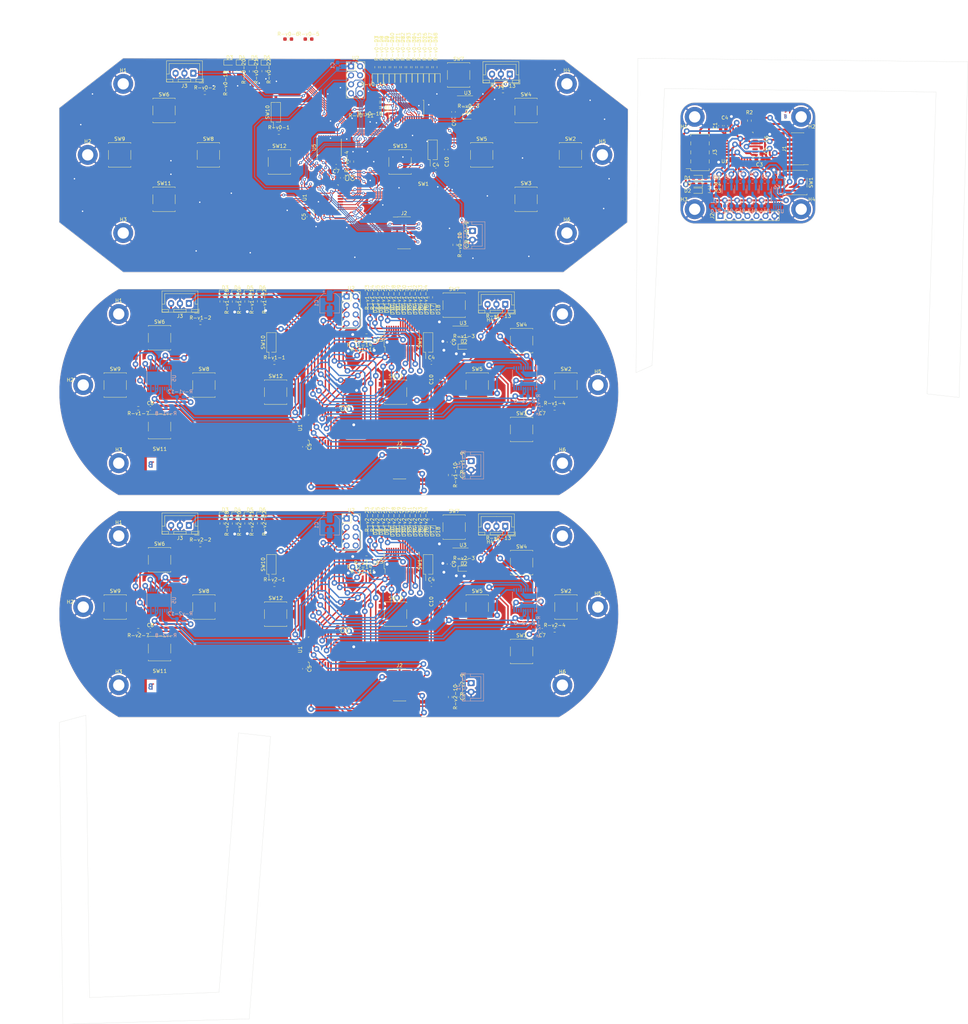
<source format=kicad_pcb>
(kicad_pcb (version 20221018) (generator pcbnew)
  (layers (0 "F.Cu" signal) (31 "B.Cu" signal) (34 "B.Paste" user) (35 "F.Paste" user) (36 "B.SilkS" user "B.Silkscreen") (37 "F.SilkS" user "F.Silkscreen") (38 "B.Mask" user) (39 "F.Mask" user) (44 "Edge.Cuts" user))
  (net 0 "")
  (net 1 "POWER-v0-_CHECK-v0-")
  (net 2 "GND-v0-")
  (net 3 "L-v0-i-ion-v0-")
  (net 4 "Net-(U3-BP)-v0-")
  (net 5 "Glob_Alim-v0-")
  (net 6 "Net-(D2-A)-v0-")
  (net 7 "Net-(D3-K)-v0-")
  (net 8 "Net-(D3-A)-v0-")
  (net 9 "Net-(D4-K)-v0-")
  (net 10 "Net-(D4-A)-v0-")
  (net 11 "Net-(D5-K)-v0-")
  (net 12 "Net-(D5-A)-v0-")
  (net 13 "Net-(D6-K)-v0-")
  (net 14 "Net-(D6-A)-v0-")
  (net 15 "Net-(D7-K)-v0-")
  (net 16 "Net-(D7-A)-v0-")
  (net 17 "Net-(D8-K)-v0-")
  (net 18 "Net-(D8-A)-v0-")
  (net 19 "Net-(D9-K)-v0-")
  (net 20 "Net-(D9-A)-v0-")
  (net 21 "Net-(D10-K)-v0-")
  (net 22 "Net-(D10-A)-v0-")
  (net 23 "Net-(D11-K)-v0-")
  (net 24 "Net-(D11-A)-v0-")
  (net 25 "Net-(D12-K)-v0-")
  (net 26 "Net-(D12-A)-v0-")
  (net 27 "Net-(D13-K)-v0-")
  (net 28 "Net-(D13-A)-v0-")
  (net 29 "Net-(D14-K)-v0-")
  (net 30 "Net-(D14-A)-v0-")
  (net 31 "Net-(D15-K)-v0-")
  (net 32 "Net-(D15-A)-v0-")
  (net 33 "Net-(D16-K)-v0-")
  (net 34 "Net-(D16-A)-v0-")
  (net 35 "Net-(D17-K)-v0-")
  (net 36 "Net-(D17-A)-v0-")
  (net 37 "Net-(D18-K)-v0-")
  (net 38 "Net-(D18-A)-v0-")
  (net 41 "SWDIO-v0-")
  (net 42 "SWDCK-v0-")
  (net 46 "R-v0-eset_Buton -v0-")
  (net 47 "USAR-v0-T2_R-v0-X-v0-")
  (net 48 "USAR-v0-T2_TX-v0-")
  (net 49 "NES{slash}SNES_switcher-v0-")
  (net 50 "R-v0-")
  (net 51 "A_Button-v0-")
  (net 52 "B_Button-v0-")
  (net 53 "X_Button-v0-")
  (net 54 "Y_Button-v0-")
  (net 55 "UC_Button-v0-")
  (net 56 "L-v0-C_Button-v0-")
  (net 57 "DIODE_SDA-v0-")
  (net 58 "R-v0-C_Button")
  (net 59 "L-v0-")
  (net 60 "DIODE_CL-v0-K")
  (net 61 "DC_Button-v0-")
  (net 62 "DIODE_OE-v0-")
  (net 63 "ST_Button-v0-")
  (net 64 "SE_Button-v0-")
  (net 65 "Order_Search-v0-")
  (net 66 "R-v0-X{slash}TX")
  (net 67 "Net-(C7-Pad1)-v0-")
  (net 68 "Pin_Clock-v0-")
  (net 69 "Digital_Out_Put-v0-")
  (net 70 "MOSI-v0-")
  (net 71 "GPIO_EX_CL-v0-K")
  (net 74 "GPIO_EX_SER-v0-IAL-v0-_DATA")
  (net 75 "Net-(U3-IN)-v0-")
  (net 76 "CSN_nR-v0-F24")
  (net 86 "Glob_Alim-v1-")
  (net 87 "GND-v1-")
  (net 88 "POWER-v1-_CHECK-v1-")
  (net 89 "L-v1-i-ion-v1-")
  (net 90 "Net-(C7-Pad1)-v1-")
  (net 91 "Net-(C8-Pad1)-v1-")
  (net 92 "Net-(U3-BP)-v1-")
  (net 93 "Net-(D2-A)-v1-")
  (net 94 "Net-(D3-K)-v1-")
  (net 95 "Net-(D3-A)-v1-")
  (net 96 "Net-(D4-K)-v1-")
  (net 97 "Net-(D4-A)-v1-")
  (net 98 "Net-(D5-K)-v1-")
  (net 99 "Net-(D5-A)-v1-")
  (net 100 "Net-(D6-K)-v1-")
  (net 101 "Net-(D6-A)-v1-")
  (net 102 "Net-(D7-K)-v1-")
  (net 103 "Net-(D7-A)-v1-")
  (net 104 "Net-(D8-K)-v1-")
  (net 105 "Net-(D8-A)-v1-")
  (net 106 "Net-(D9-K)-v1-")
  (net 107 "Net-(D9-A)-v1-")
  (net 108 "Net-(D10-K)-v1-")
  (net 109 "Net-(D10-A)-v1-")
  (net 110 "Net-(D11-K)-v1-")
  (net 111 "Net-(D11-A)-v1-")
  (net 112 "Net-(D12-K)-v1-")
  (net 113 "Net-(D12-A)-v1-")
  (net 114 "Net-(D13-K)-v1-")
  (net 115 "Net-(D13-A)-v1-")
  (net 116 "Net-(D14-K)-v1-")
  (net 117 "Net-(D14-A)-v1-")
  (net 118 "Net-(D15-K)-v1-")
  (net 119 "Net-(D15-A)-v1-")
  (net 120 "Net-(D16-K)-v1-")
  (net 121 "Net-(D16-A)-v1-")
  (net 122 "Net-(D17-K)-v1-")
  (net 123 "Net-(D17-A)-v1-")
  (net 124 "Net-(D18-K)-v1-")
  (net 125 "Net-(D18-A)-v1-")
  (net 128 "SWDIO-v1-")
  (net 129 "SWDCK-v1-")
  (net 133 "R-v1-eset_Buton -v1-")
  (net 134 "USAR-v1-T2_R-v1-X-v1-")
  (net 135 "USAR-v1-T2_TX-v1-")
  (net 136 "R-v1-")
  (net 137 "L-v1-")
  (net 138 "NES{slash}SNES_switcher-v1-")
  (net 139 "DIO{slash}EX_CL-v1-K")
  (net 140 "DIO{slash}EX_SDA-v1-")
  (net 141 "DIODE_OE-v1-")
  (net 142 "Net-(#FL-v1-G05-pwr)")
  (net 143 "A_Button-v1-")
  (net 144 "B_Button-v1-")
  (net 145 "X_Button-v1-")
  (net 146 "Y_Button-v1-")
  (net 147 "UC_Button-v1-")
  (net 148 "Order_Search-v1-")
  (net 149 "L-v1-C_Button")
  (net 150 "R-v1-C_Button")
  (net 151 "DC_Button-v1-")
  (net 152 "ST_Button-v1-")
  (net 153 "SE_Button-v1-")
  (net 158 "Pin_Clock-v1-")
  (net 159 "Digital_Out_Put-v1-")
  (net 160 "MOSI-v1-")
  (net 164 "R-v1-X{slash}TX")
  (net 166 "CSN_nR-v1-F24")
  (net 184 "Glob_Alim-v2-")
  (net 185 "GND-v2-")
  (net 186 "POWER-v2-_CHECK-v2-")
  (net 187 "L-v2-i-ion-v2-")
  (net 188 "Net-(C7-Pad1)-v2-")
  (net 189 "Net-(C8-Pad1)-v2-")
  (net 190 "Net-(U3-BP)-v2-")
  (net 191 "Net-(D2-A)-v2-")
  (net 192 "Net-(D3-K)-v2-")
  (net 193 "Net-(D3-A)-v2-")
  (net 194 "Net-(D4-K)-v2-")
  (net 195 "Net-(D4-A)-v2-")
  (net 196 "Net-(D5-K)-v2-")
  (net 197 "Net-(D5-A)-v2-")
  (net 198 "Net-(D6-K)-v2-")
  (net 199 "Net-(D6-A)-v2-")
  (net 200 "Net-(D7-K)-v2-")
  (net 201 "Net-(D7-A)-v2-")
  (net 202 "Net-(D8-K)-v2-")
  (net 203 "Net-(D8-A)-v2-")
  (net 204 "Net-(D9-K)-v2-")
  (net 205 "Net-(D9-A)-v2-")
  (net 206 "Net-(D10-K)-v2-")
  (net 207 "Net-(D10-A)-v2-")
  (net 208 "Net-(D11-K)-v2-")
  (net 209 "Net-(D11-A)-v2-")
  (net 210 "Net-(D12-K)-v2-")
  (net 211 "Net-(D12-A)-v2-")
  (net 212 "Net-(D13-K)-v2-")
  (net 213 "Net-(D13-A)-v2-")
  (net 214 "Net-(D14-K)-v2-")
  (net 215 "Net-(D14-A)-v2-")
  (net 216 "Net-(D15-K)-v2-")
  (net 217 "Net-(D15-A)-v2-")
  (net 218 "Net-(D16-K)-v2-")
  (net 219 "Net-(D16-A)-v2-")
  (net 220 "Net-(D17-K)-v2-")
  (net 221 "Net-(D17-A)-v2-")
  (net 222 "Net-(D18-K)-v2-")
  (net 223 "Net-(D18-A)-v2-")
  (net 226 "SWDIO-v2-")
  (net 227 "SWDCK-v2-")
  (net 231 "R-v2-eset_Buton -v2-")
  (net 232 "USAR-v2-T2_R-v2-X-v2-")
  (net 233 "USAR-v2-T2_TX-v2-")
  (net 234 "R-v2-")
  (net 235 "L-v2-")
  (net 236 "NES{slash}SNES_switcher-v2-")
  (net 237 "DIO{slash}EX_CL-v2-K")
  (net 238 "DIO{slash}EX_SDA-v2-")
  (net 239 "DIODE_OE-v2-")
  (net 240 "Net-(#FL-v2-G05-pwr)")
  (net 241 "A_Button-v2-")
  (net 242 "B_Button-v2-")
  (net 243 "X_Button-v2-")
  (net 244 "Y_Button-v2-")
  (net 245 "UC_Button-v2-")
  (net 246 "Order_Search-v2-")
  (net 247 "L-v2-C_Button")
  (net 248 "R-v2-C_Button")
  (net 249 "DC_Button-v2-")
  (net 250 "ST_Button-v2-")
  (net 251 "SE_Button-v2-")
  (net 256 "Pin_Clock-v2-")
  (net 257 "Digital_Out_Put-v2-")
  (net 258 "MOSI-v2-")
  (net 262 "R-v2-X{slash}TX")
  (net 264 "CSN_nR-v2-F24")
  (net 282 "+5V-v5-")
  (net 283 "GND-v5-")
  (net 284 "+3.3V-v5-")
  (net 285 "Net-(D1-K)-v5-")
  (net 287 "Net-(D3-K)-v5-")
  (net 288 "Status_LED-v5-")
  (net 289 "Data_Clock_SNES-v5-")
  (net 290 "Data_Latch_SNES-v5-")
  (net 291 "Net-(D2-K)-v5-")
  (net 292 "Serial_Data1_SNES-v5-")
  (net 293 "Serial_Data2_SNES-v5-")
  (net 294 "SPI_Chip_Select-v5-")
  (net 295 "Chip_Enable-v5-")
  (net 296 "SPI_Digital_Input-v5-")
  (net 297 "SPI_Clock-v5-")
  (net 298 "SPI_Digital_Output-v5-")
  (net 299 "IOBit_SNES-v5-")
  (net 300 "Data_Clock_STM32-v5-")
  (net 301 "Data_Latch_STM32-v5-")
  (net 302 "Appairing_Btn-v5-")
  (net 303 "Net-(U2-BP)-v5-")
  (net 304 "SWDIO-v5-")
  (net 305 "SWDCK-v5-")
  (net 308 "NRST-v5-")
  (net 309 "USART2_RX-v5-")
  (net 310 "USART2_TX-v5-")
  (net 311 "Serial_Data1_STM32-v5-")
  (net 312 "IOBit_STM32-v5-")
  (net 313 "Serial_Data2_STM32-v5-")
  (footprint "Capacitor_SMD:C_0603_1608Metric_Pad1.08x0.95mm_HandSolder" (layer "F.Cu") (at 80.95 34.921994 -90)
    (fp_text reference "C3")
    (fp_text value "100n")
  )
  (footprint "R-v0-esistor_SMD:R-v0-_0603_1608Metric_Pad0.98x0.95mm_HandSolder" (layer "F.Cu") (at 114.65 50.249994 -90)
    (fp_text reference "R-v0-9")
    (fp_text value "1M")
  )
  (footprint "Capacitor_SMD:C_0603_1608Metric_Pad1.08x0.95mm_HandSolder" (layer "F.Cu") (at 79.688222 99.722 -90)
    (fp_text reference "C3")
    (fp_text value "100n")
  )
  (footprint "MountingHole:MountingHole_3.2mm_M3_DIN965_Pad" (layer "F.Cu") (at 7.988222 155.75)
    (fp_text reference "H2")
    (fp_text value "MountingHole_Pad")
  )
  (footprint "L-v0-ED_SMD:L-v0-ED_0603_1608Metric_Pad1.05x0.95mm_HandSolder" (layer "F.Cu") (at 49.25 2.449994)
    (fp_text reference "D3")
    (fp_text value "G1")
  )
  (footprint "Button_Switch_SMD:SW_DIP_SPSTx01_Slide_Copal_CHS-01B_W7.62mm_P1.27mm" (layer "F.Cu") (at 62.25 16.449994 90)
    (fp_text reference "SW10")
    (fp_text value "SW_DIP_x01")
  )
  (footprint "R-v0-esistor_SMD:R-v0-_0603_1608Metric_Pad0.98x0.95mm_HandSolder" (layer "F.Cu") (at 99.65 3.762494 90)
    (fp_text reference "R-v0-29")
    (fp_text value "1K")
  )
  (footprint "Button_Switch_SMD:SW_DIP_SPSTx01_Slide_Copal_CHS-01B_W7.62mm_P1.27mm" (layer "F.Cu") (at 60.988222 143.75 90)
    (fp_text reference "SW10")
    (fp_text value "SW_DIP_x01")
  )
  (footprint "Connector_PinHeader_2.54mm:PinHeader_2x04_P2.54mm_Vertical" (layer "F.Cu") (at 82.188222 68.31)
    (fp_text reference "U2")
    (fp_text value "nR-v1-F24_Full")
  )
  (footprint "R-v0-esistor_SMD:R-v0-_0603_1608Metric_Pad0.98x0.95mm_HandSolder" (layer "F.Cu") (at 55.3 4.924994 -90)
    (fp_text reference "R-v0-21")
    (fp_text value "1K")
  )
  (footprint "Button_Switch_SMD:SW_SPST_B3S-1000" (layer "F.Cu") (at 118.988222 155.75)
    (fp_text reference "SW5")
    (fp_text value "SW_Push")
  )
  (footprint "R-v0-esistor_SMD:R-v0-_0603_1608Metric_Pad0.98x0.95mm_HandSolder" (layer "F.Cu") (at 90.65 3.762494 90)
    (fp_text reference "R-v0-23")
    (fp_text value "1K")
  )
  (footprint "Button_Switch_SMD:SW_SPST_B3S-1000" (layer "F.Cu") (at 16.988222 93.25)
    (fp_text reference "SW9")
    (fp_text value "SW_Push")
  )
  (footprint "MountingHole:MountingHole_3.2mm_M3_DIN965_Pad" (layer "F.Cu") (at 17.988222 73.25)
    (fp_text reference "H1")
    (fp_text value "MountingHole_Pad")
  )
  (footprint "R-v0-esistor_SMD:R-v0-_0603_1608Metric_Pad0.98x0.95mm_HandSolder" (layer "F.Cu") (at 92.15 3.762494 90)
    (fp_text reference "R-v0-24")
    (fp_text value "1K")
  )
  (footprint "L-v2-ED_SMD:L-v2-ED_0603_1608Metric_Pad1.05x0.95mm_HandSolder" (layer "F.Cu") (at 106.588222 134.55 -90)
    (fp_text reference "D18")
    (fp_text value "R-v2-4")
  )
  (footprint "Capacitor_SMD:C_0603_1608Metric_Pad1.08x0.95mm_HandSolder" (layer "F.Cu") (at 113.388222 118.5875 -90)
    (fp_text reference "C2")
    (fp_text value "1nF")
  )
  (footprint "R-v1-esistor_SMD:R-v1-_0603_1608Metric_Pad0.98x0.95mm_HandSolder" (layer "F.Cu") (at 40.988222 75.75)
    (fp_text reference "R-v1-2")
    (fp_text value "1K")
  )
  (footprint "R-v0-esistor_SMD:R-v0-_0603_1608Metric_Pad0.98x0.95mm_HandSolder" (layer "F.Cu") (at 116.51 16.125994)
    (fp_text reference "R-v0-3")
    (fp_text value "1K")
  )
  (footprint "Capacitor_SMD:C_0603_1608Metric_Pad1.08x0.95mm_HandSolder" (layer "F.Cu") (at 114.65 53.787494 -90)
    (fp_text reference "C2")
    (fp_text value "1nF")
  )
  (footprint "R-v0-esistor_SMD:R-v0-_0603_1608Metric_Pad0.98x0.95mm_HandSolder" (layer "F.Cu") (at 58.85 4.874994 -90)
    (fp_text reference "R-v0-22")
    (fp_text value "1K")
  )
  (footprint "MountingHole:MountingHole_3.2mm_M3_DIN965_Pad" (layer "F.Cu") (at 17.988222 115.25)
    (fp_text reference "H3")
    (fp_text value "MountingHole_Pad")
  )
  (footprint "R-v0-esistor_SMD:R-v0-_0603_1608Metric_Pad0.98x0.95mm_HandSolder" (layer "F.Cu") (at 91.618 14.347994 180)
    (fp_text reference "R-v0-11")
    (fp_text value "10K")
  )
  (footprint "Capacitor_SMD:C_0603_1608Metric_Pad1.08x0.95mm_HandSolder" (layer "F.Cu") (at 26.896198 99.8)
    (fp_text reference "C8")
    (fp_text value "100nF")
  )
  (footprint "R-v0-esistor_SMD:R-v0-_0603_1608Metric_Pad0.98x0.95mm_HandSolder" (layer "F.Cu") (at 71.45 -4.150006)
    (fp_text reference "R-v0-5")
    (fp_text value "1K")
  )
  (footprint "R-v0-esistor_SMD:R-v0-_0603_1608Metric_Pad0.98x0.95mm_HandSolder" (layer "F.Cu") (at 42.25 10.949994)
    (fp_text reference "R-v0-2")
    (fp_text value "1K")
  )
  (footprint "R-v0-esistor_SMD:R-v0-_0603_1608Metric_Pad0.98x0.95mm_HandSolder" (layer "F.Cu") (at 48.275 4.924994 -90)
    (fp_text reference "R-v0-18")
    (fp_text value "1K")
  )
  (footprint "Connector_PinHeader_2.54mm:PinHeader_2x04_P2.54mm_Vertical" (layer "F.Cu") (at 82.188222 130.81)
    (fp_text reference "U2")
    (fp_text value "nR-v2-F24_Full")
  )
  (footprint "MountingHole:MountingHole_3.2mm_M3_DIN965_Pad" (layer "F.Cu") (at 144.25 50.449994)
    (fp_text reference "H6")
    (fp_text value "MountingHole_Pad")
  )
  (footprint "L-v0-ED_SMD:L-v0-ED_0603_1608Metric_Pad1.05x0.95mm_HandSolder" (layer "F.Cu") (at 103.025 7.249994 -90)
    (fp_text reference "D15")
    (fp_text value "R-v0-1")
  )
  (footprint "Package_QFP:L-v2-QFP-32_7x7mm_P0.8mm" (layer "F.Cu") (at 74.988222 167.75 90)
    (fp_text reference "U1")
    (fp_text value "STM32L-v2-412KBTx")
  )
  (footprint "Resistor_SMD:R_0603_1608Metric_Pad0.98x0.95mm_HandSolder" (layer "F.Cu") (at 184.26875 36.75)
    (fp_text reference "R4")
    (fp_text value "1k")
  )
  (footprint "R-v0-esistor_SMD:R-v0-_0603_1608Metric_Pad0.98x0.95mm_HandSolder" (layer "F.Cu") (at 63.1 22.149994)
    (fp_text reference "R-v0-1")
    (fp_text value "1K")
  )
  (footprint "R-v0-esistor_SMD:R-v0-_0603_1608Metric_Pad0.98x0.95mm_HandSolder" (layer "F.Cu") (at 95.15 3.762494 90)
    (fp_text reference "R-v0-26")
    (fp_text value "1K")
  )
  (footprint "Package_SO:SSOP-20_4.4x6.5mm_P0.65mm" (layer "F.Cu") (at 77.325 26.349994 90)
    (fp_text reference "U5")
    (fp_text value "PCF8574TS")
  )
  (footprint "Connector_PinHeader_2.54mm:PinHeader_1x07_P2.54mm_Vertical" (layer "F.Cu") (at 187.5 45.65 90)
    (fp_text reference "J2")
    (fp_text value "Conn_01x07_Socket")
  )
  (footprint "Button_Switch_SMD:SW_SPST_B3S-1000" (layer "F.Cu") (at 131.488222 105.75)
    (fp_text reference "SW3")
    (fp_text value "SW_Push")
  )
  (footprint "R-v2-esistor_SMD:R-v2-_0603_1608Metric_Pad0.98x0.95mm_HandSolder" (layer "F.Cu") (at 104.388222 131.0625 90)
    (fp_text reference "R-v2-33")
    (fp_text value "1K")
  )
  (footprint "L-v1-ED_SMD:L-v1-ED_0603_1608Metric_Pad1.05x0.95mm_HandSolder" (layer "F.Cu") (at 93.713222 72.075 -90)
    (fp_text reference "D10")
    (fp_text value "G8")
  )
  (footprint "MountingHole:MountingHole_3.2mm_M3_DIN965_Pad" (layer "F.Cu") (at 19.25 50.449994)
    (fp_text reference "H3")
    (fp_text value "MountingHole_Pad")
  )
  (footprint "Capacitor_SMD:C_0603_1608Metric_Pad1.08x0.95mm_HandSolder" (layer "F.Cu") (at 71.552 45.843994 90)
    (fp_text reference "C5")
    (fp_text value "100n")
  )
  (footprint "Button_Switch_SMD:SW_SPST_B3S-1000" (layer "F.Cu") (at 29.488222 167.45)
    (fp_text reference "SW11")
    (fp_text value "SW_Push")
  )
  (footprint "R-v2-esistor_SMD:R-v2-_0603_1608Metric_Pad0.98x0.95mm_HandSolder" (layer "F.Cu") (at 96.888222 131.0625 90)
    (fp_text reference "R-v2-28")
    (fp_text value "1K")
  )
  (footprint "L-v0-ED_SMD:L-v0-ED_0603_1608Metric_Pad1.05x0.95mm_HandSolder" (layer "F.Cu") (at 106.225 7.249994 -90)
    (fp_text reference "D17")
    (fp_text value "R-v0-3")
  )
  (footprint "R-v2-esistor_SMD:R-v2-_0603_1608Metric_Pad0.98x0.95mm_HandSolder" (layer "F.Cu") (at 90.888222 131.0625 90)
    (fp_text reference "R-v2-24")
    (fp_text value "1K")
  )
  (footprint "Connector_PinHeader_1.27mm:PinHeader_2x07_P1.27mm_Vertical_SMD" (layer "F.Cu") (at 98.375 50.389994)
    (fp_text reference "J2")
    (fp_text value "Conn_02x07_Odd_Even")
  )
  (footprint "Button_Switch_SMD:SW_SPST_B3S-1000" (layer "F.Cu") (at 18.25 28.449994)
    (fp_text reference "SW9")
    (fp_text value "SW_Push")
  )
  (footprint "R-v2-esistor_SMD:R-v2-_0603_1608Metric_Pad0.98x0.95mm_HandSolder" (layer "F.Cu") (at 86.798222 144.35 180)
    (fp_text reference "R-v2-11")
    (fp_text value "10K")
  )
  (footprint "Button_Switch_SMD:SW_SPST_B3S-1000" (layer "F.Cu") (at 16.988222 155.75)
    (fp_text reference "SW9")
    (fp_text value "SW_Push")
  )
  (footprint "Diode_SMD:D_0603_1608Metric_Pad1.05x0.95mm_HandSolder" (layer "F.Cu") (at 180.76875 34.95 180)
    (fp_text reference "D1")
    (fp_text value "LED_Small")
  )
  (footprint "Capacitor_SMD:C_0603_1608Metric_Pad1.08x0.95mm_HandSolder" (layer "F.Cu") (at 198.5025 29.69)
    (fp_text reference "C3")
    (fp_text value "100n")
  )
  (footprint "Capacitor_SMD:C_0603_1608Metric_Pad1.08x0.95mm_HandSolder" (layer "F.Cu") (at 81.212222 162.222 -90)
    (fp_text reference "C6")
    (fp_text value "10u")
  )
  (footprint "Package_SO:MSOP-8_3x3mm_P0.65mm" (layer "F.Cu") (at 116.25 13.449994)
    (fp_text reference "U3")
    (fp_text value "MIC5219-3.3YMM")
  )
  (footprint "Button_Switch_SMD:SW_SPST_B3S-1000" (layer "F.Cu") (at 112.488222 133.25)
    (fp_text reference "SW7")
    (fp_text value "SW_SPST")
  )
  (footprint "Button_Switch_SMD:SW_SPST_B3S-1000" (layer "F.Cu") (at 62.198222 95.25)
    (fp_text reference "SW12")
    (fp_text value "SW_Push")
  )
  (footprint "R-v1-esistor_SMD:R-v1-_0603_1608Metric_Pad0.98x0.95mm_HandSolder" (layer "F.Cu") (at 96.888222 68.5625 90)
    (fp_text reference "R-v1-28")
    (fp_text value "1K")
  )
  (footprint "L-v1-ED_SMD:L-v1-ED_0603_1608Metric_Pad1.05x0.95mm_HandSolder" (layer "F.Cu") (at 51.488222 67.25)
    (fp_text reference "D4")
    (fp_text value "G2")
  )
  (footprint "R-v0-esistor_SMD:R-v0-_0603_1608Metric_Pad0.98x0.95mm_HandSolder" (layer "F.Cu") (at 112.65 53.787494 -90)
    (fp_text reference "R-v0-10")
    (fp_text value "1M")
  )
  (footprint "Connector_JST:JST_XH_B3B-XH-A_1x03_P2.50mm_Vertical" (layer "F.Cu") (at 37.738222 132.775 180)
    (fp_text reference "J3")
    (fp_text value "Conn_01x03")
  )
  (footprint "L-v2-ED_SMD:L-v2-ED_0603_1608Metric_Pad1.05x0.95mm_HandSolder" (layer "F.Cu") (at 90.512222 134.575 -90)
    (fp_text reference "D8")
    (fp_text value "G6")
  )
  (footprint "L-v2-ED_SMD:L-v2-ED_0603_1608Metric_Pad1.05x0.95mm_HandSolder" (layer "F.Cu") (at 88.913222 134.575 -90)
    (fp_text reference "D7")
    (fp_text value "G5")
  )
  (footprint "Button_Switch_SMD:SW_SPST_B3S-1000" (layer "F.Cu") (at 30.75 40.949994)
    (fp_text reference "SW11")
    (fp_text value "SW_Push")
  )
  (footprint "Resistor_SMD:R_0603_1608Metric_Pad0.98x0.95mm_HandSolder" (layer "F.Cu") (at 195.67 18.82 90)
    (fp_text reference "R2")
    (fp_text value "10k")
  )
  (footprint "Button_Switch_SMD:SW_SPST_B3S-1000" (layer "F.Cu") (at 95.988222 157.75)
    (fp_text reference "SW13")
    (fp_text value "SW_Push")
  )
  (footprint "Connector_JST:JST_XH_B3B-XH-A_1x03_P2.50mm_Vertical" (layer "F.Cu") (at 37.738222 70.275 180)
    (fp_text reference "J3")
    (fp_text value "Conn_01x03")
  )
  (footprint "L-v1-ED_SMD:L-v1-ED_0603_1608Metric_Pad1.05x0.95mm_HandSolder" (layer "F.Cu") (at 101.763222 72.05 -90)
    (fp_text reference "D15")
    (fp_text value "R-v1-1")
  )
  (footprint "Capacitor_SMD:C_0603_1608Metric_Pad1.08x0.95mm_HandSolder" (layer "F.Cu") (at 70.290222 173.144 -90)
    (fp_text reference "C5")
    (fp_text value "100n")
  )
  (footprint "MountingHole:MountingHole_3.2mm_M3_DIN965_Pad" (layer "F.Cu") (at 210.25 17.75)
    (fp_text reference "H2")
    (fp_text value "MountingHole_Pad")
  )
  (footprint "R-v0-esistor_SMD:R-v0-_0603_1608Metric_Pad0.98x0.95mm_HandSolder" (layer "F.Cu") (at 98.15 3.762494 90)
    (fp_text reference "R-v0-28")
    (fp_text value "1K")
  )
  (footprint "L-v1-ED_SMD:L-v1-ED_0603_1608Metric_Pad1.05x0.95mm_HandSolder" (layer "F.Cu") (at 96.948222 72.0625 -90)
    (fp_text reference "D12")
    (fp_text value "O2")
  )
  (footprint "MountingHole:MountingHole_3.2mm_M3_DIN965_Pad" (layer "F.Cu") (at 210.25 43.75)
    (fp_text reference "H4")
    (fp_text value "MountingHole_Pad")
  )
  (footprint "Capacitor_SMD:C_0603_1608Metric_Pad1.08x0.95mm_HandSolder" (layer "F.Cu") (at 137.300246 162.3 180)
    (fp_text reference "C7")
    (fp_text value "100nF")
  )
  (footprint "Button_Switch_SMD:SW_SPST_B3S-1000" (layer "F.Cu") (at 143.988222 93.25)
    (fp_text reference "SW2")
    (fp_text value "SW_Push")
  )
  (footprint "Button_Switch_SMD:SW_SPST_B3S-1000" (layer "F.Cu") (at 29.488222 79.95)
    (fp_text reference "SW6")
    (fp_text value "SW_Push")
  )
  (footprint "Capacitor_SMD:C_0603_1608Metric_Pad1.08x0.95mm_HandSolder" (layer "F.Cu") (at 112.3 16.349994 -90)
    (fp_text reference "C9")
    (fp_text value "470p")
  )
  (footprint "R-v2-esistor_SMD:R-v2-_0603_1608Metric_Pad0.98x0.95mm_HandSolder" (layer "F.Cu") (at 111.388222 181.0875 -90)
    (fp_text reference "R-v2-10")
    (fp_text value "1M")
  )
  (footprint "L-v0-ED_SMD:L-v0-ED_0603_1608Metric_Pad1.05x0.95mm_HandSolder" (layer "F.Cu") (at 101.425 7.249994 -90)
    (fp_text reference "D14")
    (fp_text value "O4")
  )
  (footprint "R-v2-esistor_SMD:R-v2-_0603_1608Metric_Pad0.98x0.95mm_HandSolder" (layer "F.Cu") (at 40.988222 138.25)
    (fp_text reference "R-v2-2")
    (fp_text value "1K")
  )
  (footprint "MountingHole:MountingHole_3.2mm_M3_DIN965_Pad" (layer "F.Cu") (at 142.988222 177.75)
    (fp_text reference "H6")
    (fp_text value "MountingHole_Pad")
  )
  (footprint "L-v2-ED_SMD:L-v2-ED_0603_1608Metric_Pad1.05x0.95mm_HandSolder" (layer "F.Cu") (at 115.248222 144.95)
    (fp_text reference "D2")
    (fp_text value "L-v2-ED_Small")
  )
  (footprint "R-v1-esistor_SMD:R-v1-_0603_1608Metric_Pad0.98x0.95mm_HandSolder" (layer "F.Cu") (at 93.888222 68.5625 90)
    (fp_text reference "R-v1-26")
    (fp_text value "1K")
  )
  (footprint "Capacitor_SMD:C_0603_1608Metric_Pad1.08x0.95mm_HandSolder" (layer "F.Cu") (at 189.05 20.25 90)
    (fp_text reference "C4")
    (fp_text value "100n")
  )
  (footprint "R-v1-esistor_SMD:R-v1-_0603_1608Metric_Pad0.98x0.95mm_HandSolder" (layer "F.Cu") (at 50.513222 69.75 -90)
    (fp_text reference "R-v1-20")
    (fp_text value "1K")
  )
  (footprint "Button_Switch_SMD:SW_SPST_B3S-1000" (layer "F.Cu") (at 62.198222 157.75)
    (fp_text reference "SW12")
    (fp_text value "SW_Push")
  )
  (footprint "Capacitor_SMD:C_0603_1608Metric_Pad1.08x0.95mm_HandSolder" (layer "F.Cu") (at 106.083222 86.95)
    (fp_text reference "C4")
    (fp_text value "1u")
  )
  (footprint "R-v0-esistor_SMD:R-v0-_0603_1608Metric_Pad0.98x0.95mm_HandSolder" (layer "F.Cu") (at 93.65 3.762494 90)
    (fp_text reference "R-v0-25")
    (fp_text value "1K")
  )
  (footprint "Button_Switch_SMD:SW_SPST_B3S-1000" (layer "F.Cu") (at 131.488222 80.75)
    (fp_text reference "SW4")
    (fp_text value "SW_Push")
  )
  (footprint "L-v2-ED_SMD:L-v2-ED_0603_1608Metric_Pad1.05x0.95mm_HandSolder" (layer "F.Cu") (at 47.988222 129.75)
    (fp_text reference "D3")
    (fp_text value "G1")
  )
  (footprint "Connector_JST:JST_XH_B3B-XH-A_1x03_P2.50mm_Vertical" (layer "F.Cu") (at 39 5.474994 180)
    (fp_text reference "J3")
    (fp_text value "Conn_01x03")
  )
  (footprint "R-v2-esistor_SMD:R-v2-_0603_1608Metric_Pad0.98x0.95mm_HandSolder" (layer "F.Cu") (at 61.838222 149.45)
    (fp_text reference "R-v2-1")
    (fp_text value "1K")
  )
  (footprint "L-v2-ED_SMD:L-v2-ED_0603_1608Metric_Pad1.05x0.95mm_HandSolder" (layer "F.Cu") (at 98.563222 134.55 -90)
    (fp_text reference "D13")
    (fp_text value "O3")
  )
  (footprint "Resistor_SMD:R_0603_1608Metric_Pad0.98x0.95mm_HandSolder" (layer "F.Cu") (at 184.26875 38.55)
    (fp_text reference "R3")
    (fp_text value "1k")
  )
  (footprint "Button_Switch_SMD:SW_SPST_B3S-1000" (layer "F.Cu") (at 145.25 28.449994)
    (fp_text reference "SW2")
    (fp_text value "SW_Push")
  )
  (footprint "Connector_JST:JST_XH_B3B-XH-A_1x03_P2.50mm_Vertical" (layer "F.Cu") (at 126.892222 133.012 180)
    (fp_text reference "J4")
    (fp_text value "Conn_01x03")
  )
  (footprint "Package_SO:TSSOP-28_4.4x9.7mm_P0.65mm" (layer "F.Cu") (at 97.722222 142.664 90)
    (fp_text reference "U4")
    (fp_text value "PCA9685PW")
  )
  (footprint "Capacitor_SMD:C_0603_1608Metric_Pad1.08x0.95mm_HandSolder" (layer "F.Cu") (at 81.212222 99.722 -90)
    (fp_text reference "C6")
    (fp_text value "10u")
  )
  (footprint "Package_QFP:L-v1-QFP-32_7x7mm_P0.8mm" (layer "F.Cu") (at 74.988222 105.25 90)
    (fp_text reference "U1")
    (fp_text value "STM32L-v1-412KBTx")
  )
  (footprint "MountingHole:MountingHole_3.2mm_M3_DIN965_Pad" (layer "F.Cu") (at 180.25 17.75)
    (fp_text reference "H1")
    (fp_text value "MountingHole_Pad")
  )
  (footprint "L-v1-ED_SMD:L-v1-ED_0603_1608Metric_Pad1.05x0.95mm_HandSolder" (layer "F.Cu") (at 47.988222 67.25)
    (fp_text reference "D3")
    (fp_text value "G1")
  )
  (footprint "Capacitor_SMD:C_0603_1608Metric_Pad1.08x0.95mm_HandSolder" (layer "F.Cu") (at 199.01 24 90)
    (fp_text reference "C5")
    (fp_text value "100n")
  )
  (footprint "Capacitor_SMD:C_0603_1608Metric_Pad1.08x0.95mm_HandSolder" (layer "F.Cu") (at 106.083222 149.45)
    (fp_text reference "C4")
    (fp_text value "1u")
  )
  (footprint "R-v1-esistor_SMD:R-v1-_0603_1608Metric_Pad0.98x0.95mm_HandSolder" (layer "F.Cu") (at 115.248222 80.926)
    (fp_text reference "R-v1-3")
    (fp_text value "1K")
  )
  (footprint "L-v0-ED_SMD:L-v0-ED_0603_1608Metric_Pad1.05x0.95mm_HandSolder" (layer "F.Cu") (at 52.75 2.449994)
    (fp_text reference "D4")
    (fp_text value "G2")
  )
  (footprint "Connector_PinHeader_2.54mm:PinHeader_2x04_P2.54mm_Vertical" (layer "F.Cu") (at 83.45 3.509994)
    (fp_text reference "U2")
    (fp_text value "nR-v0-F24_Full")
  )
  (footprint "R-v2-esistor_SMD:R-v2-_0603_1608Metric_Pad0.98x0.95mm_HandSolder" (layer "F.Cu") (at 113.388222 177.55 -90)
    (fp_text reference "R-v2-9")
    (fp_text value "1M")
  )
  (footprint "Capacitor_SMD:C_0603_1608Metric_Pad1.08x0.95mm_HandSolder" (layer "F.Cu") (at 113.388222 181.0875 -90)
    (fp_text reference "C2")
    (fp_text value "1nF")
  )
  (footprint "R-v2-esistor_SMD:R-v2-_0603_1608Metric_Pad0.98x0.95mm_HandSolder" (layer "F.Cu") (at 102.888222 131.0625 90)
    (fp_text reference "R-v2-32")
    (fp_text value "1K")
  )
  (footprint "R-v0-esistor_SMD:R-v0-_0603_1608Metric_Pad0.98x0.95mm_HandSolder" (layer "F.Cu") (at 107.15 3.762494 90)
    (fp_text reference "R-v0-34")
    (fp_text value "1K")
  )
  (footprint "Capacitor_SMD:C_0603_1608Metric_Pad1.08x0.95mm_HandSolder" (layer "F.Cu") (at 137.300246 99.8 180)
    (fp_text reference "C7")
    (fp_text value "100nF")
  )
  (footprint "Capacitor_SMD:C_0603_1608Metric_Pad1.08x0.95mm_HandSolder" (layer "F.Cu") (at 111.038222 81.15 -90)
    (fp_text reference "C9")
    (fp_text value "470p")
  )
  (footprint "L-v2-ED_SMD:L-v2-ED_0603_1608Metric_Pad1.05x0.95mm_HandSolder" (layer "F.Cu") (at 51.488222 129.75)
    (fp_text reference "D4")
    (fp_text value "G2")
  )
  (footprint "MountingHole:MountingHole_3.2mm_M3_DIN965_Pad" (layer "F.Cu") (at 144.25 8.449994)
    (fp_text reference "H4")
    (fp_text value "MountingHole_Pad")
  )
  (footprint "R-v0-esistor_SMD:R-v0-_0603_1608Metric_Pad0.98x0.95mm_HandSolder" (layer "F.Cu") (at 65.7375 -4.150006)
    (fp_text reference "R-v0-6")
    (fp_text value "1K")
  )
  (footprint "L-v2-ED_SMD:L-v2-ED_0603_1608Metric_Pad1.05x0.95mm_HandSolder" (layer "F.Cu") (at 58.488222 129.75)
    (fp_text reference "D6")
    (fp_text value "G4")
  )
  (footprint "Button_Switch_SMD:SW_DIP_SPSTx01_Slide_Copal_CHS-01B_W7.62mm_P1.27mm" (layer "F.Cu") (at 60.988222 81.25 90)
    (fp_text reference "SW10")
    (fp_text value "SW_DIP_x01")
  )
  (footprint "R-v0-esistor_SMD:R-v0-_0603_1608Metric_Pad0.98x0.95mm_HandSolder" (layer "F.Cu") (at 91.618 12.823994 180)
    (fp_text reference "R-v0-16")
    (fp_text value "10K")
  )
  (footprint "L-v0-ED_SMD:L-v0-ED_0603_1608Metric_Pad1.05x0.95mm_HandSolder" (layer "F.Cu") (at 90.175 7.274994 -90)
    (fp_text reference "D7")
    (fp_text value "G5")
  )
  (footprint "L-v1-ED_SMD:L-v1-ED_0603_1608Metric_Pad1.05x0.95mm_HandSolder" (layer "F.Cu") (at 95.313222 72.075 -90)
    (fp_text reference "D11")
    (fp_text value "O1")
  )
  (footprint "MountingHole:MountingHole_3.2mm_M3_DIN965_Pad" (layer "F.Cu") (at 152.988222 155.75)
    (fp_text reference "H5")
    (fp_text value "MountingHole_Pad")
  )
  (footprint "R-v1-esistor_SMD:R-v1-_0603_1608Metric_Pad0.98x0.95mm_HandSolder" (layer "F.Cu") (at 61.838222 86.95)
    (fp_text reference "R-v1-1")
    (fp_text value "1K")
  )
  (footprint "R-v1-esistor_SMD:R-v1-_0603_1608Metric_Pad0.98x0.95mm_HandSolder" (layer "F.Cu") (at 92.358222 68.5625 90)
    (fp_text reference "R-v1-25")
    (fp_text value "1K")
  )
  (footprint "R-v1-esistor_SMD:R-v1-_0603_1608Metric_Pad0.98x0.95mm_HandSolder" (layer "F.Cu") (at 101.388222 68.5625 90)
    (fp_text reference "R-v1-31")
    (fp_text value "1K")
  )
  (footprint "R-v1-esistor_SMD:R-v1-_0603_1608Metric_Pad0.98x0.95mm_HandSolder" (layer "F.Cu") (at 105.888222 68.5625 90)
    (fp_text reference "R-v1-34")
    (fp_text value "1K")
  )
  (footprint "R-v0-esistor_SMD:R-v0-_0603_1608Metric_Pad0.98x0.95mm_HandSolder" (layer "F.Cu") (at 96.65 3.762494 90)
    (fp_text reference "R-v0-27")
    (fp_text value "1K")
  )
  (footprint "MountingHole:MountingHole_3.2mm_M3_DIN965_Pad" (layer "F.Cu") (at 152.988222 93.25)
    (fp_text reference "H5")
    (fp_text value "MountingHole_Pad")
  )
  (footprint "Button_Switch_SMD:SW_SPST_B3S-1000" (layer "F.Cu") (at 29.488222 104.95)
    (fp_text reference "SW11")
    (fp_text value "SW_Push")
  )
  (footprint "R-v0-esistor_SMD:R-v0-_0603_1608Metric_Pad0.98x0.95mm_HandSolder" (layer "F.Cu") (at 102.65 3.762494 90)
    (fp_text reference "R-v0-31")
    (fp_text value "1K")
  )
  (footprint "L-v0-ED_SMD:L-v0-ED_0603_1608Metric_Pad1.05x0.95mm_HandSolder" (layer "F.Cu") (at 59.75 2.449994)
    (fp_text reference "D6")
    (fp_text value "G4")
  )
  (footprint "Package_QFP:LQFP-32_7x7mm_P0.8mm" (layer "F.Cu") (at 193.1 25.65 180)
    (fp_text reference "U1")
    (fp_text value "STM32L412KBTx")
  )
  (footprint "R-v1-esistor_SMD:R-v1-_0603_1608Metric_Pad0.98x0.95mm_HandSolder" (layer "F.Cu") (at 23.496198 99.8 180)
    (fp_text reference "R-v1-7")
    (fp_text value "1k")
  )
  (footprint "Capacitor_SMD:C_0603_1608Metric_Pad1.08x0.95mm_HandSolder" (layer "F.Cu") (at 79.688222 162.222 -90)
    (fp_text reference "C3")
    (fp_text value "100n")
  )
  (footprint "Capacitor_SMD:C_0603_1608Metric_Pad1.08x0.95mm_HandSolder" (layer "F.Cu") (at 107.345 32.719994)
    (fp_text reference "C4")
    (fp_text value "1u")
  )
  (footprint "R-v2-esistor_SMD:R-v2-_0603_1608Metric_Pad0.98x0.95mm_HandSolder" (layer "F.Cu") (at 93.888222 131.0625 90)
    (fp_text reference "R-v2-26")
    (fp_text value "1K")
  )
  (footprint "MountingHole:MountingHole_3.2mm_M3_DIN965_Pad" (layer "F.Cu") (at 142.988222 73.25)
    (fp_text reference "H4")
    (fp_text value "MountingHole_Pad")
  )
  (footprint "R-v1-esistor_SMD:R-v1-_0603_1608Metric_Pad0.98x0.95mm_HandSolder" (layer "F.Cu") (at 47.013222 69.725 -90)
    (fp_text reference "R-v1-18")
    (fp_text value "1K")
  )
  (footprint "L-v1-ED_SMD:L-v1-ED_0603_1608Metric_Pad1.05x0.95mm_HandSolder" (layer "F.Cu") (at 103.363222 72.05 -90)
    (fp_text reference "D16")
    (fp_text value "R-v1-2")
  )
  (footprint "L-v0-ED_SMD:L-v0-ED_0603_1608Metric_Pad1.05x0.95mm_HandSolder" (layer "F.Cu") (at 116.51 17.649994)
    (fp_text reference "D2")
    (fp_text value "L-v0-ED_Small")
  )
  (footprint "Connector_PinHeader_1.27mm:PinHeader_2x07_P1.27mm_Vertical_SMD" (layer "F.Cu") (at 97.113222 177.69)
    (fp_text reference "J2")
    (fp_text value "Conn_02x07_Odd_Even")
  )
  (footprint "Button_Switch_SMD:SW_SPST_B3S-1000" (layer "F.Cu") (at 132.75 40.949994)
    (fp_text reference "SW3")
    (fp_text value "SW_Push")
  )
  (footprint "Button_Switch_SMD:SW_SPST_B3S-1000" (layer "F.Cu") (at 43.25 28.449994)
    (fp_text reference "SW8")
    (fp_text value "SW_Push")
  )
  (footprint "R-v0-esistor_SMD:R-v0-_0603_1608Metric_Pad0.98x0.95mm_HandSolder" (layer "F.Cu") (at 105.65 3.762494 90)
    (fp_text reference "R-v0-33")
    (fp_text value "1K")
  )
  (footprint "Capacitor_SMD:C_0603_1608Metric_Pad1.08x0.95mm_HandSolder" (layer "F.Cu") (at 79.25 31.649994 180)
    (fp_text reference "C7")
    (fp_text value "100µF")
  )
  (footprint "R-v2-esistor_SMD:R-v2-_0603_1608Metric_Pad0.98x0.95mm_HandSolder" (layer "F.Cu") (at 87.798222 141.85 180)
    (fp_text reference "R-v2-16")
    (fp_text value "10K")
  )
  (footprint "MountingHole:MountingHole_3.2mm_M3_DIN965_Pad" (layer "F.Cu") (at 142.988222 115.25)
    (fp_text reference "H6")
    (fp_text value "MountingHole_Pad")
  )
  (footprint "R-v1-esistor_SMD:R-v1-_0603_1608Metric_Pad0.98x0.95mm_HandSolder" (layer "F.Cu") (at 124.988222 75.25)
    (fp_text reference "R-v1-13")
    (fp_text value "1K")
  )
  (footprint "Capacitor_SMD:C_0603_1608Metric_Pad1.08x0.95mm_HandSolder" (layer "F.Cu") (at 187.55 20.25 90)
    (fp_text reference "C1")
    (fp_text value "10u")
  )
  (footprint "L-v0-ED_SMD:L-v0-ED_0603_1608Metric_Pad1.05x0.95mm_HandSolder" (layer "F.Cu") (at 94.975 7.274994 -90)
    (fp_text reference "D10")
    (fp_text value "G8")
  )
  (footprint "Connector_JST:JST_XH_B3B-XH-A_1x03_P2.50mm_Vertical" (layer "F.Cu") (at 128.154 5.711994 180)
    (fp_text reference "J4")
    (fp_text value "Conn_01x03")
  )
  (footprint "R-v1-esistor_SMD:R-v1-_0603_1608Metric_Pad0.98x0.95mm_HandSolder" (layer "F.Cu") (at 140.800246 99.8)
    (fp_text reference "R-v1-4")
    (fp_text value "1k")
  )
  (footprint "R-v2-esistor_SMD:R-v2-_0603_1608Metric_Pad0.98x0.95mm_HandSolder" (layer "F.Cu") (at 115.248222 143.426)
    (fp_text reference "R-v2-3")
    (fp_text value "1K")
  )
  (footprint "R-v1-esistor_SMD:R-v1-_0603_1608Metric_Pad0.98x0.95mm_HandSolder" (layer "F.Cu") (at 57.588222 69.675 -90)
    (fp_text reference "R-v1-22")
    (fp_text value "1K")
  )
  (footprint "L-v0-ED_SMD:L-v0-ED_0603_1608Metric_Pad1.05x0.95mm_HandSolder" (layer "F.Cu") (at 91.775 7.274994 -90)
    (fp_text reference "D8")
    (fp_text value "G6")
  )
  (footprint "R-v2-esistor_SMD:R-v2-_0603_1608Metric_Pad0.98x0.95mm_HandSolder" (layer "F.Cu") (at 101.388222 131.0625 90)
    (fp_text reference "R-v2-31")
    (fp_text value "1K")
  )
  (footprint "Button_Switch_SMD:SW_SPST_B3S-1000" (layer "F.Cu") (at 120.25 28.449994)
    (fp_text reference "SW5")
    (fp_text value "SW_Push")
  )
  (footprint "L-v1-ED_SMD:L-v1-ED_0603_1608Metric_Pad1.05x0.95mm_HandSolder" (layer "F.Cu") (at 100.163222 72.05 -90)
    (fp_text reference "D14")
    (fp_text value "O4")
  )
  (footprint "Button_Switch_SMD:SW_SPST_B3S-1000" (layer "F.Cu") (at 131.488222 168.25)
    (fp_text reference "SW3")
    (fp_text value "SW_Push")
  )
  (footprint "Diode_SMD:D_0603_1608Metric_Pad1.05x0.95mm_HandSolder" (layer "F.Cu") (at 180.76875 36.75 180)
    (fp_text reference "D3")
    (fp_text value "LED")
  )
  (footprint "L-v2-ED_SMD:L-v2-ED_0603_1608Metric_Pad1.05x0.95mm_HandSolder" (layer "F.Cu") (at 95.313222 134.575 -90)
    (fp_text reference "D11")
    (fp_text value "O1")
  )
  (footprint "L-v2-ED_SMD:L-v2-ED_0603_1608Metric_Pad1.05x0.95mm_HandSolder" (layer "F.Cu") (at 54.988222 129.75)
    (fp_text reference "D5")
    (fp_text value "G3")
  )
  (footprint "R-v1-esistor_SMD:R-v1-_0603_1608Metric_Pad0.98x0.95mm_HandSolder" (layer "F.Cu") (at 85.798222 83.35)
    (fp_text reference "R-v1-14")
    (fp_text value "10K")
  )
  (footprint "Button_Switch_SMD:SW_DIP_SPSTx01_Slide_Copal_CHS-01B_W7.62mm_P1.27mm" (layer "F.Cu") (at 105.158222 81.25 90)
    (fp_text reference "SW1")
    (fp_text value "SW_DIP_x01")
  )
  (footprint "L-v1-ED_SMD:L-v1-ED_0603_1608Metric_Pad1.05x0.95mm_HandSolder" (layer "F.Cu") (at 54.988222 67.25)
    (fp_text reference "D5")
    (fp_text value "G3")
  )
  (footprint "R-v0-esistor_SMD:R-v0-_0603_1608Metric_Pad0.98x0.95mm_HandSolder" (layer "F.Cu") (at 104.15 3.762494 90)
    (fp_text reference "R-v0-32")
    (fp_text value "1K")
  )
  (footprint "MountingHole:MountingHole_3.2mm_M3_DIN965_Pad" (layer "F.Cu") (at 180.25 43.75)
    (fp_text reference "H3")
    (fp_text value "MountingHole_Pad")
  )
  (footprint "R-v2-esistor_SMD:R-v2-_0603_1608Metric_Pad0.98x0.95mm_HandSolder" (layer "F.Cu") (at 47.013222 132.225 -90)
    (fp_text reference "R-v2-18")
    (fp_text value "1K")
  )
  (footprint "L-v2-ED_SMD:L-v2-ED_0603_1608Metric_Pad1.05x0.95mm_HandSolder" (layer "F.Cu") (at 101.763222 134.55 -90)
    (fp_text reference "D15")
    (fp_text value "R-v2-1")
  )
  (footprint "R-v1-esistor_SMD:R-v1-_0603_1608Metric_Pad0.98x0.95mm_HandSolder" (layer "F.Cu") (at 86.798222 81.85 180)
    (fp_text reference "R-v1-11")
    (fp_text value "10K")
  )
  (footprint "Button_Switch_SMD:SW_DIP_SPSTx01_Slide_Copal_CHS-01B_W7.62mm_P1.27mm" (layer "F.Cu") (at 106.42 27.019994 90)
    (fp_text reference "SW1")
    (fp_text value "SW_DIP_x01")
  )
  (footprint "Button_Switch_SMD:SW_SPST_B3S-1000" (layer "F.Cu") (at 143.988222 155.75)
    (fp_text reference "SW2")
    (fp_text value "SW_Push")
  )
  (footprint "Package_QFP:L-v0-QFP-32_7x7mm_P0.8mm" (layer "F.Cu") (at 76.25 40.449994 90)
    (fp_text reference "U1")
    (fp_text value "STM32L-v0-412KBTx")
  )
  (footprint "L-v1-ED_SMD:L-v1-ED_0603_1608Metric_Pad1.05x0.95mm_HandSolder" (layer "F.Cu") (at 88.913222 72.075 -90)
    (fp_text reference "D7")
    (fp_text value "G5")
  )
  (footprint "R-v2-esistor_SMD:R-v2-_0603_1608Metric_Pad0.98x0.95mm_HandSolder" (layer "F.Cu") (at 95.388222 131.0625 90)
    (fp_text reference "R-v2-27")
    (fp_text value "1K")
  )
  (footprint "R-v1-esistor_SMD:R-v1-_0603_1608Metric_Pad0.98x0.95mm_HandSolder" (layer "F.Cu") (at 104.388222 68.5625 90)
    (fp_text reference "R-v1-33")
    (fp_text value "1K")
  )
  (footprint "L-v1-ED_SMD:L-v1-ED_0603_1608Metric_Pad1.05x0.95mm_HandSolder" (layer "F.Cu") (at 104.963222 72.05 -90)
    (fp_text reference "D17")
    (fp_text value "R-v1-3")
  )
  (footprint "R-v0-esistor_SMD:R-v0-_0603_1608Metric_Pad0.98x0.95mm_HandSolder" (layer "F.Cu") (at 83.65 30.337494 90)
    (fp_text reference "R-v0-4")
    (fp_text value "10k")
  )
  (footprint "R-v2-esistor_SMD:R-v2-_0603_1608Metric_Pad0.98x0.95mm_HandSolder" (layer "F.Cu") (at 99.888222 131.0625 90)
    (fp_text reference "R-v2-30")
    (fp_text value "1K")
  )
  (footprint "L-v1-ED_SMD:L-v1-ED_0603_1608Metric_Pad1.05x0.95mm_HandSolder" (layer "F.Cu") (at 58.488222 67.25)
    (fp_text reference "D6")
    (fp_text value "G4")
  )
  (footprint "Connector_PinSocket_2.54mm:PinSocket_2x04_P2.54mm_Vertical_SMD" (layer "F.Cu") (at 181.75 27.75 180)
    (fp_text reference "J3")
    (fp_text value "Conn_01x08_Socket")
  )
  (footprint "MountingHole:MountingHole_3.2mm_M3_DIN965_Pad" (layer "F.Cu") (at 142.988222 135.75)
    (fp_text reference "H4")
    (fp_text value "MountingHole_Pad")
  )
  (footprint "R-v0-esistor_SMD:R-v0-_0603_1608Metric_Pad0.98x0.95mm_HandSolder" (layer "F.Cu") (at 91.618 15.871994)
    (fp_text reference "R-v0-14")
    (fp_text value "10K")
  )
  (footprint "R-v2-esistor_SMD:R-v2-_0603_1608Metric_Pad0.98x0.95mm_HandSolder" (layer "F.Cu") (at 23.496198 162.3 180)
    (fp_text reference "R-v2-7")
    (fp_text value "1k")
  )
  (footprint "Package_SO:TSSOP-28_4.4x9.7mm_P0.65mm" (layer "F.Cu") (at 98.984 15.363994 90)
    (fp_text reference "U4")
    (fp_text value "PCA9685PW")
  )
  (footprint "R-v0-esistor_SMD:R-v0-_0603_1608Metric_Pad0.98x0.95mm_HandSolder" (layer "F.Cu") (at 101.15 3.762494 90)
    (fp_text reference "R-v0-30")
    (fp_text value "1K")
  )
  (footprint "R-v2-esistor_SMD:R-v2-_0603_1608Metric_Pad0.98x0.95mm_HandSolder" (layer "F.Cu") (at 54.038222 132.225 -90)
    (fp_text reference "R-v2-21")
    (fp_text value "1K")
  )
  (footprint "Connector_PinHeader_1.27mm:PinHeader_2x07_P1.27mm_Vertical_SMD" (layer "F.Cu") (at 97.113222 115.19)
    (fp_text reference "J2")
    (fp_text value "Conn_02x07_Odd_Even")
  )
  (footprint "R-v1-esistor_SMD:R-v1-_0603_1608Metric_Pad0.98x0.95mm_HandSolder" (layer "F.Cu") (at 95.388222 68.5625 90)
    (fp_text reference "R-v1-27")
    (fp_text value "1K")
  )
  (footprint "Capacitor_SMD:C_0603_1608Metric_Pad1.08x0.95mm_HandSolder" (layer "F.Cu") (at 108.983222 154.2325 -90)
    (fp_text reference "C10")
    (fp_text value "100nF")
  )
  (footprint "L-v2-ED_SMD:L-v2-ED_0603_1608Metric_Pad1.05x0.95mm_HandSolder" (layer "F.Cu") (at 100.163222 134.55 -90)
    (fp_text reference "D14")
    (fp_text value "O4")
  )
  (footprint "Capacitor_SMD:C_0603_1608Metric_Pad1.08x0.95mm_HandSolder" (layer "F.Cu") (at 26.896198 162.3)
    (fp_text reference "C8")
    (fp_text value "100nF")
  )
  (footprint "Button_Switch_SMD:SW_SPST_B3S-1000" (layer "F.Cu") (at 208.75 36.25 180)
    (fp_text reference "SW1")
    (fp_text value "SW_SPST")
  )
  (footprint "R-v0-esistor_SMD:R-v0-_0603_1608Metric_Pad0.98x0.95mm_HandSolder" (layer "F.Cu") (at 126.25 10.449994)
    (fp_text reference "R-v0-13")
    (fp_text value "1K")
  )
  (footprint "L-v2-ED_SMD:L-v2-ED_0603_1608Metric_Pad1.05x0.95mm_HandSolder" (layer "F.Cu") (at 103.363222 134.55 -90)
    (fp_text reference "D16")
    (fp_text value "R-v2-2")
  )
  (footprint "L-v1-ED_SMD:L-v1-ED_0603_1608Metric_Pad1.05x0.95mm_HandSolder" (layer "F.Cu") (at 98.563222 72.05 -90)
    (fp_text reference "D13")
    (fp_text value "O3")
  )
  (footprint "L-v0-ED_SMD:L-v0-ED_0603_1608Metric_Pad1.05x0.95mm_HandSolder" (layer "F.Cu") (at 107.85 7.249994 -90)
    (fp_text reference "D18")
    (fp_text value "R-v0-4")
  )
  (footprint "R-v2-esistor_SMD:R-v2-_0603_1608Metric_Pad0.98x0.95mm_HandSolder" (layer "F.Cu") (at 50.513222 132.25 -90)
    (fp_text reference "R-v2-20")
    (fp_text value "1K")
  )
  (footprint "Diode_SMD:D_0603_1608Metric_Pad1.05x0.95mm_HandSolder" (layer "F.Cu") (at 180.76875 38.55 180)
    (fp_text reference "D2")
    (fp_text value "LED_Small")
  )
  (footprint "MountingHole:MountingHole_3.2mm_M3_DIN965_Pad" (layer "F.Cu") (at 19.25 8.449994)
    (fp_text reference "H1")
    (fp_text value "MountingHole_Pad")
  )
  (footprint "Button_Switch_SMD:SW_SPST_B3S-1000" (layer "F.Cu") (at 41.988222 93.25)
    (fp_text reference "SW8")
    (fp_text value "SW_Push")
  )
  (footprint "L-v1-ED_SMD:L-v1-ED_0603_1608Metric_Pad1.05x0.95mm_HandSolder" (layer "F.Cu") (at 92.113222 72.075 -90)
    (fp_text reference "D9")
    (fp_text value "G7")
  )
  (footprint "R-v1-esistor_SMD:R-v1-_0603_1608Metric_Pad0.98x0.95mm_HandSolder" (layer "F.Cu") (at 98.388222 68.5625 90)
    (fp_text reference "R-v1-29")
    (fp_text value "1K")
  )
  (footprint "Button_Switch_SMD:SW_DIP_SPSTx01_Slide_Copal_CHS-01B_W7.62mm_P1.27mm" (layer "F.Cu") (at 105.158222 143.75 90)
    (fp_text reference "SW1")
    (fp_text value "SW_DIP_x01")
  )
  (footprint "Capacitor_SMD:C_0603_1608Metric_Pad1.08x0.95mm_HandSolder" (layer "F.Cu") (at 199.01 27.3025 90)
    (fp_text reference "C2")
    (fp_text value "100n")
  )
  (footprint "Package_SO:MSOP-8_3x3mm_P0.65mm" (layer "F.Cu") (at 114.988222 78.25)
    (fp_text reference "U3")
    (fp_text value "MIC5219-3.3YMM")
  )
  (footprint "L-v2-ED_SMD:L-v2-ED_0603_1608Metric_Pad1.05x0.95mm_HandSolder" (layer "F.Cu") (at 92.113222 134.575 -90)
    (fp_text reference "D9")
    (fp_text value "G7")
  )
  (footprint "Button_Switch_SMD:SW_SPST_B3S-1000" (layer "F.Cu") (at 41.988222 155.75)
    (fp_text reference "SW8")
    (fp_text value "SW_Push")
  )
  (footprint "Capacitor_SMD:C_0603_1608Metric_Pad1.08x0.95mm_HandSolder" (layer "F.Cu") (at 110.245 26.932494 -90)
    (fp_text reference "C10")
    (fp_text value "100nF")
  )
  (footprint "Button_Switch_SMD:SW_SPST_B3S-1000" (layer "F.Cu") (at 30.75 15.949994)
    (fp_text reference "SW6")
    (fp_text value "SW_Push")
  )
  (footprint "R-v1-esistor_SMD:R-v1-_0603_1608Metric_Pad0.98x0.95mm_HandSolder" (layer "F.Cu") (at 102.888222 68.5625 90)
    (fp_text reference "R-v1-32")
    (fp_text value "1K")
  )
  (footprint "R-v1-esistor_SMD:R-v1-_0603_1608Metric_Pad0.98x0.95mm_HandSolder" (layer "F.Cu") (at 90.888222 68.5625 90)
    (fp_text reference "R-v1-24")
    (fp_text value "1K")
  )
  (footprint "R-v2-esistor_SMD:R-v2-_0603_1608Metric_Pad0.98x0.95mm_HandSolder" (layer "F.Cu") (at 85.798222 145.85)
    (fp_text reference "R-v2-14")
    (fp_text value "10K")
  )
  (footprint "Button_Switch_SMD:SW_SPST_B3S-1000" (layer "F.Cu") (at 29.488222 142.45)
    (fp_text reference "SW6")
    (fp_text value "SW_Push")
  )
  (footprint "R-v2-esistor_SMD:R-v2-_0603_1608Metric_Pad0.98x0.95mm_HandSolder" (layer "F.Cu") (at 98.388222 131.0625 90)
    (fp_text reference "R-v2-29")
    (fp_text value "1K")
  )
  (footprint "L-v0-ED_SMD:L-v0-ED_0603_1608Metric_Pad1.05x0.95mm_HandSolder" (layer "F.Cu") (at 98.2 7.262494 -90)
    (fp_text reference "D12")
    (fp_text value "O2")
  )
  (footprint "R-v1-esistor_SMD:R-v1-_0603_1608Metric_Pad0.98x0.95mm_HandSolder" (layer "F.Cu") (at 113.388222 115.05 -90)
    (fp_text reference "R-v1-9")
    (fp_text value "1M")
  )
  (footprint "R-v2-esistor_SMD:R-v2-_0603_1608Metric_Pad0.98x0.95mm_HandSolder" (layer "F.Cu") (at 89.388222 131.0625 90)
    (fp_text reference "R-v2-23")
    (fp_text value "1K")
  )
  (footprint "L-v0-ED_SMD:L-v0-ED_0603_1608Metric_Pad1.05x0.95mm_HandSolder" (layer "F.Cu") (at 93.375 7.274994 -90)
    (fp_text reference "D9")
    (fp_text value "G7")
  )
  (footprint "L-v0-ED_SMD:L-v0-ED_0603_1608Metric_Pad1.05x0.95mm_HandSolder" (layer "F.Cu") (at 104.625 7.249994 -90)
    (fp_text reference "D16")
    (fp_text value "R-v0-2")
  )
  (footprint "MountingHole:MountingHole_3.2mm_M3_DIN965_Pad" (layer "F.Cu") (at 154.25 28.449994)
    (fp_text reference "H5")
    (fp_text value "MountingHole_Pad")
  )
  (footprint "MountingHole:MountingHole_3.2mm_M3_DIN965_Pad" (layer "F.Cu") (at 9.25 28.449994)
    (fp_text reference "H2")
    (fp_text value "MountingHole_Pad")
  )
  (footprint "Capacitor_SMD:C_0603_1608Metric_Pad1.08x0.95mm_HandSolder" (layer "F.Cu") (at 111.038222 143.65 -90)
    (fp_text reference "C9")
    (fp_text value "470p")
  )
  (footprint "L-v0-ED_SMD:L-v0-ED_0603_1608Metric_Pad1.05x0.95mm_HandSolder" (layer "F.Cu") (at 96.575 7.274994 -90)
    (fp_text reference "D11")
    (fp_text value "O1")
  )
  (footprint "Package_SO:MSOP-8_3x3mm_P0.65mm" (layer "F.Cu") (at 114.988222 140.75)
    (fp_text reference "U3")
    (fp_text value "MIC5219-3.3YMM")
  )
  (footprint "Button_Switch_SMD:SW_SPST_B3S-1000" (layer "F.Cu") (at 131.488222 143.25)
    (fp_text reference "SW4")
    (fp_text value "SW_Push")
  )
  (footprint "R-v1-esistor_SMD:R-v1-_0603_1608Metric_Pad0.98x0.95mm_HandSolder" (layer "F.Cu") (at 87.798222 79.35 180)
    (fp_text reference "R-v1-16")
    (fp_text value "10K")
  )
  (footprint "Capacitor_SMD:C_0603_1608Metric_Pad1.08x0.95mm_HandSolder" (layer "F.Cu") (at 70.290222 110.644 -90)
    (fp_text reference "C5")
    (fp_text value "100n")
  )
  (footprint "R-v0-esistor_SMD:R-v0-_0603_1608Metric_Pad0.98x0.95mm_HandSolder" (layer "F.Cu") (at 51.775 4.949994 -90)
    (fp_text reference "R-v0-20")
    (fp_text value "1K")
  )
  (footprint "R-v1-esistor_SMD:R-v1-_0603_1608Metric_Pad0.98x0.95mm_HandSolder" (layer "F.Cu") (at 89.388222 68.5625 90)
    (fp_text reference "R-v1-23")
    (fp_text value "1K")
  )
  (footprint "L-v1-ED_SMD:L-v1-ED_0603_1608Metric_Pad1.05x0.95mm_HandSolder" (layer "F.Cu") (at 90.512222 72.075 -90)
    (fp_text reference "D8")
    (fp_text value "G6")
  )
  (footprint "Connector_JST:JST_XH_B3B-XH-A_1x03_P2.50mm_Vertical" (layer "F.Cu") (at 126.892222 70.512 180)
    (fp_text reference "J4")
    (fp_text value "Conn_01x03")
  )
  (footprint "Button_Switch_SMD:SW_SPST_B3S-1000" (layer "F.Cu") (at 112.488222 70.75)
    (fp_text reference "SW7")
    (fp_text value "SW_SPST")
  )
  (footprint "L-v2-ED_SMD:L-v2-ED_0603_1608Metric_Pad1.05x0.95mm_HandSolder" (layer "F.Cu") (at 96.948222 134.5625 -90)
    (fp_text reference "D12")
    (fp_text value "O2")
  )
  (footprint "R-v2-esistor_SMD:R-v2-_0603_1608Metric_Pad0.98x0.95mm_HandSolder" (layer "F.Cu") (at 92.358222 131.0625 90)
    (fp_text reference "R-v2-25")
    (fp_text value "1K")
  )
  (footprint "R-v1-esistor_SMD:R-v1-_0603_1608Metric_Pad0.98x0.95mm_HandSolder" (layer "F.Cu") (at 99.888222 68.5625 90)
    (fp_text reference "R-v1-30")
    (fp_text value "1K")
  )
  (footprint "Button_Switch_SMD:SW_SPST_B3S-1000" (layer "F.Cu") (at 132.75 15.949994)
    (fp_text reference "SW4")
    (fp_text value "SW_Push")
  )
  (footprint "L-v2-ED_SMD:L-v2-ED_0603_1608Metric_Pad1.05x0.95mm_HandSolder" (layer "F.Cu") (at 104.963222 134.55 -90)
    (fp_text reference "D17")
    (fp_text value "R-v2-3")
  )
  (footprint "MountingHole:MountingHole_3.2mm_M3_DIN965_Pad" (layer "F.Cu") (at 17.988222 135.75)
    (fp_text reference "H1")
    (fp_text value "MountingHole_Pad")
  )
  (footprint "Package_SO:TSSOP-28_4.4x9.7mm_P0.65mm" (layer "F.Cu") (at 97.722222 80.164 90)
    (fp_text reference "U4")
    (fp_text value "PCA9685PW")
  )
  (footprint "R-v2-esistor_SMD:R-v2-_0603_1608Metric_Pad0.98x0.95mm_HandSolder" (layer "F.Cu") (at 57.588222 132.175 -90)
    (fp_text reference "R-v2-22")
    (fp_text value "1K")
  )
  (footprint "L-v0-ED_SMD:L-v0-ED_0603_1608Metric_Pad1.05x0.95mm_HandSolder" (layer "F.Cu") (at 99.825 7.249994 -90)
    (fp_text reference "D13")
    (fp_text value "O3")
  )
  (footprint "R-v1-esistor_SMD:R-v1-_0603_1608Metric_Pad0.98x0.95mm_HandSolder" (layer "F.Cu") (at 54.038222 69.725 -90)
    (fp_text reference "R-v1-21")
    (fp_text value "1K")
  )
  (footprint "R-v1-esistor_SMD:R-v1-_0603_1608Metric_Pad0.98x0.95mm_HandSolder" (layer "F.Cu") (at 111.388222 118.5875 -90)
    (fp_text reference "R-v1-10")
    (fp_text value "1M")
  )
  (footprint "R-v2-esistor_SMD:R-v2-_0603_1608Metric_Pad0.98x0.95mm_HandSolder" (layer "F.Cu") (at 105.888222 131.0625 90)
    (fp_text reference "R-v2-34")
    (fp_text value "1K")
  )
  (footprint "Button_Switch_SMD:SW_SPST_B3S-1000" (layer "F.Cu") (at 95.988222 95.25)
    (fp_text reference "SW13")
    (fp_text value "SW_Push")
  )
  (footprint "Connector_PinHeader_1.27mm:PinHeader_2x07_P1.27mm_Vertical_SMD" (layer "F.Cu") (at 209.25 26.75 180)
    (fp_text reference "J1")
    (fp_text value "Conn_02x07_Odd_Even")
  )
  (footprint "Capacitor_SMD:C_0603_1608Metric_Pad1.08x0.95mm_HandSolder" (layer "F.Cu") (at 108.983222 91.7325 -90)
    (fp_text reference "C10")
    (fp_text value "100nF")
  )
  (footprint "MountingHole:MountingHole_3.2mm_M3_DIN965_Pad" (layer "F.Cu") (at 7.988222 93.25)
    (fp_text reference "H2")
    (fp_text value "MountingHole_Pad")
  )
  (footprint "R-v2-esistor_SMD:R-v2-_0603_1608Metric_Pad0.98x0.95mm_HandSolder" (layer "F.Cu") (at 140.800246 162.3)
    (fp_text reference "R-v2-4")
    (fp_text value "1k")
  )
  (footprint "Button_Switch_SMD:SW_SPST_B3S-1000" (layer "F.Cu") (at 97.25 30.449994)
    (fp_text reference "SW13")
    (fp_text value "SW_Push")
  )
  (footprint "L-v0-ED_SMD:L-v0-ED_0603_1608Metric_Pad1.05x0.95mm_HandSolder" (layer "F.Cu") (at 56.25 2.449994)
    (fp_text reference "D5")
    (fp_text value "G3")
  )
  (footprint "L-v1-ED_SMD:L-v1-ED_0603_1608Metric_Pad1.05x0.95mm_HandSolder" (layer "F.Cu") (at 115.248222 82.45)
    (fp_text reference "D2")
    (fp_text value "L-v1-ED_Small")
  )
  (footprint "Button_Switch_SMD:SW_SPST_B3S-1000" (layer "F.Cu") (at 113.75 5.949994)
    (fp_text reference "SW7")
    (fp_text value "SW_SPST")
  )
  (footprint "Capacitor_SMD:C_0603_1608Metric_Pad1.08x0.95mm_HandSolder" (layer "F.Cu") (at 82.474 34.921994 -90)
    (fp_text reference "C6")
    (fp_text value "10u")
  )
  (footprint "MountingHole:MountingHole_3.2mm_M3_DIN965_Pad" (layer "F.Cu") (at 17.988222 177.75)
    (fp_text reference "H3")
    (fp_text value "MountingHole_Pad")
  )
  (footprint "Button_Switch_SMD:SW_SPST_B3S-1000" (layer "F.Cu") (at 63.25 30.449994)
    (fp_text reference "SW12")
    (fp_text value "SW_Push")
  )
  (footprint "Button_Switch_SMD:SW_SPST_B3S-1000" (layer "F.Cu") (at 118.988222 93.25)
    (fp_text reference "SW5")
    (fp_text value "SW_Push")
  )
  (footprint "Resistor_SMD:R_0603_1608Metric_Pad0.98x0.95mm_HandSolder" (layer "F.Cu") (at 184.26875 34.95)
    (fp_text reference "R1")
    (fp_text value "1k")
  )
  (footprint "R-v2-esistor_SMD:R-v2-_0603_1608Metric_Pad0.98x0.95mm_HandSolder" (layer "F.Cu") (at 124.988222 137.75)
    (fp_text reference "R-v2-13")
    (fp_text value "1K")
  )
  (footprint "L-v1-ED_SMD:L-v1-ED_0603_1608Metric_Pad1.05x0.95mm_HandSolder" (layer "F.Cu") (at 106.588222 72.05 -90)
    (fp_text reference "D18")
    (fp_text value "R-v1-4")
  )
  (footprint "L-v2-ED_SMD:L-v2-ED_0603_1608Metric_Pad1.05x0.95mm_HandSolder" (layer "F.Cu") (at 93.713222 134.575 -90)
    (fp_text reference "D10")
    (fp_text value "G8")
  )
  (footprint "R-v1-esistor_SMD:R-v1-_0603_1608Metric_Pad0.98x0.95mm_HandSolder" (layer "B.Cu") (at 134.798222 98.85 90)
    (fp_text reference "R-v1-5")
    (fp_text value "10K")
  )
  (footprint "R-v2-esistor_SMD:R-v2-_0603_1608Metric_Pad0.98x0.95mm_HandSolder" (layer "B.Cu") (at 35.298222 159.05 180)
    (fp_text reference "R-v2-12")
    (fp_text value "10K")
  )
  (footprint "R-v2-esistor_SMD:R-v2-_0603_1608Metric_Pad0.98x0.95mm_HandSolder" (layer "B.Cu") (at 31.298222 161.35 90)
    (fp_text reference "R-v2-8")
    (fp_text value "10K")
  )
  (footprint "Resistor_SMD:R_0603_1608Metric_Pad0.98x0.95mm_HandSolder" (layer "B.Cu") (at 196.55 42.85)
    (fp_text reference "R13")
    (fp_text value "10k")
  )
  (footprint "Capacitor_SMD:C_0603_1608Metric_Pad1.08x0.95mm_HandSolder" (layer "B.Cu") (at 203.4 34.7 180)
    (fp_text reference "C7")
    (fp_text value "2.2u")
  )
  (footprint "Package_SO:MSOP-8_3x3mm_P0.65mm" (layer "B.Cu") (at 203.5125 40.4 -90)
    (fp_text reference "U2")
    (fp_text value "MIC5219-3.3YMM")
  )
  (footprint "Capacitor_SMD:C_0603_1608Metric_Pad1.08x0.95mm_HandSolder" (layer "B.Cu") (at 79.65 3.312494 -90)
    (fp_text reference "C1")
    (fp_text value "100uF")
  )
  (footprint "Connector_JST:JST_XH_B2B-XH-A_1x02_P2.50mm_Vertical" (layer "B.Cu") (at 117.263222 177.15 -90)
    (fp_text reference "J1")
    (fp_text value "Conn_01x02")
  )
  (footprint "Capacitor_SMD:CP_Elec_5x5.4" (layer "B.Cu") (at 77.418222 132.72 -90)
    (fp_text reference "C1")
    (fp_text value "22uF")
  )
  (footprint "Connector_JST:JST_XH_B2B-XH-A_1x02_P2.50mm_Vertical" (layer "B.Cu") (at 117.263222 114.65 -90)
    (fp_text reference "J1")
    (fp_text value "Conn_01x02")
  )
  (footprint "Package_SO:SSOP-20_4.4x6.5mm_P0.65mm" (layer "B.Cu") (at 132.298222 91.35 90)
    (fp_text reference "U6")
    (fp_text value "PCF8574TS")
  )
  (footprint "Package_TO_SOT_SMD:SOT-23" (layer "B.Cu") (at 196.55 38.65 -90)
    (fp_text reference "Q4")
    (fp_text value "2N7002")
  )
  (footprint "Capacitor_SMD:C_0603_1608Metric_Pad1.08x0.95mm_HandSolder" (layer "B.Cu") (at 203.4 36.2 180)
    (fp_text reference "C6")
    (fp_text value "470p")
  )
  (footprint "Resistor_SMD:R_0603_1608Metric_Pad0.98x0.95mm_HandSolder" (layer "B.Cu") (at 200 42.85)
    (fp_text reference "R14")
    (fp_text value "10k")
  )
  (footprint "Resistor_SMD:R_0603_1608Metric_Pad0.98x0.95mm_HandSolder" (layer "B.Cu") (at 189.65 42.85)
    (fp_text reference "R11")
    (fp_text value "10k")
  )
  (footprint "Package_SO:SSOP-20_4.4x6.5mm_P0.65mm" (layer "B.Cu") (at 29.298222 153.85 90)
    (fp_text reference "U5")
    (fp_text value "PCF8574TS")
  )
  (footprint "Package_SO:SSOP-20_4.4x6.5mm_P0.65mm" (layer "B.Cu") (at 132.298222 153.85 90)
    (fp_text reference "U6")
    (fp_text value "PCF8574TS")
  )
  (footprint "Package_TO_SOT_SMD:SOT-23" (layer "B.Cu") (at 186.2 38.65 -90)
    (fp_text reference "Q1")
    (fp_text value "2N7002")
  )
  (footprint "Package_TO_SOT_SMD:SOT-23" (layer "B.Cu") (at 193.1 38.65 -90)
    (fp_text reference "Q3")
    (fp_text value "2N7002")
  )
  (footprint "Resistor_SMD:R_0603_1608Metric_Pad0.98x0.95mm_HandSolder" (layer "B.Cu") (at 186.2 42.85)
    (fp_text reference "R10")
    (fp_text value "10k")
  )
  (footprint "R-v1-esistor_SMD:R-v1-_0603_1608Metric_Pad0.98x0.95mm_HandSolder" (layer "B.Cu") (at 35.298222 96.55 180)
    (fp_text reference "R-v1-12")
    (fp_text value "10K")
  )
  (footprint "Resistor_SMD:R_0603_1608Metric_Pad0.98x0.95mm_HandSolder" (layer "B.Cu") (at 193.1 42.85)
    (fp_text reference "R12")
    (fp_text value "10k")
  )
  (footprint "Resistor_SMD:R_0603_1608Metric_Pad0.98x0.95mm_HandSolder" (layer "B.Cu") (at 200 35.95)
    (fp_text reference "R9")
    (fp_text value "10k")
  )
  (footprint "R-v2-esistor_SMD:R-v2-_0603_1608Metric_Pad0.98x0.95mm_HandSolder" (layer "B.Cu") (at 134.798222 161.35 90)
    (fp_text reference "R-v2-5")
    (fp_text value "10K")
  )
  (footprint "Resistor_SMD:R_0603_1608Metric_Pad0.98x0.95mm_HandSolder" (layer "B.Cu") (at 193.1 35.95)
    (fp_text reference "R7")
    (fp_text value "10k")
  )
  (footprint "Connector_JST:JST_XH_B2B-XH-A_1x02_P2.50mm_Vertical" (layer "B.Cu") (at 117.65 49.849994 -90)
    (fp_text reference "J1")
    (fp_text value "Conn_01x02")
  )
  (footprint "Package_TO_SOT_SMD:SOT-23" (layer "B.Cu") (at 189.65 38.65 -90)
    (fp_text reference "Q2")
    (fp_text value "2N7002")
  )
  (footprint "Capacitor_SMD:CP_Elec_5x5.4" (layer "B.Cu") (at 77.418222 70.22 -90)
    (fp_text reference "C1")
    (fp_text value "22uF")
  )
  (footprint "Resistor_SMD:R_0603_1608Metric_Pad0.98x0.95mm_HandSolder" (layer "B.Cu") (at 196.55 35.95)
    (fp_text reference "R8")
    (fp_text value "10k")
  )
  (footprint "Package_SO:SSOP-20_4.4x6.5mm_P0.65mm" (layer "B.Cu") (at 29.298222 91.35 90)
    (fp_text reference "U5")
    (fp_text value "PCF8574TS")
  )
  (footprint "R-v1-esistor_SMD:R-v1-_0603_1608Metric_Pad0.98x0.95mm_HandSolder" (layer "B.Cu") (at 132.398222 96.35)
    (fp_text reference "R-v1-6")
    (fp_text value "10K")
  )
  (footprint "Package_TO_SOT_SMD:SOT-23" (layer "B.Cu") (at 200 38.65 -90)
    (fp_text reference "Q5")
    (fp_text value "2N7002")
  )
  (footprint "R-v2-esistor_SMD:R-v2-_0603_1608Metric_Pad0.98x0.95mm_HandSolder" (layer "B.Cu") (at 132.398222 158.85)
    (fp_text reference "R-v2-6")
    (fp_text value "10K")
  )
  (footprint "Resistor_SMD:R_0603_1608Metric_Pad0.98x0.95mm_HandSolder" (layer "B.Cu") (at 189.65 35.95)
    (fp_text reference "R6")
    (fp_text value "10k")
  )
  (footprint "R-v1-esistor_SMD:R-v1-_0603_1608Metric_Pad0.98x0.95mm_HandSolder" (layer "B.Cu") (at 31.298222 98.85 90)
    (fp_text reference "R-v1-8")
    (fp_text value "10K")
  )
  (footprint "Resistor_SMD:R_0603_1608Metric_Pad0.98x0.95mm_HandSolder" (layer "B.Cu") (at 186.2 35.95)
    (fp_text reference "R5")
    (fp_text value "10k")
  )
  (gr_line (start 1.25 15.249994) (end 19.25 1.249994) (stroke (width 0.1)) (layer "Edge.Cuts"))
  (gr_line (start 17.988222 66.25) (end 141.988222 66.25) (stroke (width 0.1)) (layer "Edge.Cuts"))
  (gr_line (start 248.24998 10.749928) (end 171.74998 9.749928) (stroke (width 0.05)) (layer "Edge.Cuts"))
  (gr_line (start 19.25 61.449994) (end 1.25 47.449994) (stroke (width 0.1)) (layer "Edge.Cuts"))
  (gr_line (start 1.25 47.449994) (end 1.25 15.249994) (stroke (width 0.1)) (layer "Edge.Cuts"))
  (gr_arc (start 214.25 43.75) (mid 213.078427 46.578427) (end 210.25 47.75) (stroke (width 0.1)) (layer "Edge.Cuts"))
  (gr_arc (start 141.988222 66.25) (mid 158.731379 95.25) (end 141.988222 124.25) (stroke (width 0.05)) (layer "Edge.Cuts"))
  (gr_line (start 19.25 1.249994) (end 143.45 1.649994) (stroke (width 0.1)) (layer "Edge.Cuts"))
  (gr_arc (start 176.25 17.75) (mid 177.421573 14.921573) (end 180.25 13.75) (stroke (width 0.1)) (layer "Edge.Cuts"))
  (gr_line (start 168.24998 87.749928) (end 163.74998 89.749928) (stroke (width 0.05)) (layer "Edge.Cuts"))
  (gr_line (start 163.74998 89.749928) (end 164.24998 1.249928) (stroke (width 0.05)) (layer "Edge.Cuts"))
  (gr_line (start 17.988222 128.75) (end 141.988222 128.75) (stroke (width 0.1)) (layer "Edge.Cuts"))
  (gr_line (start 46.249914 264.207794) (end 9.749914 265.707794) (stroke (width 0.05)) (layer "Edge.Cuts"))
  (gr_line (start 17.988222 186.75) (end 141.988222 186.75) (stroke (width 0.1)) (layer "Edge.Cuts"))
  (gr_line (start 257.24998 2.249928) (end 254.74998 96.749928) (stroke (width 0.05)) (layer "Edge.Cuts"))
  (gr_arc (start 17.988222 124.25) (mid 1.245065 95.25) (end 17.988222 66.25) (stroke (width 0.05)) (layer "Edge.Cuts"))
  (gr_line (start 51.749914 191.207794) (end 46.249914 264.207794) (stroke (width 0.05)) (layer "Edge.Cuts"))
  (gr_line (start 210.25 47.75) (end 180.25 47.75) (stroke (width 0.1)) (layer "Edge.Cuts"))
  (gr_arc (start 141.988222 128.75) (mid 158.731379 157.75) (end 141.988222 186.75) (stroke (width 0.05)) (layer "Edge.Cuts"))
  (gr_line (start 161.45 15.549994) (end 161.25 47.449994) (stroke (width 0.1)) (layer "Edge.Cuts"))
  (gr_line (start 161.25 47.449994) (end 143.25 61.449994) (stroke (width 0.1)) (layer "Edge.Cuts"))
  (gr_line (start 9.749914 265.707794) (end 8.749914 186.207794) (stroke (width 0.05)) (layer "Edge.Cuts"))
  (gr_line (start 8.749914 186.207794) (end 1.249914 188.207794) (stroke (width 0.05)) (layer "Edge.Cuts"))
  (gr_line (start 1.249914 188.207794) (end 2.249914 273.207794) (stroke (width 0.05)) (layer "Edge.Cuts"))
  (gr_line (start 254.74998 96.749928) (end 245.74998 95.749928) (stroke (width 0.05)) (layer "Edge.Cuts"))
  (gr_arc (start 180.25 47.75) (mid 177.421573 46.578427) (end 176.25 43.75) (stroke (width 0.1)) (layer "Edge.Cuts"))
  (gr_line (start 60.749914 192.207794) (end 51.749914 191.207794) (stroke (width 0.05)) (layer "Edge.Cuts"))
  (gr_line (start 164.24998 1.249928) (end 257.24998 2.249928) (stroke (width 0.05)) (layer "Edge.Cuts"))
  (gr_line (start 17.988222 124.25) (end 141.988222 124.25) (stroke (width 0.1)) (layer "Edge.Cuts"))
  (gr_line (start 245.74998 95.749928) (end 248.24998 10.749928) (stroke (width 0.05)) (layer "Edge.Cuts"))
  (gr_line (start 176.25 43.75) (end 176.25 17.75) (stroke (width 0.1)) (layer "Edge.Cuts"))
  (gr_line (start 214.25 17.75) (end 214.25 43.75) (stroke (width 0.1)) (layer "Edge.Cuts"))
  (gr_line (start 143.45 1.649994) (end 161.45 15.549994) (stroke (width 0.1)) (layer "Edge.Cuts"))
  (gr_arc (start 210.25 13.75) (mid 213.078427 14.921573) (end 214.25 17.75) (stroke (width 0.1)) (layer "Edge.Cuts"))
  (gr_line (start 180.25 13.75) (end 210.25 13.75) (stroke (width 0.1)) (layer "Edge.Cuts"))
  (gr_line (start 2.249914 273.207794) (end 54.749914 271.707794) (stroke (width 0.05)) (layer "Edge.Cuts"))
  (gr_arc (start 17.988222 186.75) (mid 1.245065 157.75) (end 17.988222 128.75) (stroke (width 0.05)) (layer "Edge.Cuts"))
  (gr_line (start 54.749914 271.707794) (end 60.749914 192.207794) (stroke (width 0.05)) (layer "Edge.Cuts"))
  (gr_line (start 143.25 61.449994) (end 19.25 61.449994) (stroke (width 0.1)) (layer "Edge.Cuts"))
  (gr_line (start 171.74998 9.749928) (end 168.24998 87.749928) (stroke (width 0.05)) (layer "Edge.Cuts"))
  (gr_text "SNES Plug" (at 198.25 16.25) (layer "F.Cu") (effects (font (size 1 1)) (justify left bottom)))
  (gr_text "T" (at 205.25 18.25) (layer "F.Cu") (effects (font (size 1 1)) (justify left bottom)))
  (gr_text "T" (at 26.618222 179.13) (layer "F.Cu") (effects (font (size 1.5 1.5) (thickness 0.3) bold) (justify left bottom)))
  (gr_text "T" (at 26.618222 116.63) (layer "F.Cu") (effects (font (size 1.5 1.5) (thickness 0.3) bold) (justify left bottom)))
  (gr_text "B" (at 27.898222 179.06) (layer "B.Cu") (effects (font (size 1.5 1.5) (thickness 0.3) bold) (justify left bottom mirror)))
  (gr_text "B" (at 27.898222 116.56) (layer "B.Cu") (effects (font (size 1.5 1.5) (thickness 0.3) bold) (justify left bottom mirror)))
  (gr_text "B" (at 205.25 18.25) (layer "B.Cu") (effects (font (size 1 1)) (justify left bottom)))
  (gr_text_box "AUR-v2-IAC	BIEHL-v2-ER-v2-\nHUBER-v2-T	MASSIN\nPHETSINOR-v2-ATH\n" (start 36.438222 174.85) (end 59.758222 183.86) (layer "F.Cu") (effects (font (size 1.5 1.5) (thickness 0.3) bold) (justify left top)) (stroke (width 0.2)))
  (gr_text_box "AUR-v1-IAC	BIEHL-v1-ER-v1-\nHUBER-v1-T	MASSIN\nPHETSINOR-v1-ATH\n" (start 36.438222 112.35) (end 59.758222 121.36) (layer "F.Cu") (effects (font (size 1.5 1.5) (thickness 0.3) bold) (justify left top)) (stroke (width 0.2)))
  (segment (start 112.65 52.874994) (end 112.65 53.087494) (width 0.25) (layer "F.Cu") (net 1))
  (segment (start 104.1935 40.705994) (end 89.898 40.705994) (width 0.25) (layer "F.Cu") (net 1))
  (segment (start 114.65 51.162494) (end 114.65 52.924994) (width 0.25) (layer "F.Cu") (net 1))
  (segment (start 114.65 51.162494) (end 104.1935 40.705994) (width 0.25) (layer "F.Cu") (net 1))
  (segment (start 114.6 52.874994) (end 114.65 52.924994) (width 0.25) (layer "F.Cu") (net 1))
  (segment (start 112.7 52.924994) (end 112.65 52.874994) (width 0.25) (layer "F.Cu") (net 1))
  (segment (start 114.65 52.924994) (end 112.7 52.924994) (width 0.25) (layer "F.Cu") (net 1))
  (segment (start 72.075 39.249994) (end 77.375402 39.249994) (width 0.25) (layer "F.Cu") (net 1))
  (segment (start 89.898 40.705994) (end 89.078 41.525994) (width 0.25) (layer "F.Cu") (net 1))
  (segment (start 77.375402 39.249994) (end 77.897701 38.727695) (width 0.25) (layer "F.Cu") (net 1))
  (via (at 77.897701 38.727695) (size 0.8) (drill 0.4) (layers "F.Cu" "B.Cu") (net 1))
  (via (at 89.078 41.525994) (size 0.8) (drill 0.4) (layers "F.Cu" "B.Cu") (net 1))
  (segment (start 89.078 41.525994) (end 82.22 41.525994) (width 0.25) (layer "B.Cu") (net 1))
  (segment (start 79.421701 38.727695) (end 77.897701 38.727695) (width 0.25) (layer "B.Cu") (net 1))
  (segment (start 82.22 41.525994) (end 79.421701 38.727695) (width 0.25) (layer "B.Cu") (net 1))
  (segment (start 96.444 16.633994) (end 96.709 16.898994) (width 0.25) (layer "F.Cu") (net 2))
  (segment (start 95.409 16.652994) (end 95.428 16.633994) (width 0.25) (layer "F.Cu") (net 2))
  (segment (start 95.409 18.226494) (end 95.409 16.652994) (width 0.25) (layer "F.Cu") (net 2))
  (segment (start 96.709 12.501494) (end 96.709 14.104994) (width 0.25) (layer "F.Cu") (net 2))
  (segment (start 103.209 19.588994) (end 103.302 19.681994) (width 0.25) (layer "F.Cu") (net 2))
  (segment (start 80.625 37.449994) (end 80.425 37.649994) (width 0.25) (layer "F.Cu") (net 2))
  (segment (start 96.709 16.898994) (end 96.709 18.226494) (width 0.25) (layer "F.Cu") (net 2))
  (segment (start 55.3 5.969994) (end 57.582 8.251994) (width 0.25) (layer "F.Cu") (net 2))
  (segment (start 114.6 54.699994) (end 114.65 54.649994) (width 0.25) (layer "F.Cu") (net 2))
  (segment (start 96.952 14.347994) (end 97.359 13.940994) (width 0.25) (layer "F.Cu") (net 2))
  (segment (start 82.65 36.010494) (end 82.65 37.449994) (width 0.25) (layer "F.Cu") (net 2))
  (segment (start 103.209 18.226494) (end 103.209 19.588994) (width 0.25) (layer "F.Cu") (net 2))
  (segment (start 82.474 35.834494) (end 82.65 36.010494) (width 0.25) (layer "F.Cu") (net 2))
  (segment (start 97.359 13.940994) (end 97.359 12.501494) (width 0.25) (layer "F.Cu") (net 2))
  (segment (start 114.65 54.649994) (end 115.35 54.649994) (width 0.25) (layer "F.Cu") (net 2))
  (segment (start 55.3 5.837494) (end 55.3 5.969994) (width 0.25) (layer "F.Cu") (net 2))
  (segment (start 112.65 54.699994) (end 114.6 54.699994) (width 0.25) (layer "F.Cu") (net 2))
  (segment (start 95.428 16.633994) (end 96.444 16.633994) (width 0.25) (layer "F.Cu") (net 2))
  (segment (start 96.709 14.104994) (end 96.952 14.347994) (width 0.25) (layer "F.Cu") (net 2))
  (segment (start 115.35 54.649994) (end 117.65 52.349994) (width 0.25) (layer "F.Cu") (net 2))
  (segment (start 82.65 37.449994) (end 80.625 37.449994) (width 0.25) (layer "F.Cu") (net 2))
  (via (at 120.574 11.299994) (size 0.8) (drill 0.4) (layers "F.Cu" "B.Cu") (net 2))
  (via (at 88.316 10.537994) (size 0.8) (drill 0.4) (layers "F.Cu" "B.Cu") (net 2))
  (via (at 83.998 27.555994) (size 0.8) (drill 0.4) (layers "F.Cu" "B.Cu") (net 2))
  (via (at 59.45 7.049994) (size 0.8) (drill 0.4) (layers "F.Cu" "B.Cu") (net 2))
  (via (at 90.602 19.427994) (size 0.8) (drill 0.4) (layers "F.Cu" "B.Cu") (net 2))
  (via (at 57.582 8.251994) (size 0.8) (drill 0.4) (layers "F.Cu" "B.Cu") (net 2))
  (via (at 55.042 8.759994) (size 0.8) (drill 0.4) (layers "F.Cu" "B.Cu") (net 2))
  (via (at 88.85 35.649994) (size 0.8) (drill 0.4) (layers "F.Cu" "B.Cu") (net 2))
  (via (at 100.762 22.983994) (size 0.8) (drill 0.4) (layers "F.Cu" "B.Cu") (net 2))
  (via (at 104.85 24.649994) (size 0.8) (drill 0.4) (layers "F.Cu" "B.Cu") (net 2))
  (via (at 105.334 14.347994) (size 0.8) (drill 0.4) (layers "F.Cu" "B.Cu") (net 2))
  (via (at 154.864 18.411994) (size 0.8) (drill 0.4) (layers "F.Cu" "B.Cu") (net 2))
  (via (at 88.824 45.081994) (size 0.8) (drill 0.4) (layers "F.Cu" "B.Cu") (net 2))
  (via (at 83.85 34.849994) (size 0.8) (drill 0.4) (layers "F.Cu" "B.Cu") (net 2))
  (via (at 7.798 44.319994) (size 0.8) (drill 0.4) (layers "F.Cu" "B.Cu") (net 2))
  (via (at 39.802 55.495994) (size 0.8) (drill 0.4) (layers "F.Cu" "B.Cu") (net 2))
  (via (at 92.38 42.541994) (size 0.8) (drill 0.4) (layers "F.Cu" "B.Cu") (net 2))
  (via (at 77.648 23.745994) (size 0.8) (drill 0.4) (layers "F.Cu" "B.Cu") (net 2))
  (via (at 150.8 13.077994) (size 0.8) (drill 0.4) (layers "F.Cu" "B.Cu") (net 2))
  (via (at 96.952 37.715994) (size 0.8) (drill 0.4) (layers "F.Cu" "B.Cu") (net 2))
  (via (at 78.45 33.249994) (size 0.8) (drill 0.4) (layers "F.Cu" "B.Cu") (net 2))
  (via (at 82.22 48.891994) (size 0.8) (drill 0.4) (layers "F.Cu" "B.Cu") (net 2))
  (via (at 7.29 19.935994) (size 0.8) (drill 0.4) (layers "F.Cu" "B.Cu") (net 2))
  (via (at 117.78 57.527994) (size 0.8) (drill 0.4) (layers "F.Cu" "B.Cu") (net 2))
  (via (at 107.874 37.461994) (size 0.8) (drill 0.4) (layers "F.Cu" "B.Cu") (net 2))
  (via (at 131.75 29.333994) (size 0.8) (drill 0.4) (layers "F.Cu" "B.Cu") (net 2))
  (via (at 82.22 23.999994) (size 0.8) (drill 0.4) (layers "F.Cu" "B.Cu") (net 2))
  (via (at 89.84 30.349994) (size 0.8) (drill 0.4) (layers "F.Cu" "B.Cu") (net 2))
  (via (at 133.528 57.019994) (size 0.8) (drill 0.4) (layers "F.Cu" "B.Cu") (net 2))
  (via (at 111.938 38.223994) (size 0.8) (drill 0.4) (layers "F.Cu" "B.Cu") (net 2))
  (via (at 102.54 14.601994) (size 0.8) (drill 0.4) (layers "F.Cu" "B.Cu") (net 2))
  (via (at 10.592 11.299994) (size 0.8) (drill 0.4) (layers "F.Cu" "B.Cu") (net 2))
  (via (at 107.62 11.299994) (size 0.8) (drill 0.4) (layers "F.Cu" "B.Cu") (net 2))
  (via (at 88.062 27.555994) (size 0.8) (drill 0.4) (layers "F.Cu" "B.Cu") (net 2))
  (via (at 44.628 9.013994) (size 0.8) (drill 0.4) (layers "F.Cu" "B.Cu") (net 2))
  (via (at 84.506 57.273994) (size 0.8) (drill 0.4) (layers "F.Cu" "B.Cu") (net 2))
  (via (at 123.876 12.823994) (size 0.8) (drill 0.4) (layers "F.Cu" "B.Cu") (net 2))
  (via (at 74.25 41.649994) (size 0.8) (drill 0.4) (layers "F.Cu" "B.Cu") (net 2))
  (via (at 40.818 41.779994) (size 0.8) (drill 0.4) (layers "F.Cu" "B.Cu") (net 2))
  (via (at 32.69 30.095994) (size 0.8) (drill 0.4) (layers "F.Cu" "B.Cu") (net 2))
  (via (at 80.442 9.521994) (size 0.8) (drill 0.4) (layers "F.Cu" "B.Cu") (net 2))
  (via (at 49.708 39.239994) (size 0.8) (drill 0.4) (layers "F.Cu" "B.Cu") (net 2))
  (via (at 62.408 7.743994) (size 0.8) (drill 0.4) (layers "F.Cu" "B.Cu") (net 2))
  (via (at 83.744 18.157994) (size 0.8) (drill 0.4) (layers "F.Cu" "B.Cu") (net 2))
  (via (at 154.61 43.557994) (size 0.8) (drill 0.4) (layers "F.Cu" "B.Cu") (net 2))
  (via (at 111.176 49.145994) (size 0.8) (drill 0.4) (layers "F.Cu" "B.Cu") (net 2))
  (via (at 156.134 35.175994) (size 0.8) (drill 0.4) (layers "F.Cu" "B.Cu") (net 2))
  (via (at 55.042 56.003994) (size 0.8) (drill 0.4) (layers "F.Cu" "B.Cu") (net 2))
  (via (at 51.486 9.013994) (size 0.8) (drill 0.4) (layers "F.Cu" "B.Cu") (net 2))
  (via (at 76.886 11.299994) (size 0.8) (drill 0.4) (layers "F.Cu" "B.Cu") (net 2))
  (via (at 121.844 40.001994) (size 0.8) (drill 0.4) (layers "F.Cu" "B.Cu") (net 2))
  (via (at 77.648 18.919994) (size 0.8) (drill 0.4) (layers "F.Cu" "B.Cu") (net 2))
  (via (at 65.456 44.065994) (size 0.8) (drill 0.4) (layers "F.Cu" "B.Cu") (net 2))
  (via (at 98.05 29.049994) (size 0.8) (drill 0.4) (layers "F.Cu" "B.Cu") (net 2))
  (via (at 140.894 4.441994) (size 0.8) (drill 0.4) (layers "F.Cu" "B.Cu") (net 2))
  (via (at 5.512 35.175994) (size 0.8) (drill 0.4) (layers "F.Cu" "B.Cu") (net 2))
  (via (at 32.69 33.905994) (size 0.8) (drill 0.4) (layers "F.Cu" "B.Cu") (net 2))
  (via (at 73.584 48.637994) (size 0.8) (drill 0.4) (layers "F.Cu" "B.Cu") (net 2))
  (via (at 88.824 19.173994) (size 0.8) (drill 0.4) (layers "F.Cu" "B.Cu") (net 2))
  (via (at 81.204 32.381994) (size 0.8) (drill 0.4) (layers "F.Cu" "B.Cu") (net 2))
  (segment (start 79.65 4.174994) (end 80.315 3.509994) (width 0.25) (layer "B.Cu") (net 2))
  (segment (start 80.315 3.509994) (end 83.45 3.509994) (width 0.25) (layer "B.Cu") (net 2))
  (segment (start 117.1375 49.337494) (end 117.65 49.849994) (width 0.25) (layer "F.Cu") (net 3))
  (segment (start 106.604 34.159994) (end 106.604 32.841494) (width 0.25) (layer "F.Cu") (net 3))
  (segment (start 114.65 49.337494) (end 117.1375 49.337494) (width 0.25) (layer "F.Cu") (net 3))
  (segment (start 106.604 32.841494) (end 106.4825 32.719994) (width 0.25) (layer "F.Cu") (net 3))
  (segment (start 114.65 46.849994) (end 114.65 49.337494) (width 0.25) (layer "F.Cu") (net 3))
  (segment (start 106.42 30.829994) (end 106.42 32.657494) (width 0.25) (layer "F.Cu") (net 3))
  (segment (start 106.42 32.657494) (end 106.4825 32.719994) (width 0.25) (layer "F.Cu") (net 3))
  (via (at 106.604 34.159994) (size 0.8) (drill 0.4) (layers "F.Cu" "B.Cu") (net 3))
  (via (at 114.65 46.849994) (size 0.8) (drill 0.4) (layers "F.Cu" "B.Cu") (net 3))
  (segment (start 109.652 37.207994) (end 114.65 42.205994) (width 0.25) (layer "B.Cu") (net 3))
  (segment (start 114.65 42.205994) (end 114.65 46.849994) (width 0.25) (layer "B.Cu") (net 3))
  (segment (start 109.652 37.207994) (end 106.604 34.159994) (width 0.25) (layer "B.Cu") (net 3))
  (segment (start 112.877 14.424994) (end 114.1375 14.424994) (width 0.25) (layer "F.Cu") (net 4))
  (segment (start 112.3 15.001994) (end 112.877 14.424994) (width 0.25) (layer "F.Cu") (net 4))
  (segment (start 112.3 15.487494) (end 112.3 15.001994) (width 0.25) (layer "F.Cu") (net 4))
  (segment (start 114.0125 13.649994) (end 110.604 13.649994) (width 0.25) (layer "F.Cu") (net 5))
  (segment (start 97.968 26.031994) (end 90.602 33.397994) (width 0.25) (layer "F.Cu") (net 5))
  (segment (start 94.5335 47.849994) (end 94.412 47.971494) (width 0.25) (layer "F.Cu") (net 5))
  (segment (start 90.602 33.397994) (end 87.046 33.397994) (width 0.25) (layer "F.Cu") (net 5))
  (segment (start 77.902 41.31739) (end 75.915396 43.303994) (width 0.25) (layer "F.Cu") (net 5))
  (segment (start 114.1375 13.774994) (end 114.0125 13.649994) (width 0.25) (layer "F.Cu") (net 5))
  (segment (start 105.428 26.031994) (end 97.968 26.031994) (width 0.25) (layer "F.Cu") (net 5))
  (segment (start 96.444 20.189994) (end 97.359 19.274994) (width 0.25) (layer "F.Cu") (net 5))
  (segment (start 93.904 20.189994) (end 94.666 20.189994) (width 0.25) (layer "F.Cu") (net 5))
  (segment (start 90.7055 15.871994) (end 90.7055 16.229494) (width 0.25) (layer "F.Cu") (net 5))
  (segment (start 110.604 13.649994) (end 110.414 13.839994) (width 0.25) (layer "F.Cu") (net 5))
  (segment (start 77.902 39.747994) (end 79.05 38.599994) (width 0.25) (layer "F.Cu") (net 5))
  (segment (start 79.5765 32.838994) (end 79.5765 34.009494) (width 0.25) (layer "F.Cu") (net 5))
  (segment (start 79.5765 34.009494) (end 79.05 34.535994) (width 0.25) (layer "F.Cu") (net 5))
  (segment (start 72.6715 46.756494) (end 73.45 45.977994) (width 0.25) (layer "F.Cu") (net 5))
  (segment (start 90.7055 15.871994) (end 90.7055 14.347994) (width 0.25) (layer "F.Cu") (net 5))
  (segment (start 79.05 38.599994) (end 79.05 36.274994) (width 0.25) (layer "F.Cu") (net 5))
  (segment (start 111.25 21.649994) (end 109.85 20.249994) (width 0.25) (layer "F.Cu") (net 5))
  (segment (start 128.154 5.711994) (end 128.154 7.275994) (width 0.25) (layer "F.Cu") (net 5))
  (segment (start 80.95 34.009494) (end 79.5765 34.009494) (width 0.25) (layer "F.Cu") (net 5))
  (segment (start 115.5975 14.471453) (end 114.901041 13.774994) (width 0.25) (layer "F.Cu") (net 5))
  (segment (start 115.5975 16.125994) (end 115.5975 14.471453) (width 0.25) (layer "F.Cu") (net 5))
  (segment (start 78.3875 31.649994) (end 79.5765 32.838994) (width 0.25) (layer "F.Cu") (net 5))
  (segment (start 79.05 34.535994) (end 79.05 36.274994) (width 0.25) (layer "F.Cu") (net 5))
  (segment (start 128.154 7.275994) (end 126.924 8.505994) (width 0.25) (layer "F.Cu") (net 5))
  (segment (start 95.936 20.189994) (end 96.444 20.189994) (width 0.25) (layer "F.Cu") (net 5))
  (segment (start 75.915396 43.303994) (end 76.65 44.038598) (width 0.25) (layer "F.Cu") (net 5))
  (segment (start 97.359 19.274994) (end 97.359 18.226494) (width 0.25) (layer "F.Cu") (net 5))
  (segment (start 94.759 18.226494) (end 94.759 20.096994) (width 0.25) (layer "F.Cu") (net 5))
  (segment (start 84.252 33.397994) (end 83.0855 33.397994) (width 0.25) (layer "F.Cu") (net 5))
  (segment (start 90.7055 16.229494) (end 92.634 18.157994) (width 0.25) (layer "F.Cu") (net 5))
  (segment (start 112.43 26.069994) (end 112.45 26.049994) (width 0.25) (layer "F.Cu") (net 5))
  (segment (start 73.45 44.624994) (end 73.45 43.691994) (width 0.25) (layer "F.Cu") (net 5))
  (segment (start 107.1445 24.315494) (end 105.428 26.031994) (width 0.25) (layer "F.Cu") (net 5))
  (segment (start 107.1445 21.049994) (end 107.1445 24.315494) (width 0.25) (layer "F.Cu") (net 5))
  (segment (start 73.45 45.977994) (end 73.45 44.624994) (width 0.25) (layer "F.Cu") (net 5))
  (segment (start 90.7055 12.823994) (end 90.7055 14.347994) (width 0.25) (layer "F.Cu") (net 5))
  (segment (start 83.0855 33.397994) (end 82.474 34.009494) (width 0.25) (layer "F.Cu") (net 5))
  (segment (start 109.85 20.249994) (end 107.1445 20.249994) (width 0.25) (layer "F.Cu") (net 5))
  (segment (start 96.059 20.066994) (end 95.936 20.189994) (width 0.25) (layer "F.Cu") (net 5))
  (segment (start 92.634 18.919994) (end 93.904 20.189994) (width 0.25) (layer "F.Cu") (net 5))
  (segment (start 107.1445 20.249994) (end 107.1445 21.049994) (width 0.25) (layer "F.Cu") (net 5))
  (segment (start 69.196 12.639994) (end 70.028 11.807994) (width 0.25) (layer "F.Cu") (net 5))
  (segment (start 96.059 18.226494) (end 96.059 20.066994) (width 0.25) (layer "F.Cu") (net 5))
  (segment (start 94.666 20.189994) (end 95.936 20.189994) (width 0.25) (layer "F.Cu") (net 5))
  (segment (start 73.45 43.691994) (end 73.838 43.303994) (width 0.25) (layer "F.Cu") (net 5))
  (segment (start 110.414 13.839994) (end 107.1445 17.109494) (width 0.25) (layer "F.Cu") (net 5))
  (segment (start 62.25 12.639994) (end 69.196 12.639994) (width 0.25) (layer "F.Cu") (net 5))
  (segment (start 77.902 39.747994) (end 77.902 41.31739) (width 0.25) (layer "F.Cu") (net 5))
  (segment (start 94.05 13.249994) (end 94.05 13.210494) (width 0.25) (layer "F.Cu") (net 5))
  (segment (start 71.552 46.756494) (end 72.6715 46.756494) (width 0.25) (layer "F.Cu") (net 5))
  (segment (start 107.1445 18.665994) (end 107.1445 21.049994) (width 0.25) (layer "F.Cu") (net 5))
  (segment (start 76.65 44.038598) (end 76.65 44.624994) (width 0.25) (layer "F.Cu") (net 5))
  (segment (start 110.245 26.069994) (end 112.43 26.069994) (width 0.25) (layer "F.Cu") (net 5))
  (segment (start 96.425 47.849994) (end 94.5335 47.849994) (width 0.25) (layer "F.Cu") (net 5))
  (segment (start 73.838 43.303994) (end 75.915396 43.303994) (width 0.25) (layer "F.Cu") (net 5))
  (segment (start 114.901041 13.774994) (end 114.1375 13.774994) (width 0.25) (layer "F.Cu") (net 5))
  (segment (start 80.95 34.009494) (end 82.474 34.009494) (width 0.25) (layer "F.Cu") (net 5))
  (segment (start 92.634 18.157994) (end 92.634 18.919994) (width 0.25) (layer "F.Cu") (net 5))
  (segment (start 107.1445 17.109494) (end 107.1445 18.665994) (width 0.25) (layer "F.Cu") (net 5))
  (segment (start 94.759 20.096994) (end 94.666 20.189994) (width 0.25) (layer "F.Cu") (net 5))
  (segment (start 77 29.249994) (end 77 30.262494) (width 0.25) (layer "F.Cu") (net 5))
  (segment (start 94.05 13.210494) (end 94.759 12.501494) (width 0.25) (layer "F.Cu") (net 5))
  (segment (start 77 30.262494) (end 78.3875 31.649994) (width 0.25) (layer "F.Cu") (net 5))
  (via (at 77.902 39.747994) (size 0.8) (drill 0.4) (layers "F.Cu" "B.Cu") (net 5))
  (via (at 107.1445 18.665994) (size 0.8) (drill 0.4) (layers "F.Cu" "B.Cu") (net 5))
  (via (at 111.25 21.649994) (size 0.8) (drill 0.4) (layers "F.Cu" "B.Cu") (net 5))
  (via (at 92.634 18.157994) (size 0.8) (drill 0.4) (layers "F.Cu" "B.Cu") (net 5))
  (via (at 87.046 33.397994) (size 0.8) (drill 0.4) (layers "F.Cu" "B.Cu") (net 5))
  (via (at 126.924 8.505994) (size 0.8) (drill 0.4) (layers "F.Cu" "B.Cu") (net 5))
  (via (at 70.028 11.807994) (size 0.8) (drill 0.4) (layers "F.Cu" "B.Cu") (net 5))
  (via (at 94.412 47.971494) (size 0.8) (drill 0.4) (layers "F.Cu" "B.Cu") (net 5))
  (via (at 96.444 20.189994) (size 0.8) (drill 0.4) (layers "F.Cu" "B.Cu") (net 5))
  (via (at 84.252 33.397994) (size 0.8) (drill 0.4) (layers "F.Cu" "B.Cu") (net 5))
  (via (at 94.05 13.249994) (size 0.8) (drill 0.4) (layers "F.Cu" "B.Cu") (net 5))
  (via (at 112.45 26.049994) (size 0.8) (drill 0.4) (layers "F.Cu" "B.Cu") (net 5))
  (segment (start 78.024398 40.387595) (end 78.024398 39.870392) (width 0.25) (layer "B.Cu") (net 5))
  (segment (start 112.45 22.849994) (end 112.45 26.049994) (width 0.25) (layer "B.Cu") (net 5))
  (segment (start 124.393305 8.505994) (end 114.233305 18.665994) (width 0.25) (layer "B.Cu") (net 5))
  (segment (start 92.634 11.563299) (end 92.634 11.833994) (width 0.25) (layer "B.Cu") (net 5))
  (segment (start 85.99 3.509994) (end 88.65 6.169994) (width 0.25) (layer "B.Cu") (net 5))
  (segment (start 90.920695 9.849994) (end 92.634 11.563299) (width 0.25) (layer "B.Cu") (net 5))
  (segment (start 86.284 48.245994) (end 85.882797 48.245994) (width 0.25) (layer "B.Cu") (net 5))
  (segment (start 78.024398 39.870392) (end 77.902 39.747994) (width 0.25) (layer "B.Cu") (net 5))
  (segment (start 79.501 2.334994) (end 84.815 2.334994) (width 0.25) (layer "B.Cu") (net 5))
  (segment (start 88.65 9.049994) (end 89.45 9.849994) (width 0.25) (layer "B.Cu") (net 5))
  (segment (start 88.65 6.169994) (end 88.65 9.049994) (width 0.25) (layer "B.Cu") (net 5))
  (segment (start 94.1375 48.245994) (end 86.284 48.245994) (width 0.25) (layer "B.Cu") (net 5))
  (segment (start 126.924 8.505994) (end 124.393305 8.505994) (width 0.25) (layer "B.Cu") (net 5))
  (segment (start 94.412 47.971494) (end 94.1375 48.245994) (width 0.25) (layer "B.Cu") (net 5))
  (segment (start 85.882797 48.245994) (end 78.024398 40.387595) (width 0.25) (layer "B.Cu") (net 5))
  (segment (start 70.028 11.807994) (end 79.501 2.334994) (width 0.25) (layer "B.Cu") (net 5))
  (segment (start 111.25 21.649994) (end 112.45 22.849994) (width 0.25) (layer "B.Cu") (net 5))
  (segment (start 87.046 33.397994) (end 84.252 33.397994) (width 0.25) (layer "B.Cu") (net 5))
  (segment (start 89.45 9.849994) (end 90.920695 9.849994) (width 0.25) (layer "B.Cu") (net 5))
  (segment (start 98.926 17.707994) (end 96.444 20.189994) (width 0.25) (layer "B.Cu") (net 5))
  (segment (start 84.815 2.334994) (end 85.99 3.509994) (width 0.25) (layer "B.Cu") (net 5))
  (segment (start 107.1445 18.665994) (end 106.1865 17.707994) (width 0.25) (layer "B.Cu") (net 5))
  (segment (start 92.634 11.833994) (end 94.05 13.249994) (width 0.25) (layer "B.Cu") (net 5))
  (segment (start 92.634 11.563299) (end 92.634 18.157994) (width 0.25) (layer "B.Cu") (net 5))
  (segment (start 52.782305 5.474994) (end 59.115305 11.807994) (width 0.25) (layer "B.Cu") (net 5))
  (segment (start 39 5.474994) (end 52.782305 5.474994) (width 0.25) (layer "B.Cu") (net 5))
  (segment (start 114.233305 18.665994) (end 107.1445 18.665994) (width 0.25) (layer "B.Cu") (net 5))
  (segment (start 59.115305 11.807994) (end 70.028 11.807994) (width 0.25) (layer "B.Cu") (net 5))
  (segment (start 85.566 3.933994) (end 85.99 3.509994) (width 0.25) (layer "B.Cu") (net 5))
  (segment (start 106.1865 17.707994) (end 98.926 17.707994) (width 0.25) (layer "B.Cu") (net 5))
  (segment (start 117.385 17.649994) (end 117.385 16.163494) (width 0.25) (layer "F.Cu") (net 6))
  (segment (start 117.385 16.163494) (end 117.4225 16.125994) (width 0.25) (layer "F.Cu") (net 6))
  (segment (start 48.275 4.012494) (end 48.275 2.549994) (width 0.25) (layer "F.Cu") (net 7))
  (segment (start 48.275 2.549994) (end 48.375 2.449994) (width 0.25) (layer "F.Cu") (net 7))
  (segment (start 50.125 2.449994) (end 50.125 5.495489) (width 0.25) (layer "F.Cu") (net 8))
  (segment (start 83.946812 22.809994) (end 98.019188 22.809994) (width 0.25) (layer "F.Cu") (net 8))
  (segment (start 50.125 5.495489) (end 54.659505 10.029994) (width 0.25) (layer "F.Cu") (net 8))
  (segment (start 98.019188 22.809994) (end 99.959 20.870182) (width 0.25) (layer "F.Cu") (net 8))
  (segment (start 99.959 20.870182) (end 99.959 18.226494) (width 0.25) (layer "F.Cu") (net 8))
  (segment (start 54.659505 10.029994) (end 71.166812 10.029994) (width 0.25) (layer "F.Cu") (net 8))
  (segment (start 71.166812 10.029994) (end 83.946812 22.809994) (width 0.25) (layer "F.Cu") (net 8))
  (segment (start 51.775 4.037494) (end 51.775 2.549994) (width 0.25) (layer "F.Cu") (net 9))
  (segment (start 51.775 2.549994) (end 51.875 2.449994) (width 0.25) (layer "F.Cu") (net 9))
  (segment (start 99.309 18.226494) (end 99.309 20.883786) (width 0.25) (layer "F.Cu") (net 10))
  (segment (start 97.832792 22.359994) (end 84.133208 22.359994) (width 0.25) (layer "F.Cu") (net 10))
  (segment (start 71.353208 9.579994) (end 57.386 9.579994) (width 0.25) (layer "F.Cu") (net 10))
  (segment (start 57.386 9.579994) (end 53.625 5.818994) (width 0.25) (layer "F.Cu") (net 10))
  (segment (start 99.309 20.883786) (end 97.832792 22.359994) (width 0.25) (layer "F.Cu") (net 10))
  (segment (start 84.133208 22.359994) (end 71.353208 9.579994) (width 0.25) (layer "F.Cu") (net 10))
  (segment (start 53.625 5.818994) (end 53.625 2.449994) (width 0.25) (layer "F.Cu") (net 10))
  (segment (start 55.375 2.449994) (end 55.375 3.937494) (width 0.25) (layer "F.Cu") (net 11))
  (segment (start 55.375 3.937494) (end 55.3 4.012494) (width 0.25) (layer "F.Cu") (net 11))
  (segment (start 57.125 2.449994) (end 57.125 6.270994) (width 0.25) (layer "F.Cu") (net 12))
  (segment (start 57.125 6.270994) (end 59.984 9.129994) (width 0.25) (layer "F.Cu") (net 12))
  (segment (start 71.539604 9.129994) (end 84.319604 21.909994) (width 0.25) (layer "F.Cu") (net 12))
  (segment (start 97.646396 21.909994) (end 98.659 20.89739) (width 0.25) (layer "F.Cu") (net 12))
  (segment (start 84.319604 21.909994) (end 97.646396 21.909994) (width 0.25) (layer "F.Cu") (net 12))
  (segment (start 98.659 20.89739) (end 98.659 18.226494) (width 0.25) (layer "F.Cu") (net 12))
  (segment (start 59.984 9.129994) (end 71.539604 9.129994) (width 0.25) (layer "F.Cu") (net 12))
  (segment (start 58.875 3.937494) (end 58.85 3.962494) (width 0.25) (layer "F.Cu") (net 13))
  (segment (start 58.875 2.449994) (end 58.875 3.937494) (width 0.25) (layer "F.Cu") (net 13))
  (segment (start 60.625 8.500994) (end 60.625 2.449994) (width 0.25) (layer "F.Cu") (net 14))
  (segment (start 98.009 20.910994) (end 97.46 21.459994) (width 0.25) (layer "F.Cu") (net 14))
  (segment (start 93.396 21.459994) (end 84.506 21.459994) (width 0.25) (layer "F.Cu") (net 14))
  (segment (start 84.506 21.459994) (end 71.726 8.679994) (width 0.25) (layer "F.Cu") (net 14))
  (segment (start 97.46 21.459994) (end 93.396 21.459994) (width 0.25) (layer "F.Cu") (net 14))
  (segment (start 71.726 8.679994) (end 60.804 8.679994) (width 0.25) (layer "F.Cu") (net 14))
  (segment (start 60.804 8.679994) (end 60.625 8.500994) (width 0.25) (layer "F.Cu") (net 14))
  (segment (start 98.009 18.226494) (end 98.009 20.910994) (width 0.25) (layer "F.Cu") (net 14))
  (segment (start 93.396 21.459994) (end 93.142 21.459994) (width 0.25) (layer "F.Cu") (net 14))
  (segment (start 90.65 5.924994) (end 90.175 6.399994) (width 0.25) (layer "F.Cu") (net 15))
  (segment (start 90.65 4.674994) (end 90.65 5.924994) (width 0.25) (layer "F.Cu") (net 15))
  (segment (start 100.235041 17.163994) (end 100.609 17.537953) (width 0.25) (layer "F.Cu") (net 16))
  (segment (start 90.246 8.149994) (end 91.364 9.267994) (width 0.25) (layer "F.Cu") (net 16))
  (segment (start 100.609 17.537953) (end 100.609 18.226494) (width 0.25) (layer "F.Cu") (net 16))
  (segment (start 98.725701 16.384293) (end 99.505402 17.163994) (width 0.25) (layer "F.Cu") (net 16))
  (segment (start 90.175 8.149994) (end 90.246 8.149994) (width 0.25) (layer "F.Cu") (net 16))
  (segment (start 99.505402 17.163994) (end 100.235041 17.163994) (width 0.25) (layer "F.Cu") (net 16))
  (via (at 91.364 9.267994) (size 0.8) (drill 0.4) (layers "F.Cu" "B.Cu") (net 16))
  (via (at 98.725701 16.384293) (size 0.8) (drill 0.4) (layers "F.Cu" "B.Cu") (net 16))
  (segment (start 91.909 9.568299) (end 92.333695 9.992994) (width 0.25) (layer "B.Cu") (net 16))
  (segment (start 91.364 9.267994) (end 91.909 9.267994) (width 0.25) (layer "B.Cu") (net 16))
  (segment (start 91.909 9.267994) (end 91.909 9.568299) (width 0.25) (layer "B.Cu") (net 16))
  (segment (start 92.333695 9.992994) (end 92.967299 9.992994) (width 0.25) (layer "B.Cu") (net 16))
  (segment (start 92.967299 9.992994) (end 93.417299 10.442994) (width 0.25) (layer "B.Cu") (net 16))
  (segment (start 93.417299 10.442994) (end 93.806208 10.442994) (width 0.25) (layer "B.Cu") (net 16))
  (segment (start 93.806208 10.442994) (end 98.725701 15.362487) (width 0.25) (layer "B.Cu") (net 16))
  (segment (start 98.725701 15.362487) (end 98.725701 16.384293) (width 0.25) (layer "B.Cu") (net 16))
  (segment (start 92.15 4.674994) (end 92.15 6.024994) (width 0.25) (layer "F.Cu") (net 17))
  (segment (start 92.15 6.024994) (end 91.775 6.399994) (width 0.25) (layer "F.Cu") (net 17))
  (segment (start 99.741701 16.130293) (end 99.85134 16.130293) (width 0.25) (layer "F.Cu") (net 18))
  (segment (start 99.85134 16.130293) (end 101.259 17.537953) (width 0.25) (layer "F.Cu") (net 18))
  (segment (start 101.259 17.537953) (end 101.259 18.226494) (width 0.25) (layer "F.Cu") (net 18))
  (segment (start 91.775 8.149994) (end 91.775 8.408994) (width 0.25) (layer "F.Cu") (net 18))
  (segment (start 91.775 8.408994) (end 92.634 9.267994) (width 0.25) (layer "F.Cu") (net 18))
  (via (at 99.741701 16.130293) (size 0.8) (drill 0.4) (layers "F.Cu" "B.Cu") (net 18))
  (via (at 92.634 9.267994) (size 0.8) (drill 0.4) (layers "F.Cu" "B.Cu") (net 18))
  (segment (start 93.179 9.267994) (end 93.179 9.568299) (width 0.25) (layer "B.Cu") (net 18))
  (segment (start 93.179 9.568299) (end 93.603695 9.992994) (width 0.25) (layer "B.Cu") (net 18))
  (segment (start 93.992604 9.992994) (end 99.741701 15.742091) (width 0.25) (layer "B.Cu") (net 18))
  (segment (start 99.741701 15.742091) (end 99.741701 16.130293) (width 0.25) (layer "B.Cu") (net 18))
  (segment (start 92.634 9.267994) (end 93.179 9.267994) (width 0.25) (layer "B.Cu") (net 18))
  (segment (start 93.603695 9.992994) (end 93.992604 9.992994) (width 0.25) (layer "B.Cu") (net 18))
  (segment (start 93.65 4.674994) (end 93.65 6.124994) (width 0.25) (layer "F.Cu") (net 19))
  (segment (start 93.65 6.124994) (end 93.375 6.399994) (width 0.25) (layer "F.Cu") (net 19))
  (segment (start 93.375 8.738994) (end 93.904 9.267994) (width 0.25) (layer "F.Cu") (net 20))
  (segment (start 93.375 8.149994) (end 93.375 8.738994) (width 0.25) (layer "F.Cu") (net 20))
  (segment (start 101.909 17.027592) (end 100.884701 16.003293) (width 0.25) (layer "F.Cu") (net 20))
  (segment (start 101.909 18.226494) (end 101.909 17.027592) (width 0.25) (layer "F.Cu") (net 20))
  (via (at 100.884701 16.003293) (size 0.8) (drill 0.4) (layers "F.Cu" "B.Cu") (net 20))
  (via (at 93.904 9.267994) (size 0.8) (drill 0.4) (layers "F.Cu" "B.Cu") (net 20))
  (segment (start 100.639299 16.003293) (end 93.904 9.267994) (width 0.25) (layer "B.Cu") (net 20))
  (segment (start 100.884701 16.003293) (end 100.639299 16.003293) (width 0.25) (layer "B.Cu") (net 20))
  (segment (start 95.15 6.224994) (end 94.975 6.399994) (width 0.25) (layer "F.Cu") (net 21))
  (segment (start 95.15 4.674994) (end 95.15 6.224994) (width 0.25) (layer "F.Cu") (net 21))
  (segment (start 94.975 9.068994) (end 95.174 9.267994) (width 0.25) (layer "F.Cu") (net 22))
  (segment (start 94.975 8.149994) (end 94.975 9.068994) (width 0.25) (layer "F.Cu") (net 22))
  (segment (start 102.54 18.207494) (end 102.559 18.226494) (width 0.25) (layer "F.Cu") (net 22))
  (segment (start 102.54 16.633994) (end 102.54 18.207494) (width 0.25) (layer "F.Cu") (net 22))
  (via (at 95.174 9.267994) (size 0.8) (drill 0.4) (layers "F.Cu" "B.Cu") (net 22))
  (via (at 102.54 16.633994) (size 0.8) (drill 0.4) (layers "F.Cu" "B.Cu") (net 22))
  (segment (start 101.184299 15.278293) (end 102.54 16.633994) (width 0.25) (layer "B.Cu") (net 22))
  (segment (start 100.550695 15.278293) (end 101.184299 15.278293) (width 0.25) (layer "B.Cu") (net 22))
  (segment (start 95.174 9.267994) (end 95.174 9.901598) (width 0.25) (layer "B.Cu") (net 22))
  (segment (start 95.174 9.901598) (end 100.550695 15.278293) (width 0.25) (layer "B.Cu") (net 22))
  (segment (start 96.65 4.674994) (end 96.65 6.324994) (width 0.25) (layer "F.Cu") (net 23))
  (segment (start 96.65 6.324994) (end 96.575 6.399994) (width 0.25) (layer "F.Cu") (net 23))
  (segment (start 98.659 11.228994) (end 98.659 12.501494) (width 0.25) (layer "F.Cu") (net 24))
  (segment (start 96.575 9.144994) (end 98.659 11.228994) (width 0.25) (layer "F.Cu") (net 24))
  (segment (start 96.575 8.149994) (end 96.575 9.144994) (width 0.25) (layer "F.Cu") (net 24))
  (segment (start 98.15 6.337494) (end 98.2 6.387494) (width 0.25) (layer "F.Cu") (net 25))
  (segment (start 98.15 4.674994) (end 98.15 6.337494) (width 0.25) (layer "F.Cu") (net 25))
  (segment (start 98.2 8.137494) (end 98.2 10.007994) (width 0.25) (layer "F.Cu") (net 26))
  (segment (start 99.309 11.116994) (end 99.309 12.501494) (width 0.25) (layer "F.Cu") (net 26))
  (segment (start 98.2 10.007994) (end 99.309 11.116994) (width 0.25) (layer "F.Cu") (net 26))
  (segment (start 99.65 4.674994) (end 99.65 6.199994) (width 0.25) (layer "F.Cu") (net 27))
  (segment (start 99.65 6.199994) (end 99.825 6.374994) (width 0.25) (layer "F.Cu") (net 27))
  (segment (start 99.825 10.791994) (end 99.825 8.124994) (width 0.25) (layer "F.Cu") (net 28))
  (segment (start 99.959 12.501494) (end 99.959 10.925994) (width 0.25) (layer "F.Cu") (net 28))
  (segment (start 99.959 10.925994) (end 99.825 10.791994) (width 0.25) (layer "F.Cu") (net 28))
  (segment (start 101.15 6.099994) (end 101.425 6.374994) (width 0.25) (layer "F.Cu") (net 29))
  (segment (start 101.15 4.674994) (end 101.15 6.099994) (width 0.25) (layer "F.Cu") (net 29))
  (segment (start 100.609 11.70141) (end 101.425 10.88541) (width 0.25) (layer "F.Cu") (net 30))
  (segment (start 101.425 10.88541) (end 101.425 8.124994) (width 0.25) (layer "F.Cu") (net 30))
  (segment (start 100.609 12.501494) (end 100.609 11.70141) (width 0.25) (layer "F.Cu") (net 30))
  (segment (start 102.65 5.999994) (end 103.025 6.374994) (width 0.25) (layer "F.Cu") (net 31))
  (segment (start 102.65 4.674994) (end 102.65 5.999994) (width 0.25) (layer "F.Cu") (net 31))
  (segment (start 101.259 12.501494) (end 101.259 11.687806) (width 0.25) (layer "F.Cu") (net 32))
  (segment (start 101.259 11.687806) (end 103.025 9.921806) (width 0.25) (layer "F.Cu") (net 32))
  (segment (start 103.025 9.921806) (end 103.025 8.124994) (width 0.25) (layer "F.Cu") (net 32))
  (segment (start 104.15 5.899994) (end 104.625 6.374994) (width 0.25) (layer "F.Cu") (net 33))
  (segment (start 104.15 4.674994) (end 104.15 5.899994) (width 0.25) (layer "F.Cu") (net 33))
  (segment (start 101.909 11.674202) (end 103.183208 10.399994) (width 0.25) (layer "F.Cu") (net 34))
  (segment (start 103.183208 10.399994) (end 103.81 10.399994) (width 0.25) (layer "F.Cu") (net 34))
  (segment (start 103.81 10.399994) (end 104.625 9.584994) (width 0.25) (layer "F.Cu") (net 34))
  (segment (start 104.625 9.584994) (end 104.625 8.124994) (width 0.25) (layer "F.Cu") (net 34))
  (segment (start 101.909 12.501494) (end 101.909 11.674202) (width 0.25) (layer "F.Cu") (net 34))
  (segment (start 105.65 4.674994) (end 105.65 5.799994) (width 0.25) (layer "F.Cu") (net 35))
  (segment (start 105.65 5.799994) (end 106.225 6.374994) (width 0.25) (layer "F.Cu") (net 35))
  (segment (start 102.559 12.501494) (end 102.559 11.660598) (width 0.25) (layer "F.Cu") (net 36))
  (segment (start 105.276 10.849994) (end 106.225 9.900994) (width 0.25) (layer "F.Cu") (net 36))
  (segment (start 103.369604 10.849994) (end 105.276 10.849994) (width 0.25) (layer "F.Cu") (net 36))
  (segment (start 102.559 11.660598) (end 103.369604 10.849994) (width 0.25) (layer "F.Cu") (net 36))
  (segment (start 106.225 9.900994) (end 106.225 8.124994) (width 0.25) (layer "F.Cu") (net 36))
  (segment (start 107.15 5.674994) (end 107.85 6.374994) (width 0.25) (layer "F.Cu") (net 37))
  (segment (start 107.15 4.674994) (end 107.15 5.674994) (width 0.25) (layer "F.Cu") (net 37))
  (segment (start 105.462396 11.299994) (end 107.85 8.91239) (width 0.25) (layer "F.Cu") (net 38))
  (segment (start 107.85 8.91239) (end 107.85 8.124994) (width 0.25) (layer "F.Cu") (net 38))
  (segment (start 103.209 12.501494) (end 103.209 11.646994) (width 0.25) (layer "F.Cu") (net 38))
  (segment (start 103.556 11.299994) (end 105.462396 11.299994) (width 0.25) (layer "F.Cu") (net 38))
  (segment (start 103.209 11.646994) (end 103.556 11.299994) (width 0.25) (layer "F.Cu") (net 38))
  (segment (start 74.25 36.86139) (end 75.104604 37.715994) (width 0.25) (layer "F.Cu") (net 41))
  (segment (start 74.25 36.274994) (end 74.25 36.86139) (width 0.25) (layer "F.Cu") (net 41))
  (segment (start 100.351 47.875994) (end 100.325 47.849994) (width 0.25) (layer "F.Cu") (net 41))
  (segment (start 75.104604 37.715994) (end 75.362 37.715994) (width 0.25) (layer "F.Cu") (net 41))
  (segment (start 102.54 47.875994) (end 100.351 47.875994) (width 0.25) (layer "F.Cu") (net 41))
  (via (at 102.54 47.875994) (size 0.8) (drill 0.4) (layers "F.Cu" "B.Cu") (net 41))
  (via (at 75.362 37.715994) (size 0.8) (drill 0.4) (layers "F.Cu" "B.Cu") (net 41))
  (segment (start 85.453201 48.452794) (end 85.696401 48.695994) (width 0.25) (layer "B.Cu") (net 41))
  (segment (start 85.696401 48.695994) (end 98.984 48.695994) (width 0.25) (layer "B.Cu") (net 41))
  (segment (start 75.362 38.361593) (end 76.436201 39.435794) (width 0.25) (layer "B.Cu") (net 41))
  (segment (start 101.524 48.695994) (end 101.72 48.695994) (width 0.25) (layer "B.Cu") (net 41))
  (segment (start 75.362 37.715994) (end 75.362 38.361593) (width 0.25) (layer "B.Cu") (net 41))
  (segment (start 101.72 48.695994) (end 102.54 47.875994) (width 0.25) (layer "B.Cu") (net 41))
  (segment (start 76.436201 39.435794) (end 85.453201 48.452794) (width 0.25) (layer "B.Cu") (net 41))
  (segment (start 98.984 48.695994) (end 101.328 48.695994) (width 0.25) (layer "B.Cu") (net 41))
  (segment (start 101.328 48.695994) (end 101.524 48.695994) (width 0.25) (layer "B.Cu") (net 41))
  (segment (start 100.351 49.145994) (end 100.325 49.119994) (width 0.25) (layer "F.Cu") (net 42))
  (segment (start 102.54 49.145994) (end 100.351 49.145994) (width 0.25) (layer "F.Cu") (net 42))
  (segment (start 73.45 37.085989) (end 74.404932 38.040921) (width 0.25) (layer "F.Cu") (net 42))
  (segment (start 73.45 36.274994) (end 73.45 37.085989) (width 0.25) (layer "F.Cu") (net 42))
  (via (at 102.54 49.145994) (size 0.8) (drill 0.4) (layers "F.Cu" "B.Cu") (net 42))
  (via (at 74.404932 38.040921) (size 0.8) (drill 0.4) (layers "F.Cu" "B.Cu") (net 42))
  (segment (start 85.510005 49.145994) (end 102.54 49.145994) (width 0.25) (layer "B.Cu") (net 42))
  (segment (start 74.404932 38.040921) (end 85.510005 49.145994) (width 0.25) (layer "B.Cu") (net 42))
  (segment (start 102.286 52.955994) (end 100.351 52.955994) (width 0.25) (layer "F.Cu") (net 46))
  (segment (start 100.351 52.955994) (end 100.325 52.929994) (width 0.25) (layer "F.Cu") (net 46))
  (segment (start 75.85 46.077994) (end 75.87 46.097994) (width 0.25) (layer "F.Cu") (net 46))
  (segment (start 75.85 44.624994) (end 75.85 46.077994) (width 0.25) (layer "F.Cu") (net 46))
  (via (at 102.286 52.955994) (size 0.8) (drill 0.4) (layers "F.Cu" "B.Cu") (net 46))
  (via (at 75.87 46.097994) (size 0.8) (drill 0.4) (layers "F.Cu" "B.Cu") (net 46))
  (segment (start 82.403805 46.67619) (end 85.323609 49.595994) (width 0.25) (layer "B.Cu") (net 46))
  (segment (start 81.825609 46.097994) (end 82.403805 46.67619) (width 0.25) (layer "B.Cu") (net 46))
  (segment (start 75.87 46.097994) (end 81.825609 46.097994) (width 0.25) (layer "B.Cu") (net 46))
  (segment (start 98.926 49.595994) (end 102.286 52.955994) (width 0.25) (layer "B.Cu") (net 46))
  (segment (start 85.323609 49.595994) (end 91.11 49.595994) (width 0.25) (layer "B.Cu") (net 46))
  (segment (start 91.11 49.595994) (end 98.926 49.595994) (width 0.25) (layer "B.Cu") (net 46))
  (segment (start 94.9 53.624994) (end 95.475 54.199994) (width 0.25) (layer "F.Cu") (net 47))
  (segment (start 95.475 54.199994) (end 96.425 54.199994) (width 0.25) (layer "F.Cu") (net 47))
  (segment (start 84.96 43.249994) (end 94.9 53.189994) (width 0.25) (layer "F.Cu") (net 47))
  (segment (start 94.9 53.189994) (end 94.9 53.624994) (width 0.25) (layer "F.Cu") (net 47))
  (segment (start 80.425 43.249994) (end 84.96 43.249994) (width 0.25) (layer "F.Cu") (net 47))
  (segment (start 94.45 53.37639) (end 94.45 54.444994) (width 0.25) (layer "F.Cu") (net 48))
  (segment (start 95.247 55.241994) (end 99.283 55.241994) (width 0.25) (layer "F.Cu") (net 48))
  (segment (start 81.361396 43.699994) (end 84.773604 43.699994) (width 0.25) (layer "F.Cu") (net 48))
  (segment (start 99.283 55.241994) (end 100.325 54.199994) (width 0.25) (layer "F.Cu") (net 48))
  (segment (start 79.85 43.824994) (end 81.236396 43.824994) (width 0.25) (layer "F.Cu") (net 48))
  (segment (start 79.05 44.624994) (end 79.85 43.824994) (width 0.25) (layer "F.Cu") (net 48))
  (segment (start 81.236396 43.824994) (end 81.361396 43.699994) (width 0.25) (layer "F.Cu") (net 48))
  (segment (start 84.773604 43.699994) (end 94.45 53.37639) (width 0.25) (layer "F.Cu") (net 48))
  (segment (start 94.45 54.444994) (end 95.247 55.241994) (width 0.25) (layer "F.Cu") (net 48))
  (segment (start 65.3075 25.269994) (end 62.1875 22.149994) (width 0.25) (layer "F.Cu") (net 49))
  (segment (start 77.394 36.218994) (end 77.45 36.274994) (width 0.25) (layer "F.Cu") (net 49))
  (segment (start 77.394 34.393994) (end 77.394 36.218994) (width 0.25) (layer "F.Cu") (net 49))
  (segment (start 70.048 28.247994) (end 67.07 25.269994) (width 0.25) (layer "F.Cu") (net 49))
  (segment (start 67.07 25.269994) (end 65.3075 25.269994) (width 0.25) (layer "F.Cu") (net 49))
  (segment (start 72.25 32.249994) (end 72.25 31.849994) (width 0.25) (layer "F.Cu") (net 49))
  (segment (start 62.1875 22.149994) (end 62.1875 20.322494) (width 0.25) (layer "F.Cu") (net 49))
  (segment (start 73.75 30.749994) (end 77.394 34.393994) (width 0.25) (layer "F.Cu") (net 49))
  (segment (start 72.25 31.849994) (end 70.048 29.647994) (width 0.25) (layer "F.Cu") (net 49))
  (segment (start 70.048 29.647994) (end 70.048 28.247994) (width 0.25) (layer "F.Cu") (net 49))
  (segment (start 62.1875 20.322494) (end 62.25 20.259994) (width 0.25) (layer "F.Cu") (net 49))
  (via (at 73.75 30.749994) (size 0.8) (drill 0.4) (layers "F.Cu" "B.Cu") (net 49))
  (via (at 72.25 32.249994) (size 0.8) (drill 0.4) (layers "F.Cu" "B.Cu") (net 49))
  (segment (start 72.25 32.249994) (end 73.75 30.749994) (width 0.25) (layer "B.Cu") (net 49))
  (segment (start 36.404 10.949994) (end 34 8.545994) (width 0.25) (layer "F.Cu") (net 50))
  (segment (start 76.595 17.188299) (end 76.595 16.094578) (width 0.25) (layer "F.Cu") (net 50))
  (segment (start 44.6375 14.249994) (end 41.3375 10.949994) (width 0.25) (layer "F.Cu") (net 50))
  (segment (start 41.3375 10.949994) (end 36.404 10.949994) (width 0.25) (layer "F.Cu") (net 50))
  (segment (start 76.65 36.274994) (end 76.65 34.683202) (width 0.25) (layer "F.Cu") (net 50))
  (segment (start 34 8.545994) (end 34 5.474994) (width 0.25) (layer "F.Cu") (net 50))
  (segment (start 76.65 34.683202) (end 71.3 29.333202) (width 0.25) (layer "F.Cu") (net 50))
  (segment (start 71.3 29.333202) (end 71.3 22.483299) (width 0.25) (layer "F.Cu") (net 50))
  (segment (start 76.595 16.094578) (end 74.750416 14.249994) (width 0.25) (layer "F.Cu") (net 50))
  (segment (start 71.3 22.483299) (end 76.595 17.188299) (width 0.25) (layer "F.Cu") (net 50))
  (segment (start 74.750416 14.249994) (end 44.6375 14.249994) (width 0.25) (layer "F.Cu") (net 50))
  (segment (start 119.998396 39.805994) (end 87.351805 39.805994) (width 0.25) (layer "F.Cu") (net 51))
  (segment (start 129.114 30.699994) (end 120.003198 39.810796) (width 0.25) (layer "F.Cu") (net 51))
  (segment (start 84.707805 42.449994) (end 80.425 42.449994) (width 0.25) (layer "F.Cu") (net 51))
  (segment (start 80.517 42.541994) (end 80.425 42.449994) (width 0.25) (layer "F.Cu") (net 51))
  (segment (start 87.351805 39.805994) (end 84.707805 42.449994) (width 0.25) (layer "F.Cu") (net 51))
  (segment (start 120.003198 39.810796) (end 119.998396 39.805994) (width 0.25) (layer "F.Cu") (net 51))
  (segment (start 141.275 30.699994) (end 129.114 30.699994) (width 0.25) (layer "F.Cu") (net 51))
  (segment (start 141.275 30.699994) (end 149.225 30.699994) (width 0.25) (layer "F.Cu") (net 51))
  (segment (start 128.775 43.199994) (end 122.756 43.199994) (width 0.25) (layer "F.Cu") (net 52))
  (segment (start 128.775 43.199994) (end 136.725 43.199994) (width 0.25) (layer "F.Cu") (net 52))
  (segment (start 85.268 42.526195) (end 87.538201 40.255994) (width 0.25) (layer "F.Cu") (net 52))
  (segment (start 81.712 46.859994) (end 77.902 46.859994) (width 0.25) (layer "F.Cu") (net 52))
  (segment (start 77.902 46.859994) (end 77.45 46.407994) (width 0.25) (layer "F.Cu") (net 52))
  (segment (start 87.538201 40.255994) (end 91.618 40.255994) (width 0.25) (layer "F.Cu") (net 52))
  (segment (start 86.292598 43.557994) (end 85.276598 42.541994) (width 0.25) (layer "F.Cu") (net 52))
  (segment (start 122.756 43.199994) (end 119.812 40.255994) (width 0.25) (layer "F.Cu") (net 52))
  (segment (start 85.276598 42.541994) (end 85.268 42.541994) (width 0.25) (layer "F.Cu") (net 52))
  (segment (start 77.45 46.407994) (end 77.45 44.624994) (width 0.25) (layer "F.Cu") (net 52))
  (segment (start 85.268 42.541994) (end 85.268 42.526195) (width 0.25) (layer "F.Cu") (net 52))
  (segment (start 82.982 45.589994) (end 81.712 46.859994) (width 0.25) (layer "F.Cu") (net 52))
  (segment (start 84.506 45.589994) (end 82.982 45.589994) (width 0.25) (layer "F.Cu") (net 52))
  (segment (start 91.618 40.255994) (end 91.431604 40.255994) (width 0.25) (layer "F.Cu") (net 52))
  (segment (start 119.812 40.255994) (end 91.618 40.255994) (width 0.25) (layer "F.Cu") (net 52))
  (via (at 86.292598 43.557994) (size 0.8) (drill 0.4) (layers "F.Cu" "B.Cu") (net 52))
  (via (at 84.506 45.589994) (size 0.8) (drill 0.4) (layers "F.Cu" "B.Cu") (net 52))
  (segment (start 86.292598 43.974091) (end 84.459695 45.806994) (width 0.25) (layer "B.Cu") (net 52))
  (segment (start 86.292598 43.557994) (end 86.292598 43.974091) (width 0.25) (layer "B.Cu") (net 52))
  (segment (start 80.425 39.249994) (end 83.97661 39.249994) (width 0.25) (layer "F.Cu") (net 53))
  (segment (start 86.8925 39.239994) (end 87.0085 39.355994) (width 0.25) (layer "F.Cu") (net 53))
  (segment (start 136.725 22.326994) (end 136.725 18.199994) (width 0.25) (layer "F.Cu") (net 53))
  (segment (start 83.97661 39.249994) (end 83.992305 39.234299) (width 0.25) (layer "F.Cu") (net 53))
  (segment (start 128.775 18.199994) (end 136.725 18.199994) (width 0.25) (layer "F.Cu") (net 53))
  (segment (start 87.0085 39.355994) (end 119.696 39.355994) (width 0.25) (layer "F.Cu") (net 53))
  (segment (start 119.696 39.355994) (end 136.725 22.326994) (width 0.25) (layer "F.Cu") (net 53))
  (via (at 83.992305 39.234299) (size 0.8) (drill 0.4) (layers "F.Cu" "B.Cu") (net 53))
  (via (at 86.8925 39.239994) (size 0.8) (drill 0.4) (layers "F.Cu" "B.Cu") (net 53))
  (segment (start 86.886805 39.234299) (end 86.8925 39.239994) (width 0.25) (layer "B.Cu") (net 53))
  (segment (start 83.992305 39.234299) (end 86.886805 39.234299) (width 0.25) (layer "B.Cu") (net 53))
  (segment (start 80.65 29.649994) (end 80.25 29.249994) (width 0.25) (layer "F.Cu") (net 54))
  (segment (start 116.275 32.224994) (end 109.594 38.905994) (width 0.25) (layer "F.Cu") (net 54))
  (segment (start 116.275 30.699994) (end 116.275 32.224994) (width 0.25) (layer "F.Cu") (net 54))
  (segment (start 90.014 38.905994) (end 87.046 35.937994) (width 0.25) (layer "F.Cu") (net 54))
  (segment (start 116.275 30.699994) (end 124.225 30.699994) (width 0.25) (layer "F.Cu") (net 54))
  (segment (start 93.142 38.905994) (end 90.014 38.905994) (width 0.25) (layer "F.Cu") (net 54))
  (segment (start 109.594 38.905994) (end 93.142 38.905994) (width 0.25) (layer "F.Cu") (net 54))
  (segment (start 81.45 29.649994) (end 80.65 29.649994) (width 0.25) (layer "F.Cu") (net 54))
  (via (at 81.45 29.649994) (size 0.8) (drill 0.4) (layers "F.Cu" "B.Cu") (net 54))
  (via (at 87.046 35.937994) (size 0.8) (drill 0.4) (layers "F.Cu" "B.Cu") (net 54))
  (segment (start 83.527 33.698299) (end 83.527 33.501689) (width 0.25) (layer "B.Cu") (net 54))
  (segment (start 84.148305 34.122994) (end 83.951695 34.122994) (width 0.25) (layer "B.Cu") (net 54))
  (segment (start 84.575 34.649994) (end 84.575 34.549689) (width 0.25) (layer "B.Cu") (net 54))
  (segment (start 83.951695 34.122994) (end 83.527 33.698299) (width 0.25) (layer "B.Cu") (net 54))
  (segment (start 84.575 34.549689) (end 84.148305 34.122994) (width 0.25) (layer "B.Cu") (net 54))
  (segment (start 81.762652 31.737342) (end 81.675305 31.649994) (width 0.25) (layer "B.Cu") (net 54))
  (segment (start 85.758 34.649994) (end 84.575 34.649994) (width 0.25) (layer "B.Cu") (net 54))
  (segment (start 83.527 33.501689) (end 81.762652 31.737342) (width 0.25) (layer "B.Cu") (net 54))
  (segment (start 81.45 31.42469) (end 81.45 29.649994) (width 0.25) (layer "B.Cu") (net 54))
  (segment (start 87.046 35.937994) (end 85.758 34.649994) (width 0.25) (layer "B.Cu") (net 54))
  (segment (start 81.762652 31.737342) (end 81.45 31.42469) (width 0.25) (layer "B.Cu") (net 54))
  (segment (start 34.725 18.199994) (end 34.725 32.002598) (width 0.25) (layer "F.Cu") (net 55))
  (segment (start 63.414396 40.763994) (end 71.989 40.763994) (width 0.25) (layer "F.Cu") (net 55))
  (segment (start 43.544396 40.821994) (end 63.356396 40.821994) (width 0.25) (layer "F.Cu") (net 55))
  (segment (start 34.725 18.199994) (end 26.775 18.199994) (width 0.25) (layer "F.Cu") (net 55))
  (segment (start 63.356396 40.821994) (end 63.414396 40.763994) (width 0.25) (layer "F.Cu") (net 55))
  (segment (start 34.725 32.002598) (end 43.544396 40.821994) (width 0.25) (layer "F.Cu") (net 55))
  (segment (start 71.989 40.763994) (end 72.075 40.849994) (width 0.25) (layer "F.Cu") (net 55))
  (segment (start 47.225 30.699994) (end 39.275 30.699994) (width 0.25) (layer "F.Cu") (net 56))
  (segment (start 54.026 40.371994) (end 63.17 40.371994) (width 0.25) (layer "F.Cu") (net 56))
  (segment (start 47.225 33.570994) (end 54.026 40.371994) (width 0.25) (layer "F.Cu") (net 56))
  (segment (start 47.225 30.699994) (end 47.225 33.570994) (width 0.25) (layer "F.Cu") (net 56))
  (segment (start 74.25 46.447994) (end 74.092 46.605994) (width 0.25) (layer "F.Cu") (net 56))
  (segment (start 63.794 39.747994) (end 63.17 40.371994) (width 0.25) (layer "F.Cu") (net 56))
  (segment (start 64.44 39.747994) (end 63.794 39.747994) (width 0.25) (layer "F.Cu") (net 56))
  (segment (start 74.25 44.624994) (end 74.25 46.447994) (width 0.25) (layer "F.Cu") (net 56))
  (via (at 64.44 39.747994) (size 0.8) (drill 0.4) (layers "F.Cu" "B.Cu") (net 56))
  (via (at 74.092 46.605994) (size 0.8) (drill 0.4) (layers "F.Cu" "B.Cu") (net 56))
  (segment (start 74.092 46.605994) (end 67.234 39.747994) (width 0.25) (layer "B.Cu") (net 56))
  (segment (start 67.234 39.747994) (end 64.44 39.747994) (width 0.25) (layer "B.Cu") (net 56))
  (segment (start 72.075 40.049994) (end 71.488604 40.049994) (width 0.25) (layer "F.Cu") (net 57))
  (segment (start 71.488604 40.049994) (end 69.5575 38.11889) (width 0.25) (layer "F.Cu") (net 57))
  (segment (start 95.409 14.404494) (end 95.409 12.501494) (width 0.25) (layer "F.Cu") (net 57))
  (segment (start 92.5305 14.347994) (end 94.8825 14.347994) (width 0.25) (layer "F.Cu") (net 57))
  (segment (start 69.5575 38.11889) (end 69.5575 36.445994) (width 0.25) (layer "F.Cu") (net 57))
  (segment (start 94.8825 14.347994) (end 95.174 14.639494) (width 0.25) (layer "F.Cu") (net 57))
  (segment (start 95.174 14.639494) (end 95.409 14.404494) (width 0.25) (layer "F.Cu") (net 57))
  (via (at 69.5575 36.445994) (size 0.8) (drill 0.4) (layers "F.Cu" "B.Cu") (net 57))
  (via (at 95.174 14.639494) (size 0.8) (drill 0.4) (layers "F.Cu" "B.Cu") (net 57))
  (segment (start 75.935604 25.327994) (end 87.113604 25.327994) (width 0.25) (layer "B.Cu") (net 57))
  (segment (start 95.174 17.267598) (end 95.174 14.639494) (width 0.25) (layer "B.Cu") (net 57))
  (segment (start 69.5575 35.129189) (end 70.6 34.086689) (width 0.25) (layer "B.Cu") (net 57))
  (segment (start 70.6 30.663598) (end 75.935604 25.327994) (width 0.25) (layer "B.Cu") (net 57))
  (segment (start 87.113604 25.327994) (end 95.174 17.267598) (width 0.25) (layer "B.Cu") (net 57))
  (segment (start 70.6 34.086689) (end 70.6 30.663598) (width 0.25) (layer "B.Cu") (net 57))
  (segment (start 69.5575 36.445994) (end 69.5575 35.129189) (width 0.25) (layer "B.Cu") (net 57))
  (segment (start 33.761 31.674994) (end 43.358 41.271994) (width 0.25) (layer "F.Cu") (net 58))
  (segment (start 14.275 30.699994) (end 22.225 30.699994) (width 0.25) (layer "F.Cu") (net 58))
  (segment (start 23.2 31.674994) (end 33.761 31.674994) (width 0.25) (layer "F.Cu") (net 58))
  (segment (start 43.358 41.271994) (end 69.394396 41.271994) (width 0.25) (layer "F.Cu") (net 58))
  (segment (start 22.225 30.699994) (end 23.2 31.674994) (width 0.25) (layer "F.Cu") (net 58))
  (segment (start 69.394396 41.271994) (end 69.772396 41.649994) (width 0.25) (layer "F.Cu") (net 58))
  (segment (start 69.772396 41.649994) (end 72.075 41.649994) (width 0.25) (layer "F.Cu") (net 58))
  (segment (start 105.614396 26.481994) (end 105.878 26.21839) (width 0.25) (layer "F.Cu") (net 59))
  (segment (start 114.224 24.253994) (end 125.3375 13.140494) (width 0.25) (layer "F.Cu") (net 59))
  (segment (start 125.3375 13.140494) (end 125.3375 10.449994) (width 0.25) (layer "F.Cu") (net 59))
  (segment (start 84.17206 47.309994) (end 85.337636 46.144418) (width 0.25) (layer "F.Cu") (net 59))
  (segment (start 125.3375 10.449994) (end 123.154 8.266494) (width 0.25) (layer "F.Cu") (net 59))
  (segment (start 110.728005 24.253994) (end 114.224 24.253994) (width 0.25) (layer "F.Cu") (net 59))
  (segment (start 76.056695 47.309994) (end 84.17206 47.309994) (width 0.25) (layer "F.Cu") (net 59))
  (segment (start 75.05 44.624994) (end 75.05 46.303299) (width 0.25) (layer "F.Cu") (net 59))
  (segment (start 105.878 26.21839) (end 108.763609 26.21839) (width 0.25) (layer "F.Cu") (net 59))
  (segment (start 91.653549 37.969994) (end 93.904 37.969994) (width 0.25) (layer "F.Cu") (net 59))
  (segment (start 108.763609 26.21839) (end 110.728005 24.253994) (width 0.25) (layer "F.Cu") (net 59))
  (segment (start 93.904 37.969994) (end 105.392 26.481994) (width 0.25) (layer "F.Cu") (net 59))
  (segment (start 75.05 46.303299) (end 76.056695 47.309994) (width 0.25) (layer "F.Cu") (net 59))
  (segment (start 105.392 26.481994) (end 105.614396 26.481994) (width 0.25) (layer "F.Cu") (net 59))
  (segment (start 123.154 8.266494) (end 123.154 5.711994) (width 0.25) (layer "F.Cu") (net 59))
  (via (at 85.337636 46.144418) (size 0.8) (drill 0.4) (layers "F.Cu" "B.Cu") (net 59))
  (via (at 91.653549 37.969994) (size 0.8) (drill 0.4) (layers "F.Cu" "B.Cu") (net 59))
  (segment (start 91.653549 40.612146) (end 91.653549 37.969994) (width 0.25) (layer "B.Cu") (net 59))
  (segment (start 85.337636 46.144418) (end 86.121277 46.144418) (width 0.25) (layer "B.Cu") (net 59))
  (segment (start 86.121277 46.144418) (end 91.653549 40.612146) (width 0.25) (layer "B.Cu") (net 59))
  (segment (start 96.059 15.232994) (end 96.059 12.501494) (width 0.25) (layer "F.Cu") (net 60))
  (segment (start 92.5305 15.871994) (end 95.682 15.871994) (width 0.25) (layer "F.Cu") (net 60))
  (segment (start 96.19 15.363994) (end 96.059 15.232994) (width 0.25) (layer "F.Cu") (net 60))
  (segment (start 70.282 37.24339) (end 70.282 35.429994) (width 0.25) (layer "F.Cu") (net 60))
  (segment (start 72.075 38.449994) (end 71.488604 38.449994) (width 0.25) (layer "F.Cu") (net 60))
  (segment (start 71.488604 38.449994) (end 70.282 37.24339) (width 0.25) (layer "F.Cu") (net 60))
  (segment (start 95.682 15.871994) (end 96.19 15.363994) (width 0.25) (layer "F.Cu") (net 60))
  (via (at 70.282 35.429994) (size 0.8) (drill 0.4) (layers "F.Cu" "B.Cu") (net 60))
  (via (at 96.19 15.363994) (size 0.8) (drill 0.4) (layers "F.Cu" "B.Cu") (net 60))
  (segment (start 70.282 35.429994) (end 71.05 34.661994) (width 0.25) (layer "B.Cu") (net 60))
  (segment (start 87.3 25.777994) (end 96.19 16.887994) (width 0.25) (layer "B.Cu") (net 60))
  (segment (start 96.19 16.887994) (end 96.19 15.363994) (width 0.25) (layer "B.Cu") (net 60))
  (segment (start 76.122 25.777994) (end 87.3 25.777994) (width 0.25) (layer "B.Cu") (net 60))
  (segment (start 71.05 34.661994) (end 71.05 30.849994) (width 0.25) (layer "B.Cu") (net 60))
  (segment (start 71.05 30.849994) (end 76.122 25.777994) (width 0.25) (layer "B.Cu") (net 60))
  (segment (start 26.775 43.199994) (end 34.725 43.199994) (width 0.25) (layer "F.Cu") (net 61))
  (segment (start 69.208 41.721994) (end 69.936 42.449994) (width 0.25) (layer "F.Cu") (net 61))
  (segment (start 43.612 41.721994) (end 69.208 41.721994) (width 0.25) (layer "F.Cu") (net 61))
  (segment (start 34.725 43.199994) (end 42.134 43.199994) (width 0.25) (layer "F.Cu") (net 61))
  (segment (start 69.936 42.449994) (end 72.075 42.449994) (width 0.25) (layer "F.Cu") (net 61))
  (segment (start 42.134 43.199994) (end 43.612 41.721994) (width 0.25) (layer "F.Cu") (net 61))
  (segment (start 88.65 12.449994) (end 89.85 11.249994) (width 0.25) (layer "F.Cu") (net 62))
  (segment (start 84.45 15.649994) (end 86.85 15.649994) (width 0.25) (layer "F.Cu") (net 62))
  (segment (start 91.45 11.249994) (end 92.5305 12.330494) (width 0.25) (layer "F.Cu") (net 62))
  (segment (start 98.009 12.501494) (end 98.009 11.594994) (width 0.25) (layer "F.Cu") (net 62))
  (segment (start 86.85 15.649994) (end 88.65 13.849994) (width 0.25) (layer "F.Cu") (net 62))
  (segment (start 98.009 11.594994) (end 97.714 11.299994) (width 0.25) (layer "F.Cu") (net 62))
  (segment (start 79.6 20.099994) (end 79.65 20.049994) (width 0.25) (layer "F.Cu") (net 62))
  (segment (start 94.0545 11.299994) (end 92.5305 12.823994) (width 0.25) (layer "F.Cu") (net 62))
  (segment (start 79.6 23.449994) (end 79.6 20.099994) (width 0.25) (layer "F.Cu") (net 62))
  (segment (start 92.5305 12.330494) (end 92.5305 12.823994) (width 0.25) (layer "F.Cu") (net 62))
  (segment (start 97.714 11.299994) (end 94.0545 11.299994) (width 0.25) (layer "F.Cu") (net 62))
  (segment (start 89.85 11.249994) (end 91.45 11.249994) (width 0.25) (layer "F.Cu") (net 62))
  (segment (start 88.65 13.849994) (end 88.65 12.449994) (width 0.25) (layer "F.Cu") (net 62))
  (via (at 84.45 15.649994) (size 0.8) (drill 0.4) (layers "F.Cu" "B.Cu") (net 62))
  (via (at 79.65 20.049994) (size 0.8) (drill 0.4) (layers "F.Cu" "B.Cu") (net 62))
  (segment (start 84.05 15.649994) (end 84.45 15.649994) (width 0.25) (layer "B.Cu") (net 62))
  (segment (start 79.65 20.049994) (end 84.05 15.649994) (width 0.25) (layer "B.Cu") (net 62))
  (segment (start 67.225 32.674994) (end 69.25 30.649994) (width 0.25) (layer "F.Cu") (net 63))
  (segment (start 81.05 22.649994) (end 80.25 23.449994) (width 0.25) (layer "F.Cu") (net 63))
  (segment (start 81.05 21.649994) (end 81.05 22.649994) (width 0.25) (layer "F.Cu") (net 63))
  (segment (start 67.225 32.699994) (end 67.225 32.674994) (width 0.25) (layer "F.Cu") (net 63))
  (segment (start 59.275 32.699994) (end 67.225 32.699994) (width 0.25) (layer "F.Cu") (net 63))
  (via (at 81.05 21.649994) (size 0.8) (drill 0.4) (layers "F.Cu" "B.Cu") (net 63))
  (via (at 69.25 30.649994) (size 0.8) (drill 0.4) (layers "F.Cu" "B.Cu") (net 63))
  (segment (start 72.85 27.049994) (end 72.85 23.849994) (width 0.25) (layer "B.Cu") (net 63))
  (segment (start 69.25 30.649994) (end 72.85 27.049994) (width 0.25) (layer "B.Cu") (net 63))
  (segment (start 74.45 22.449994) (end 80.25 22.449994) (width 0.25) (layer "B.Cu") (net 63))
  (segment (start 72.85 23.849994) (end 74.25 22.449994) (width 0.25) (layer "B.Cu") (net 63))
  (segment (start 80.25 22.449994) (end 81.05 21.649994) (width 0.25) (layer "B.Cu") (net 63))
  (segment (start 74.25 22.449994) (end 74.45 22.449994) (width 0.25) (layer "B.Cu") (net 63))
  (segment (start 84.3175 38.449994) (end 84.5435 38.223994) (width 0.25) (layer "F.Cu") (net 64))
  (segment (start 93.275 35.000494) (end 93.275 32.699994) (width 0.25) (layer "F.Cu") (net 64))
  (segment (start 103.25 31.449994) (end 102 32.699994) (width 0.25) (layer "F.Cu") (net 64))
  (segment (start 90.204049 38.071445) (end 93.275 35.000494) (width 0.25) (layer "F.Cu") (net 64))
  (segment (start 96 32.699994) (end 97.25 31.449994) (width 0.25) (layer "F.Cu") (net 64))
  (segment (start 80.425 38.449994) (end 84.3175 38.449994) (width 0.25) (layer "F.Cu") (net 64))
  (segment (start 102 32.699994) (end 101.225 32.699994) (width 0.25) (layer "F.Cu") (net 64))
  (segment (start 93.275 32.699994) (end 96 32.699994) (width 0.25) (layer "F.Cu") (net 64))
  (via (at 97.25 31.449994) (size 0.8) (drill 0.4) (layers "F.Cu" "B.Cu") (net 64))
  (via (at 90.204049 38.071445) (size 0.8) (drill 0.4) (layers "F.Cu" "B.Cu") (net 64))
  (via (at 84.5435 38.223994) (size 0.8) (drill 0.4) (layers "F.Cu" "B.Cu") (net 64))
  (via (at 103.25 31.449994) (size 0.8) (drill 0.4) (layers "F.Cu" "B.Cu") (net 64))
  (segment (start 97.25 31.449994) (end 103.25 31.449994) (width 0.25) (layer "B.Cu") (net 64))
  (segment (start 90.0515 38.223994) (end 90.204049 38.071445) (width 0.25) (layer "B.Cu") (net 64))
  (segment (start 84.5435 38.223994) (end 90.0515 38.223994) (width 0.25) (layer "B.Cu") (net 64))
  (segment (start 83.361604 44.573994) (end 84.252 44.573994) (width 0.25) (layer "F.Cu") (net 65))
  (segment (start 109.775 8.199994) (end 117.725 8.199994) (width 0.25) (layer "F.Cu") (net 65))
  (segment (start 109.775 13.080598) (end 105.97 16.885598) (width 0.25) (layer "F.Cu") (net 65))
  (segment (start 78.918 46.351994) (end 81.583604 46.351994) (width 0.25) (layer "F.Cu") (net 65))
  (segment (start 102.228 25.581994) (end 97.781604 25.581994) (width 0.25) (layer "F.Cu") (net 65))
  (segment (start 109.775 8.199994) (end 109.775 13.080598) (width 0.25) (layer "F.Cu") (net 65))
  (segment (start 78.25 45.683994) (end 78.918 46.351994) (width 0.25) (layer "F.Cu") (net 65))
  (segment (start 97.781604 25.581994) (end 90.415604 32.947994) (width 0.25) (layer "F.Cu") (net 65))
  (segment (start 105.97 21.839994) (end 102.228 25.581994) (width 0.25) (layer "F.Cu") (net 65))
  (segment (start 81.583604 46.351994) (end 83.361604 44.573994) (width 0.25) (layer "F.Cu") (net 65))
  (segment (start 88.824 32.947994) (end 88.824 32.673494) (width 0.25) (layer "F.Cu") (net 65))
  (segment (start 90.415604 32.947994) (end 88.824 32.947994) (width 0.25) (layer "F.Cu") (net 65))
  (segment (start 78.25 44.624994) (end 78.25 45.683994) (width 0.25) (layer "F.Cu") (net 65))
  (segment (start 105.97 16.885598) (end 105.97 21.839994) (width 0.25) (layer "F.Cu") (net 65))
  (via (at 88.824 32.673494) (size 0.8) (drill 0.4) (layers "F.Cu" "B.Cu") (net 65))
  (via (at 84.252 44.573994) (size 0.8) (drill 0.4) (layers "F.Cu" "B.Cu") (net 65))
  (segment (start 84.252 44.573994) (end 86.575 42.250994) (width 0.25) (layer "B.Cu") (net 65))
  (segment (start 89.378305 42.250994) (end 90.929049 40.70025) (width 0.25) (layer "B.Cu") (net 65))
  (segment (start 90.929049 40.70025) (end 90.929049 34.778543) (width 0.25) (layer "B.Cu") (net 65))
  (segment (start 90.929049 34.778543) (end 88.824 32.673494) (width 0.25) (layer "B.Cu") (net 65))
  (segment (start 86.575 42.250994) (end 89.378305 42.250994) (width 0.25) (layer "B.Cu") (net 65))
  (segment (start 75.85 34.519598) (end 70.85 29.519598) (width 0.25) (layer "F.Cu") (net 66))
  (segment (start 75.85 36.274994) (end 75.85 34.519598) (width 0.25) (layer "F.Cu") (net 66))
  (segment (start 70.85 21.907994) (end 75.87 16.887994) (width 0.25) (layer "F.Cu") (net 66))
  (segment (start 70.85 29.519598) (end 70.85 21.907994) (width 0.25) (layer "F.Cu") (net 66))
  (via (at 75.87 16.887994) (size 0.8) (drill 0.4) (layers "F.Cu" "B.Cu") (net 66))
  (segment (start 78.45 7.449994) (end 82.05 7.449994) (width 0.25) (layer "B.Cu") (net 66))
  (segment (start 75.87 16.887994) (end 75.87 10.029994) (width 0.25) (layer "B.Cu") (net 66))
  (segment (start 75.87 10.029994) (end 78.45 7.449994) (width 0.25) (layer "B.Cu") (net 66))
  (segment (start 82.05 7.449994) (end 83.45 6.049994) (width 0.25) (layer "B.Cu") (net 66))
  (segment (start 80.1125 31.649994) (end 83.25 31.649994) (width 0.25) (layer "F.Cu") (net 67))
  (segment (start 83.25 31.649994) (end 83.65 31.249994) (width 0.25) (layer "F.Cu") (net 67))
  (segment (start 87.485503 24.19999) (end 87.485503 23.931497) (width 0.25) (layer "F.Cu") (net 68))
  (segment (start 83.874 41.649994) (end 86.168 39.355994) (width 0.25) (layer "F.Cu") (net 68))
  (segment (start 86.168 25.517493) (end 87.485503 24.19999) (width 0.25) (layer "F.Cu") (net 68))
  (segment (start 86.168 39.355994) (end 86.168 25.517493) (width 0.25) (layer "F.Cu") (net 68))
  (segment (start 80.425 41.649994) (end 83.874 41.649994) (width 0.25) (layer "F.Cu") (net 68))
  (via (at 87.485503 23.931497) (size 0.8) (drill 0.4) (layers "F.Cu" "B.Cu") (net 68))
  (segment (start 86.476701 7.414994) (end 84.625 7.414994) (width 0.25) (layer "B.Cu") (net 68))
  (segment (start 87.165 12.784994) (end 87.165 8.103293) (width 0.25) (layer "B.Cu") (net 68))
  (segment (start 87.165 8.103293) (end 86.476701 7.414994) (width 0.25) (layer "B.Cu") (net 68))
  (segment (start 86.7 13.249994) (end 87.165 12.784994) (width 0.25) (layer "B.Cu") (net 68))
  (segment (start 86.7 23.145994) (end 86.7 13.249994) (width 0.25) (layer "B.Cu") (net 68))
  (segment (start 84.625 7.414994) (end 83.45 8.589994) (width 0.25) (layer "B.Cu") (net 68))
  (segment (start 87.485503 23.931497) (end 86.7 23.145994) (width 0.25) (layer "B.Cu") (net 68))
  (segment (start 85.718 39.169598) (end 84.037604 40.849994) (width 0.25) (layer "F.Cu") (net 69))
  (segment (start 85.718 24.311994) (end 85.718 39.169598) (width 0.25) (layer "F.Cu") (net 69))
  (segment (start 84.037604 40.849994) (end 80.425 40.849994) (width 0.25) (layer "F.Cu") (net 69))
  (segment (start 86.03 23.999994) (end 85.718 24.311994) (width 0.25) (layer "F.Cu") (net 69))
  (via (at 86.03 23.999994) (size 0.8) (drill 0.4) (layers "F.Cu" "B.Cu") (net 69))
  (segment (start 86.03 23.999994) (end 85.305 24.724994) (width 0.25) (layer "B.Cu") (net 69))
  (segment (start 85.776 13.455994) (end 83.45 11.129994) (width 0.25) (layer "B.Cu") (net 69))
  (segment (start 85.305 24.724994) (end 84.459695 24.724994) (width 0.25) (layer "B.Cu") (net 69))
  (segment (start 83.998 24.263299) (end 83.998 23.736689) (width 0.25) (layer "B.Cu") (net 69))
  (segment (start 85.776 21.958689) (end 85.776 13.455994) (width 0.25) (layer "B.Cu") (net 69))
  (segment (start 84.459695 24.724994) (end 83.998 24.263299) (width 0.25) (layer "B.Cu") (net 69))
  (segment (start 83.998 23.736689) (end 85.776 21.958689) (width 0.25) (layer "B.Cu") (net 69))
  (segment (start 84.201208 40.049994) (end 80.425 40.049994) (width 0.25) (layer "F.Cu") (net 70))
  (segment (start 85.268 38.983202) (end 84.201208 40.049994) (width 0.25) (layer "F.Cu") (net 70))
  (segment (start 85.268 24.507994) (end 85.268 38.983202) (width 0.25) (layer "F.Cu") (net 70))
  (segment (start 84.76 23.999994) (end 85.268 24.507994) (width 0.25) (layer "F.Cu") (net 70))
  (via (at 84.76 23.999994) (size 0.8) (drill 0.4) (layers "F.Cu" "B.Cu") (net 70))
  (segment (start 86.25 13.049994) (end 86.248299 13.049994) (width 0.25) (layer "B.Cu") (net 70))
  (segment (start 84.815 11.616695) (end 84.815 9.764994) (width 0.25) (layer "B.Cu") (net 70))
  (segment (start 86.25 13.049994) (end 86.25 22.509994) (width 0.25) (layer "B.Cu") (net 70))
  (segment (start 84.815 9.764994) (end 85.99 8.589994) (width 0.25) (layer "B.Cu") (net 70))
  (segment (start 86.25 22.509994) (end 84.76 23.999994) (width 0.25) (layer "B.Cu") (net 70))
  (segment (start 86.248299 13.049994) (end 84.815 11.616695) (width 0.25) (layer "B.Cu") (net 70))
  (segment (start 78.3255 34.73457) (end 78.25 34.81007) (width 0.25) (layer "F.Cu") (net 71))
  (segment (start 78.41 36.114994) (end 78.25 36.274994) (width 0.25) (layer "F.Cu") (net 71))
  (segment (start 75.05 30.074494) (end 75.6255 30.649994) (width 0.25) (layer "F.Cu") (net 71))
  (segment (start 78.25 34.81007) (end 78.25 36.274994) (width 0.25) (layer "F.Cu") (net 71))
  (segment (start 75.05 29.249994) (end 75.05 30.074494) (width 0.25) (layer "F.Cu") (net 71))
  (via (at 75.6255 30.649994) (size 0.8) (drill 0.4) (layers "F.Cu" "B.Cu") (net 71))
  (via (at 78.3255 34.73457) (size 0.8) (drill 0.4) (layers "F.Cu" "B.Cu") (net 71))
  (segment (start 75.875305 30.649994) (end 75.6255 30.649994) (width 0.25) (layer "B.Cu") (net 71))
  (segment (start 77.25 33.65907) (end 77.25 32.024689) (width 0.25) (layer "B.Cu") (net 71))
  (segment (start 78.3255 34.73457) (end 77.25 33.65907) (width 0.25) (layer "B.Cu") (net 71))
  (segment (start 77.25 32.024689) (end 75.875305 30.649994) (width 0.25) (layer "B.Cu") (net 71))
  (segment (start 76.35 29.249994) (end 76.35 31.949994) (width 0.25) (layer "F.Cu") (net 74))
  (segment (start 74.65 34.649994) (end 75.05 35.049994) (width 0.25) (layer "F.Cu") (net 74))
  (segment (start 76.35 31.949994) (end 76.25 32.049994) (width 0.25) (layer "F.Cu") (net 74))
  (segment (start 75.05 35.049994) (end 75.05 36.274994) (width 0.25) (layer "F.Cu") (net 74))
  (via (at 74.65 34.649994) (size 0.8) (drill 0.4) (layers "F.Cu" "B.Cu") (net 74))
  (via (at 76.25 32.049994) (size 0.8) (drill 0.4) (layers "F.Cu" "B.Cu") (net 74))
  (segment (start 76.25 32.049994) (end 74.65 33.649994) (width 0.25) (layer "B.Cu") (net 74))
  (segment (start 74.65 33.649994) (end 74.65 34.649994) (width 0.25) (layer "B.Cu") (net 74))
  (segment (start 106.42 17.071994) (end 110.414 13.077994) (width 0.25) (layer "F.Cu") (net 75))
  (segment (start 110.414 13.077994) (end 110.461 13.124994) (width 0.25) (layer "F.Cu") (net 75))
  (segment (start 106.42 23.209994) (end 106.42 17.071994) (width 0.25) (layer "F.Cu") (net 75))
  (segment (start 110.461 13.124994) (end 114.1375 13.124994) (width 0.25) (layer "F.Cu") (net 75))
  (segment (start 72.075 36.674994) (end 72.05 36.649994) (width 0.25) (layer "F.Cu") (net 76))
  (segment (start 72.075 37.649994) (end 72.075 36.674994) (width 0.25) (layer "F.Cu") (net 76))
  (via (at 72.05 36.649994) (size 0.8) (drill 0.4) (layers "F.Cu" "B.Cu") (net 76))
  (segment (start 58.45 18.249994) (end 56.25 20.449994) (width 0.25) (layer "B.Cu") (net 76))
  (segment (start 84.815 4.874994) (end 85.99 6.049994) (width 0.25) (layer "B.Cu") (net 76))
  (segment (start 56.25 34.649994) (end 59.25 37.649994) (width 0.25) (layer "B.Cu") (net 76))
  (segment (start 65.85 18.249994) (end 58.45 18.249994) (width 0.25) (layer "B.Cu") (net 76))
  (segment (start 71.05 37.649994) (end 72.05 36.649994) (width 0.25) (layer "B.Cu") (net 76))
  (segment (start 78.965 5.134994) (end 79.225 4.874994) (width 0.25) (layer "B.Cu") (net 76))
  (segment (start 59.25 37.649994) (end 71.05 37.649994) (width 0.25) (layer "B.Cu") (net 76))
  (segment (start 78.965 5.134994) (end 65.85 18.249994) (width 0.25) (layer "B.Cu") (net 76))
  (segment (start 56.25 20.449994) (end 56.25 34.649994) (width 0.25) (layer "B.Cu") (net 76))
  (segment (start 79.225 4.874994) (end 84.815 4.874994) (width 0.25) (layer "B.Cu") (net 76))
  (segment (start 44.889722 109.7815) (end 35.208222 100.1) (width 0.4) (layer "F.Cu") (net 86))
  (segment (start 119.978222 83.07) (end 119.978222 79.53) (width 0.4) (layer "F.Cu") (net 86))
  (segment (start 38.248222 98.07) (end 28.958222 98.07) (width 0.4) (layer "F.Cu") (net 86))
  (segment (start 108.983222 86.2785) (end 116.769722 86.2785) (width 0.4) (layer "F.Cu") (net 86))
  (segment (start 81.212222 96.306) (end 85.293222 92.225) (width 0.4) (layer "F.Cu") (net 86))
  (segment (start 94.797222 83.891817) (end 94.797222 83.0265) (width 0.4) (layer "F.Cu") (net 86))
  (segment (start 70.646722 109.425) (end 70.290222 109.7815) (width 0.4) (layer "F.Cu") (net 86))
  (segment (start 75.388222 108.661827) (end 75.388222 109.425) (width 0.4) (layer "F.Cu") (net 86))
  (segment (start 86.183222 92.225) (end 92.958222 85.45) (width 0.4) (layer "F.Cu") (net 86))
  (segment (start 109.908222 91.795) (end 109.908222 94.14) (width 0.4) (layer "F.Cu") (net 86))
  (segment (start 86.885722 79.35) (end 86.885722 80.85) (width 0.4) (layer "F.Cu") (net 86))
  (segment (start 28.958222 98.07) (end 28.058222 97.17) (width 0.4) (layer "F.Cu") (net 86))
  (segment (start 28.058698 100.1) (end 27.758698 99.8) (width 0.4) (layer "F.Cu") (net 86))
  (segment (start 81.727722 98.8595) (end 82.898222 100.03) (width 0.4) (layer "F.Cu") (net 86))
  (segment (start 72.188222 121.93) (end 72.178222 121.94) (width 0.4) (layer "F.Cu") (net 86))
  (segment (start 63.697722 77.44) (end 63.698222 77.4395) (width 0.4) (layer "F.Cu") (net 86))
  (segment (start 76.050049 108) (end 75.388222 108.661827) (width 0.4) (layer "F.Cu") (net 86))
  (segment (start 94.893222 112.92) (end 95.163222 112.65) (width 0.4) (layer "F.Cu") (net 86))
  (segment (start 72.850049 108) (end 76.050049 108) (width 0.4) (layer "F.Cu") (net 86))
  (segment (start 72.188222 108.661827) (end 72.850049 108) (width 0.4) (layer "F.Cu") (net 86))
  (segment (start 77.788222 106.58) (end 76.368222 108) (width 0.4) (layer "F.Cu") (net 86))
  (segment (start 96.097222 83.891817) (end 96.097222 83.0265) (width 0.4) (layer "F.Cu") (net 86))
  (segment (start 84.885722 83.35) (end 83.907722 82.372) (width 0.4) (layer "F.Cu") (net 86))
  (segment (start 107.598222 80.05) (end 109.073222 78.575) (width 0.4) (layer "F.Cu") (net 86))
  (segment (start 72.188222 109.425) (end 72.188222 116.17) (width 0.4) (layer "F.Cu") (net 86))
  (segment (start 81.212222 98.8595) (end 81.212222 96.306) (width 0.4) (layer "F.Cu") (net 86))
  (segment (start 129.698222 96.39) (end 130.708222 97.4) (width 0.4) (layer "F.Cu") (net 86))
  (segment (start 93.497222 77.3015) (end 89.309722 77.3015) (width 0.4) (layer "F.Cu") (net 86))
  (segment (start 85.885722 81.85) (end 85.885722 82.35) (width 0.4) (layer "F.Cu") (net 86))
  (segment (start 85.885722 82.35) (end 84.885722 83.35) (width 0.4) (layer "F.Cu") (net 86))
  (segment (start 92.208222 112.92) (end 94.893222 112.92) (width 0.4) (layer "F.Cu") (net 86))
  (segment (start 79.688222 98.8595) (end 77.788222 100.7595) (width 0.4) (layer "F.Cu") (net 86))
  (segment (start 116.769722 86.2785) (end 119.978222 83.07) (width 0.4) (layer "F.Cu") (net 86))
  (segment (start 108.983222 86.2785) (end 114.335722 80.926) (width 0.4) (layer "F.Cu") (net 86))
  (segment (start 107.598222 84.8935) (end 107.598222 80.05) (width 0.4) (layer "F.Cu") (net 86))
  (segment (start 83.907722 82.372) (end 83.907722 81.985804) (width 0.4) (layer "F.Cu") (net 86))
  (segment (start 72.188222 109.425) (end 70.646722 109.425) (width 0.4) (layer "F.Cu") (net 86))
  (segment (start 60.988222 77.44) (end 63.697722 77.44) (width 0.4) (layer "F.Cu") (net 86))
  (segment (start 85.293222 92.225) (end 86.183222 92.225) (width 0.4) (layer "F.Cu") (net 86))
  (segment (start 109.908222 94.14) (end 109.908222 95.85) (width 0.4) (layer "F.Cu") (net 86))
  (segment (start 94.539039 85.45) (end 96.097222 83.891817) (width 0.4) (layer "F.Cu") (net 86))
  (segment (start 133.678222 100.93) (end 135.307746 100.93) (width 0.4) (layer "F.Cu") (net 86))
  (segment (start 136.437746 97.949524) (end 136.437746 99.8) (width 0.4) (layer "F.Cu") (net 86))
  (segment (start 77.788222 101.075) (end 77.788222 106.58) (width 0.4) (layer "F.Cu") (net 86))
  (segment (start 108.983222 90.87) (end 109.908222 91.795) (width 0.4) (layer "F.Cu") (net 86))
  (segment (start 108.983222 90.87) (end 108.983222 86.2785) (width 0.4) (layer "F.Cu") (net 86))
  (segment (start 87.058222 79.1775) (end 86.885722 79.35) (width 0.4) (layer "F.Cu") (net 86))
  (segment (start 84.728222 68.31) (end 87.058222 70.64) (width 0.4) (layer "F.Cu") (net 86))
  (segment (start 35.208222 100.1) (end 28.058698 100.1) (width 0.4) (layer "F.Cu") (net 86))
  (segment (start 135.888222 97.4) (end 136.437746 97.949524) (width 0.4) (layer "F.Cu") (net 86))
  (segment (start 27.758698 99.8) (end 27.758698 97.459524) (width 0.4) (layer "F.Cu") (net 86))
  (segment (start 27.758698 97.459524) (end 28.058222 97.16) (width 0.4) (layer "F.Cu") (net 86))
  (segment (start 81.212222 98.8595) (end 79.688222 98.8595) (width 0.4) (layer "F.Cu") (net 86))
  (segment (start 81.212222 98.8595) (end 81.727722 98.8595) (width 0.4) (layer "F.Cu") (net 86))
  (segment (start 108.983222 86.2785) (end 107.598222 84.8935) (width 0.4) (layer "F.Cu") (net 86))
  (segment (start 28.058222 97.17) (end 28.058222 97.16) (width 0.4) (layer "F.Cu") (net 86))
  (segment (start 87.058222 75.05) (end 87.058222 79.1775) (width 0.4) (layer "F.Cu") (net 86))
  (segment (start 92.958222 85.45) (end 92.958222 83.5655) (width 0.4) (layer "F.Cu") (net 86))
  (segment (start 93.239039 85.45) (end 94.797222 83.891817) (width 0.4) (layer "F.Cu") (net 86))
  (segment (start 92.958222 83.5655) (end 93.497222 83.0265) (width 0.4) (layer "F.Cu") (net 86))
  (segment (start 130.708222 97.4) (end 135.888222 97.4) (width 0.4) (layer "F.Cu") (net 86))
  (segment (start 72.188222 116.17) (end 72.188222 121.93) (width 0.4) (layer "F.Cu") (net 86))
  (segment (start 72.188222 109.425) (end 72.188222 108.661827) (width 0.4) (layer "F.Cu") (net 86))
  (segment (start 86.885722 80.85) (end 85.885722 81.85) (width 0.4) (layer "F.Cu") (net 86))
  (segment (start 109.073222 78.575) (end 112.875722 78.575) (width 0.4) (layer "F.Cu") (net 86))
  (segment (start 77.788222 100.7595) (end 77.788222 101.075) (width 0.4) (layer "F.Cu") (net 86))
  (segment (start 109.908222 95.85) (end 111.038222 96.98) (width 0.4) (layer "F.Cu") (net 86))
  (segment (start 89.309722 77.3015) (end 87.058222 75.05) (width 0.4) (layer "F.Cu") (net 86))
  (segment (start 76.368222 108) (end 76.050049 108) (width 0.4) (layer "F.Cu") (net 86))
  (segment (start 92.958222 85.45) (end 93.239039 85.45) (width 0.4) (layer "F.Cu") (net 86))
  (segment (start 92.958222 85.45) (end 94.539039 85.45) (width 0.4) (layer "F.Cu") (net 86))
  (segment (start 87.058222 70.64) (end 87.058222 72.47) (width 0.4) (layer "F.Cu") (net 86))
  (segment (start 87.058222 75.05) (end 87.058222 72.47) (width 0.4) (layer "F.Cu") (net 86))
  (segment (start 135.307746 100.93) (end 136.437746 99.8) (width 0.4) (layer "F.Cu") (net 86))
  (segment (start 70.290222 109.7815) (end 44.889722 109.7815) (width 0.4) (layer "F.Cu") (net 86))
  (via (at 72.178222 121.94) (size 1.6) (drill 0.8) (layers "F.Cu" "B.Cu") (net 86))
  (via (at 111.038222 96.98) (size 1.6) (drill 0.8) (layers "F.Cu" "B.Cu") (net 86))
  (via (at 38.248222 98.07) (size 1.6) (drill 0.8) (layers "F.Cu" "B.Cu") (net 86))
  (via (at 129.698222 96.39) (size 1.6) (drill 0.8) (layers "F.Cu" "B.Cu") (net 86))
  (via (at 82.898222 100.03) (size 1.6) (drill 0.8) (layers "F.Cu" "B.Cu") (net 86))
  (via (at 92.958222 85.45) (size 1.6) (drill 0.8) (layers "F.Cu" "B.Cu") (net 86))
  (via (at 83.907722 81.985804) (size 1.6) (drill 0.8) (layers "F.Cu" "B.Cu") (net 86))
  (via (at 133.678222 100.93) (size 1.6) (drill 0.8) (layers "F.Cu" "B.Cu") (net 86))
  (via (at 119.978222 79.53) (size 1.6) (drill 0.8) (layers "F.Cu" "B.Cu") (net 86))
  (via (at 63.698222 77.4395) (size 1.6) (drill 0.8) (layers "F.Cu" "B.Cu") (net 86))
  (via (at 28.058222 97.16) (size 1.6) (drill 0.8) (layers "F.Cu" "B.Cu") (net 86))
  (via (at 92.208222 112.92) (size 1.6) (drill 0.8) (layers "F.Cu" "B.Cu") (net 86))
  (segment (start 83.188222 121.94) (end 92.208222 112.92) (width 0.4) (layer "B.Cu") (net 86))
  (segment (start 92.958222 85.45) (end 89.578222 85.45) (width 0.4) (layer "B.Cu") (net 86))
  (segment (start 84.728222 68.31) (end 83.108222 66.69) (width 0.4) (layer "B.Cu") (net 86))
  (segment (start 74.448222 68.02) (end 39.993222 68.02) (width 0.4) (layer "B.Cu") (net 86))
  (segment (start 74.448222 68.02) (end 64.868222 77.6) (width 0.4) (layer "B.Cu") (net 86))
  (segment (start 132.623222 94.25) (end 131.973222 94.25) (width 0.4) (layer "B.Cu") (net 86))
  (segment (start 129.738222 96.35) (end 129.698222 96.39) (width 0.4) (layer "B.Cu") (net 86))
  (segment (start 39.993222 68.02) (end 37.738222 70.275) (width 0.4) (layer "B.Cu") (net 86))
  (segment (start 85.461918 83.54) (end 83.907722 81.985804) (width 0.4) (layer "B.Cu") (net 86))
  (segment (start 83.468222 100.6) (end 82.898222 100.03) (width 0.4) (layer "B.Cu") (net 86))
  (segment (start 28.058222 97.16) (end 29.623222 95.595) (width 0.4) (layer "B.Cu") (net 86))
  (segment (start 119.978222 79.53) (end 119.978222 79.47) (width 0.4) (layer "B.Cu") (net 86))
  (segment (start 131.973222 95.8625) (end 131.485722 96.35) (width 0.4) (layer "B.Cu") (net 86))
  (segment (start 107.418222 100.6) (end 83.468222 100.6) (width 0.4) (layer "B.Cu") (net 86))
  (segment (start 63.858722 77.6) (end 63.698222 77.4395) (width 0.4) (layer "B.Cu") (net 86))
  (segment (start 111.038222 96.98) (end 129.108222 96.98) (width 0.4) (layer "B.Cu") (net 86))
  (segment (start 126.892222 72.556) (end 126.892222 70.512) (width 0.4) (layer "B.Cu") (net 86))
  (segment (start 64.868222 77.6) (end 63.858722 77.6) (width 0.4) (layer "B.Cu") (net 86))
  (segment (start 133.678222 100.8825) (end 133.678222 100.93) (width 0.4) (layer "B.Cu") (net 86))
  (segment (start 36.210722 96.55) (end 36.728222 96.55) (width 0.4) (layer "B.Cu") (net 86))
  (segment (start 36.728222 96.55) (end 38.248222 98.07) (width 0.4) (layer "B.Cu") (net 86))
  (segment (start 83.108222 66.69) (end 78.748222 66.69) (width 0.4) (layer "B.Cu") (net 86))
  (segment (start 132.623222 95.2125) (end 131.485722 96.35) (width 0.4) (layer "B.Cu") (net 86))
  (segment (start 31.298222 99.7625) (end 28.695722 97.16) (width 0.4) (layer "B.Cu") (net 86))
  (segment (start 131.973222 94.25) (end 131.973222 95.8625) (width 0.4) (layer "B.Cu") (net 86))
  (segment (start 29.623222 95.595) (end 29.623222 94.25) (width 0.4) (layer "B.Cu") (net 86))
  (segment (start 72.178222 121.94) (end 83.188222 121.94) (width 0.4) (layer "B.Cu") (net 86))
  (segment (start 132.623222 94.25) (end 132.623222 95.2125) (width 0.4) (layer "B.Cu") (net 86))
  (segment (start 119.978222 79.47) (end 126.892222 72.556) (width 0.4) (layer "B.Cu") (net 86))
  (segment (start 87.668222 83.54) (end 85.461918 83.54) (width 0.4) (layer "B.Cu") (net 86))
  (segment (start 89.578222 85.45) (end 87.668222 83.54) (width 0.4) (layer "B.Cu") (net 86))
  (segment (start 111.038222 96.98) (end 107.418222 100.6) (width 0.4) (layer "B.Cu") (net 86))
  (segment (start 28.695722 97.16) (end 28.058222 97.16) (width 0.4) (layer "B.Cu") (net 86))
  (segment (start 78.748222 66.69) (end 77.418222 68.02) (width 0.4) (layer "B.Cu") (net 86))
  (segment (start 134.798222 99.7625) (end 133.678222 100.8825) (width 0.4) (layer "B.Cu") (net 86))
  (segment (start 131.485722 96.35) (end 129.738222 96.35) (width 0.4) (layer "B.Cu") (net 86))
  (segment (start 77.418222 68.02) (end 74.448222 68.02) (width 0.4) (layer "B.Cu") (net 86))
  (segment (start 129.108222 96.98) (end 129.698222 96.39) (width 0.4) (layer "B.Cu") (net 86))
  (segment (start 95.447222 77.3015) (end 96.097222 77.3015) (width 0.4) (layer "F.Cu") (net 87))
  (segment (start 104.548222 75.47) (end 108.328222 75.47) (width 0.4) (layer "F.Cu") (net 87))
  (segment (start 95.447222 80.861183) (end 94.147222 82.161183) (width 0.4) (layer "F.Cu") (net 87))
  (segment (start 96.097222 81.051) (end 95.847722 81.3005) (width 0.4) (layer "F.Cu") (net 87))
  (segment (start 84.998222 94.75) (end 85.188222 94.94) (width 0.4) (layer "F.Cu") (net 87))
  (segment (start 94.147222 82.161183) (end 94.147222 83.0265) (width 0.4) (layer "F.Cu") (net 87))
  (segment (start 82.658222 80.29) (end 83.908222 79.04) (width 0.4) (layer "F.Cu") (net 87))
  (segment (start 93.888222 80.9) (end 93.578222 81.21) (width 0.4) (layer "F.Cu") (net 87))
  (segment (start 95.447222 80.9) (end 93.888222 80.9) (width 0.4) (layer "F.Cu") (net 87))
  (segment (start 102.048222 81.8) (end 104.058222 79.79) (width 0.4) (layer "F.Cu") (net 87))
  (segment (start 102.538222 82.4355) (end 101.947222 83.0265) (width 0.4) (layer "F.Cu") (net 87))
  (segment (start 81.512722 100.5845) (end 81.212222 100.5845) (width 0.4) (layer "F.Cu") (net 87))
  (segment (start 85.188222 99.8) (end 83.468222 101.52) (width 0.4) (layer "F.Cu") (net 87))
  (segment (start 95.847722 81.3005) (end 96.347222 81.8) (width 0.4) (layer "F.Cu") (net 87))
  (segment (start 96.097222 77.3015) (end 96.097222 78.8) (width 0.4) (layer "F.Cu") (net 87))
  (segment (start 95.447222 80.9) (end 95.447222 83.0265) (width 0.4) (layer "F.Cu") (net 87))
  (segment (start 96.097222 78.8) (end 95.447222 79.45) (width 0.4) (layer "F.Cu") (net 87))
  (segment (start 95.447222 79.45) (end 95.447222 80.861183) (width 0.4) (layer "F.Cu") (net 87))
  (segment (start 96.097222 77.3015) (end 96.097222 81.051) (width 0.4) (layer "F.Cu") (net 87))
  (segment (start 83.468222 101.52) (end 82.448222 101.52) (width 0.4) (layer "F.Cu") (net 87))
  (segment (start 102.048222 81.8) (end 102.538222 81.8) (width 0.4) (layer "F.Cu") (net 87))
  (segment (start 82.448222 101.52) (end 81.512722 100.5845) (width 0.4) (layer "F.Cu") (net 87))
  (segment (start 102.538222 81.8) (end 102.538222 82.4355) (width 0.4) (layer "F.Cu") (net 87))
  (segment (start 104.058222 79.79) (end 104.058222 75.96) (width 0.4) (layer "F.Cu") (net 87))
  (segment (start 85.188222 94.94) (end 85.188222 99.8) (width 0.4) (layer "F.Cu") (net 87))
  (segment (start 96.347222 81.8) (end 102.048222 81.8) (width 0.4) (layer "F.Cu") (net 87))
  (segment (start 95.447222 80.861183) (end 95.447222 80.9) (width 0.4) (layer "F.Cu") (net 87))
  (segment (start 104.058222 75.96) (end 104.548222 75.47) (width 0.4) (layer "F.Cu") (net 87))
  (segment (start 81.212222 100.5845) (end 79.688222 100.5845) (width 0.4) (layer "F.Cu") (net 87))
  (segment (start 95.447222 77.3015) (end 95.447222 79.45) (width 0.4) (layer "F.Cu") (net 87))
  (segment (start 82.658222 83.68) (end 82.658222 80.29) (width 0.4) (layer "F.Cu") (net 87))
  (segment (start 95.447222 80.9) (end 95.847722 81.3005) (width 0.4) (layer "F.Cu") (net 87))
  (via (at 82.658222 83.68) (size 1.6) (drill 0.8) (layers "F.Cu" "B.Cu") (net 87))
  (via (at 89.968222 83.49) (size 1.6) (drill 0.8) (layers "F.Cu" "B.Cu") (net 87))
  (via (at 93.578222 81.21) (size 1.6) (drill 0.8) (layers "F.Cu" "B.Cu") (net 87))
  (via (at 84.998222 94.75) (size 1.6) (drill 0.8) (layers "F.Cu" "B.Cu") (net 87))
  (via (at 84.198222 104.45) (size 1.6) (drill 0.8) (layers "F.Cu" "B.Cu") (net 87))
  (via (at 109.598222 83.45) (size 1.6) (drill 0.8) (layers "F.Cu" "B.Cu") (net 87))
  (via (at 50.648222 72.69) (size 1.6) (drill 0.8) (layers "F.Cu" "B.Cu") (net 87))
  (via (at 113.098222 84.45) (size 1.6) (drill 0.8) (layers "F.Cu" "B.Cu") (net 87))
  (via (at 59.368222 72.29) (size 1.6) (drill 0.8) (layers "F.Cu" "B.Cu") (net 87))
  (via (at 54.198222 72.6) (size 1.6) (drill 0.8) (layers "F.Cu" "B.Cu") (net 87))
  (via (at 83.908222 79.04) (size 1.6) (drill 0.8) (layers "F.Cu" "B.Cu") (net 87))
  (via (at 109.298222 80.95) (size 1.6) (drill 0.8) (layers "F.Cu" "B.Cu") (net 87))
  (via (at 108.328222 75.47) (size 1.6) (drill 0.8) (layers "F.Cu" "B.Cu") (net 87))
  (via (at 115.298222 84.55) (size 1.6) (drill 0.8) (layers "F.Cu" "B.Cu") (net 87))
  (segment (start 28.973222 90.775) (end 28.973222 89.4) (width 0.4) (layer "B.Cu") (net 87))
  (segment (start 28.323222 94.25) (end 28.323222 92.375) (width 0.4) (layer "B.Cu") (net 87))
  (segment (start 132.373222 89.75) (end 137.668222 89.75) (width 0.4) (layer "B.Cu") (net 87))
  (segment (start 131.973222 88.45) (end 131.973222 89.35) (width 0.4) (layer "B.Cu") (net 87))
  (segment (start 137.868222 93.3) (end 135.328222 93.3) (width 0.4) (layer "B.Cu") (net 87))
  (segment (start 131.418222 93.3) (end 130.073222 93.3) (width 0.4) (layer "B.Cu") (net 87))
  (segment (start 50.738222 72.6) (end 50.648222 72.69) (width 0.4) (layer "B.Cu") (net 87))
  (segment (start 130.073222 93.3) (end 130.023222 93.35) (width 0.4) (layer "B.Cu") (net 87))
  (segment (start 28.973222 94.25) (end 28.973222 89.4) (width 0.4) (layer "B.Cu") (net 87))
  (segment (start 28.973222 94.25) (end 28.973222 94.875) (width 0.4) (layer "B.Cu") (net 87))
  (segment (start 28.973222 89.4) (end 28.973222 88.789949) (width 0.4) (layer "B.Cu") (net 87))
  (segment (start 28.323222 95.525) (end 28.323222 94.25) (width 0.4) (layer "B.Cu") (net 87))
  (segment (start 28.973222 89.4) (end 28.973222 90.95) (width 0.4) (layer "B.Cu") (net 87))
  (segment (start 131.323222 94.25) (end 131.323222 93.395) (width 0.4) (layer "B.Cu") (net 87))
  (segment (start 28.973222 90.95) (end 31.098222 90.95) (width 0.4) (layer "B.Cu") (net 87))
  (segment (start 27.023222 94.25) (end 27.023222 95.35) (width 0.4) (layer "B.Cu") (net 87))
  (segment (start 54.198222 72.6) (end 50.738222 72.6) (width 0.4) (layer "B.Cu") (net 87))
  (segment (start 131.323222 93.395) (end 131.418222 93.3) (width 0.4) (layer "B.Cu") (net 87))
  (segment (start 54.198222 72.6) (end 59.058222 72.6) (width 0.4) (layer "B.Cu") (net 87))
  (segment (start 137.668222 89.75) (end 138.368222 90.45) (width 0.4) (layer "B.Cu") (net 87))
  (segment (start 27.848222 91.9) (end 28.973222 90.775) (width 0.4) (layer "B.Cu") (net 87))
  (segment (start 27.023222 94.25) (end 27.023222 92.725) (width 0.4) (layer "B.Cu") (net 87))
  (segment (start 92.248222 81.21) (end 89.968222 83.49) (width 0.4) (layer "B.Cu") (net 87))
  (segment (start 31.098222 90.95) (end 32.223222 92.075) (width 0.4) (layer "B.Cu") (net 87))
  (segment (start 135.223222 93.405) (end 135.328222 93.3) (width 0.4) (layer "B.Cu") (net 87))
  (segment (start 138.368222 90.45) (end 138.368222 92.8) (width 0.4) (layer "B.Cu") (net 87))
  (segment (start 138.368222 92.8) (end 137.868222 93.3) (width 0.4) (layer "B.Cu") (net 87))
  (segment (start 32.223222 92.075) (end 32.223222 94.25) (width 0.4) (layer "B.Cu") (net 87))
  (segment (start 28.323222 92.375) (end 27.848222 91.9) (width 0.4) (layer "B.Cu") (net 87))
  (segment (start 135.223222 94.25) (end 135.223222 93.405) (width 0.4) (layer "B.Cu") (net 87))
  (segment (start 59.058222 72.6) (end 59.368222 72.29) (width 0.4) (layer "B.Cu") (net 87))
  (segment (start 27.023222 92.725) (end 27.848222 91.9) (width 0.4) (layer "B.Cu") (net 87))
  (segment (start 130.023222 93.35) (end 130.023222 94.25) (width 0.4) (layer "B.Cu") (net 87))
  (segment (start 28.973222 94.875) (end 28.323222 95.525) (width 0.4) (layer "B.Cu") (net 87))
  (segment (start 135.328222 93.3) (end 131.418222 93.3) (width 0.4) (layer "B.Cu") (net 87))
  (segment (start 27.023222 95.525) (end 26.398222 96.15) (width 0.4) (layer "B.Cu") (net 87))
  (segment (start 131.973222 89.35) (end 132.373222 89.75) (width 0.4) (layer "B.Cu") (net 87))
  (segment (start 93.578222 81.21) (end 92.248222 81.21) (width 0.4) (layer "B.Cu") (net 87))
  (segment (start 76.988222 109.425) (end 76.988222 116.79) (width 0.4) (layer "F.Cu") (net 88))
  (segment (start 76.988222 116.79) (end 82.628222 122.43) (width 0.4) (layer "F.Cu") (net 88))
  (segment (start 111.388222 117.675) (end 113.338222 117.675) (width 0.4) (layer "F.Cu") (net 88))
  (segment (start 113.388222 117.725) (end 113.388222 115.9625) (width 0.4) (layer "F.Cu") (net 88))
  (segment (start 99.798222 121.15) (end 107.913222 121.15) (width 0.4) (layer "F.Cu") (net 88))
  (segment (start 82.628222 122.43) (end 98.518222 122.43) (width 0.4) (layer "F.Cu") (net 88))
  (segment (start 98.518222 122.43) (end 99.798222 121.15) (width 0.4) (layer "F.Cu") (net 88))
  (segment (start 113.338222 117.675) (end 113.388222 117.725) (width 0.4) (layer "F.Cu") (net 88))
  (segment (start 107.913222 121.15) (end 111.388222 117.675) (width 0.4) (layer "F.Cu") (net 88))
  (segment (start 106.008222 98.3075) (end 106.008222 87.6375) (width 0.4) (layer "F.Cu") (net 89))
  (segment (start 105.158222 85.06) (end 105.158222 86.7875) (width 0.4) (layer "F.Cu") (net 89))
  (segment (start 106.008222 87.6375) (end 105.220722 86.85) (width 0.4) (layer "F.Cu") (net 89))
  (segment (start 105.158222 86.7875) (end 105.220722 86.85) (width 0.4) (layer "F.Cu") (net 89))
  (segment (start 113.388222 114.1375) (end 116.750722 114.1375) (width 0.4) (layer "F.Cu") (net 89))
  (segment (start 116.750722 114.1375) (end 117.263222 114.65) (width 0.4) (layer "F.Cu") (net 89))
  (segment (start 113.388222 114.1375) (end 106.008222 106.7575) (width 0.4) (layer "F.Cu") (net 89))
  (segment (start 106.008222 106.7575) (end 106.008222 98.3075) (width 0.4) (layer "F.Cu") (net 89))
  (segment (start 139.887746 99.8) (end 138.162746 99.8) (width 0.4) (layer "F.Cu") (net 90))
  (segment (start 26.033698 99.8) (end 24.408698 99.8) (width 0.4) (layer "F.Cu") (net 91))
  (segment (start 111.038222 80.2875) (end 111.813222 80.2875) (width 0.4) (layer "F.Cu") (net 92))
  (segment (start 111.813222 80.2875) (end 112.875722 79.225) (width 0.4) (layer "F.Cu") (net 92))
  (segment (start 116.160722 82.4125) (end 116.123222 82.45) (width 0.4) (layer "F.Cu") (net 93))
  (segment (start 116.160722 80.926) (end 116.160722 82.4125) (width 0.4) (layer "F.Cu") (net 93))
  (segment (start 47.013222 67.35) (end 47.113222 67.25) (width 0.4) (layer "F.Cu") (net 94))
  (segment (start 47.013222 68.8125) (end 47.013222 67.35) (width 0.4) (layer "F.Cu") (net 94))
  (segment (start 72.718222 94.49) (end 72.718222 95.76) (width 0.4) (layer "F.Cu") (net 95))
  (segment (start 71.283222 82.175) (end 71.283222 93.055) (width 0.4) (layer "F.Cu") (net 95))
  (segment (start 98.697222 85.321) (end 98.697222 83.0265) (width 0.4) (layer "F.Cu") (net 95))
  (segment (start 98.368222 89.64) (end 98.368222 88.87) (width 0.4) (layer "F.Cu") (net 95))
  (segment (start 64.948222 75.84) (end 71.283222 82.175) (width 0.4) (layer "F.Cu") (net 95))
  (segment (start 71.283222 93.055) (end 72.718222 94.49) (width 0.4) (layer "F.Cu") (net 95))
  (segment (start 98.368222 88.87) (end 97.338222 87.84) (width 0.4) (layer "F.Cu") (net 95))
  (segment (start 51.268222 75.84) (end 64.948222 75.84) (width 0.4) (layer "F.Cu") (net 95))
  (segment (start 48.863222 67.25) (end 48.863222 73.435) (width 0.4) (layer "F.Cu") (net 95))
  (segment (start 48.863222 73.435) (end 51.268222 75.84) (width 0.4) (layer "F.Cu") (net 95))
  (segment (start 97.338222 87.84) (end 97.338222 86.68) (width 0.4) (layer "F.Cu") (net 95))
  (segment (start 97.338222 86.68) (end 98.697222 85.321) (width 0.4) (layer "F.Cu") (net 95))
  (via (at 72.718222 95.76) (size 1.6) (drill 0.8) (layers "F.Cu" "B.Cu") (net 95))
  (via (at 98.368222 89.64) (size 1.6) (drill 0.8) (layers "F.Cu" "B.Cu") (net 95))
  (segment (start 98.368222 91.52) (end 91.107722 98.7805) (width 0.4) (layer "B.Cu") (net 95))
  (segment (start 98.368222 89.64) (end 98.368222 91.52) (width 0.4) (layer "B.Cu") (net 95))
  (segment (start 91.107722 98.7805) (end 75.738722 98.7805) (width 0.4) (layer "B.Cu") (net 95))
  (segment (start 75.738722 98.7805) (end 72.718222 95.76) (width 0.4) (layer "B.Cu") (net 95))
  (segment (start 50.513222 67.35) (end 50.613222 67.25) (width 0.4) (layer "F.Cu") (net 96))
  (segment (start 50.513222 68.8375) (end 50.513222 67.35) (width 0.4) (layer "F.Cu") (net 96))
  (segment (start 72.308222 81.57) (end 72.308222 92.8) (width 0.4) (layer "F.Cu") (net 97))
  (segment (start 96.378222 90.66) (end 96.378222 86.52) (width 0.4) (layer "F.Cu") (net 97))
  (segment (start 53.828222 75) (end 65.738222 75) (width 0.4) (layer "F.Cu") (net 97))
  (segment (start 98.047222 84.851) (end 98.047222 83.0265) (width 0.4) (layer "F.Cu") (net 97))
  (segment (start 65.738222 75) (end 72.308222 81.57) (width 0.4) (layer "F.Cu") (net 97))
  (segment (start 52.363222 73.535) (end 53.828222 75) (width 0.4) (layer "F.Cu") (net 97))
  (segment (start 52.363222 67.25) (end 52.363222 73.535) (width 0.4) (layer "F.Cu") (net 97))
  (segment (start 96.378222 86.52) (end 98.047222 84.851) (width 0.4) (layer "F.Cu") (net 97))
  (segment (start 72.308222 92.8) (end 74.378222 94.87) (width 0.4) (layer "F.Cu") (net 97))
  (via (at 96.378222 90.66) (size 1.6) (drill 0.8) (layers "F.Cu" "B.Cu") (net 97))
  (via (at 74.378222 94.87) (size 1.6) (drill 0.8) (layers "F.Cu" "B.Cu") (net 97))
  (segment (start 90.768222 97.94) (end 77.448222 97.94) (width 0.4) (layer "B.Cu") (net 97))
  (segment (start 77.448222 97.94) (end 74.378222 94.87) (width 0.4) (layer "B.Cu") (net 97))
  (segment (start 96.378222 92.33) (end 90.768222 97.94) (width 0.4) (layer "B.Cu") (net 97))
  (segment (start 96.378222 90.66) (end 96.378222 92.33) (width 0.4) (layer "B.Cu") (net 97))
  (segment (start 54.038222 67.325) (end 54.113222 67.25) (width 0.4) (layer "F.Cu") (net 98))
  (segment (start 54.038222 68.8125) (end 54.038222 67.325) (width 0.4) (layer "F.Cu") (net 98))
  (segment (start 55.863222 72.535) (end 55.863222 67.25) (width 0.4) (layer "F.Cu") (net 99))
  (segment (start 94.838222 88.24) (end 94.838222 87.14) (width 0.4) (layer "F.Cu") (net 99))
  (segment (start 74.778222 92.67) (end 73.168222 91.06) (width 0.4) (layer "F.Cu") (net 99))
  (segment (start 57.278222 73.95) (end 55.863222 72.535) (width 0.4) (layer "F.Cu") (net 99))
  (segment (start 66.168222 73.95) (end 57.278222 73.95) (width 0.4) (layer "F.Cu") (net 99))
  (segment (start 97.397222 84.581) (end 97.397222 83.0265) (width 0.4) (layer "F.Cu") (net 99))
  (segment (start 73.168222 91.06) (end 73.168222 80.95) (width 0.4) (layer "F.Cu") (net 99))
  (segment (start 73.168222 80.95) (end 66.168222 73.95) (width 0.4) (layer "F.Cu") (net 99))
  (segment (start 94.838222 87.14) (end 97.397222 84.581) (width 0.4) (layer "F.Cu") (net 99))
  (via (at 94.838222 88.24) (size 1.6) (drill 0.8) (layers "F.Cu" "B.Cu") (net 99))
  (via (at 74.778222 92.67) (size 1.6) (drill 0.8) (layers "F.Cu" "B.Cu") (net 99))
  (segment (start 94.838222 92.54) (end 90.368222 97.01) (width 0.4) (layer "B.Cu") (net 99))
  (segment (start 90.368222 97.01) (end 79.118222 97.01) (width 0.4) (layer "B.Cu") (net 99))
  (segment (start 94.838222 88.24) (end 94.838222 92.54) (width 0.4) (layer "B.Cu") (net 99))
  (segment (start 79.118222 97.01) (end 74.778222 92.67) (width 0.4) (layer "B.Cu") (net 99))
  (segment (start 57.588222 68.7625) (end 57.588222 67.275) (width 0.4) (layer "F.Cu") (net 100))
  (segment (start 57.588222 67.275) (end 57.613222 67.25) (width 0.4) (layer "F.Cu") (net 100))
  (segment (start 92.468222 88) (end 92.907573 88) (width 0.4) (layer "F.Cu") (net 101))
  (segment (start 59.363222 67.25) (end 61.328222 67.25) (width 0.4) (layer "F.Cu") (net 101))
  (segment (start 96.747222 84.160351) (end 96.747222 83.0265) (width 0.4) (layer "F.Cu") (net 101))
  (segment (start 74.138222 80.06) (end 74.138222 89.42) (width 0.4) (layer "F.Cu") (net 101))
  (segment (start 92.907573 88) (end 96.747222 84.160351) (width 0.4) (layer "F.Cu") (net 101))
  (segment (start 74.138222 89.42) (end 74.938222 90.22) (width 0.4) (layer "F.Cu") (net 101))
  (segment (start 61.328222 67.25) (end 74.138222 80.06) (width 0.4) (layer "F.Cu") (net 101))
  (via (at 92.468222 88) (size 1.6) (drill 0.8) (layers "F.Cu" "B.Cu") (net 101))
  (via (at 74.938222 90.22) (size 1.6) (drill 0.8) (layers "F.Cu" "B.Cu") (net 101))
  (segment (start 90.018222 96.24) (end 80.958222 96.24) (width 0.4) (layer "B.Cu") (net 101))
  (segment (start 80.958222 96.24) (end 74.938222 90.22) (width 0.4) (layer "B.Cu") (net 101))
  (segment (start 92.468222 88) (end 92.468222 93.79) (width 0.4) (layer "B.Cu") (net 101))
  (segment (start 92.468222 93.79) (end 90.018222 96.24) (width 0.4) (layer "B.Cu") (net 101))
  (segment (start 89.388222 69.475) (end 89.388222 70.725) (width 0.5) (layer "F.Cu") (net 102))
  (segment (start 89.388222 70.725) (end 88.913222 71.2) (width 0.5) (layer "F.Cu") (net 102))
  (segment (start 88.913222 74.457232) (end 88.773262 74.597192) (width 0.4) (layer "F.Cu") (net 103))
  (segment (start 99.347222 83.0265) (end 99.347222 86.590688) (width 0.4) (layer "F.Cu") (net 103))
  (segment (start 88.913222 72.95) (end 88.913222 74.457232) (width 0.4) (layer "F.Cu") (net 103))
  (segment (start 99.347222 86.590688) (end 98.747722 87.190188) (width 0.4) (layer "F.Cu") (net 103))
  (via (at 88.773262 74.597192) (size 1.6) (drill 0.8) (layers "F.Cu" "B.Cu") (net 103))
  (via (at 98.747722 87.190188) (size 1.6) (drill 0.8) (layers "F.Cu" "B.Cu") (net 103))
  (segment (start 99.538222 80.2) (end 99.538222 86.399688) (width 0.4) (layer "B.Cu") (net 103))
  (segment (start 88.773262 77.24504) (end 90.518222 78.99) (width 0.4) (layer "B.Cu") (net 103))
  (segment (start 99.198222 87.37) (end 99.01841 87.190188) (width 0.4) (layer "B.Cu") (net 103))
  (segment (start 90.518222 78.99) (end 98.328222 78.99) (width 0.4) (layer "B.Cu") (net 103))
  (segment (start 99.538222 86.399688) (end 98.747722 87.190188) (width 0.4) (layer "B.Cu") (net 103))
  (segment (start 88.773262 74.597192) (end 88.773262 77.24504) (width 0.4) (layer "B.Cu") (net 103))
  (segment (start 98.328222 78.99) (end 99.538222 80.2) (width 0.4) (layer "B.Cu") (net 103))
  (segment (start 90.888222 69.475) (end 90.888222 70.824) (width 0.5) (layer "F.Cu") (net 104))
  (segment (start 90.888222 70.824) (end 90.512222 71.2) (width 0.5) (layer "F.Cu") (net 104))
  (segment (start 99.997222 83.0265) (end 99.997222 88.739) (width 0.4) (layer "F.Cu") (net 105))
  (segment (start 90.512222 72.95) (end 90.512222 75.466) (width 0.4) (layer "F.Cu") (net 105))
  (segment (start 99.997222 88.739) (end 100.348222 89.09) (width 0.4) (layer "F.Cu") (net 105))
  (segment (start 90.512222 75.466) (end 90.178222 75.8) (width 0.4) (layer "F.Cu") (net 105))
  (via (at 100.348222 89.09) (size 1.6) (drill 0.8) (layers "F.Cu" "B.Cu") (net 105))
  (via (at 90.178222 75.8) (size 1.6) (drill 0.8) (layers "F.Cu" "B.Cu") (net 105))
  (segment (start 100.268722 89.0105) (end 100.348222 89.09) (width 0.4) (layer "B.Cu") (net 105))
  (segment (start 100.268722 79.6805) (end 100.268722 89.0105) (width 0.4) (layer "B.Cu") (net 105))
  (segment (start 90.178222 77.19) (end 91.208222 78.22) (width 0.4) (layer "B.Cu") (net 105))
  (segment (start 91.208222 78.22) (end 98.808222 78.22) (width 0.4) (layer "B.Cu") (net 105))
  (segment (start 98.808222 78.22) (end 100.268722 79.6805) (width 0.4) (layer "B.Cu") (net 105))
  (segment (start 90.178222 75.8) (end 90.178222 77.19) (width 0.4) (layer "B.Cu") (net 105))
  (segment (start 92.358222 69.475) (end 92.358222 70.955) (width 0.5) (layer "F.Cu") (net 106))
  (segment (start 92.358222 70.955) (end 92.113222 71.2) (width 0.5) (layer "F.Cu") (net 106))
  (segment (start 92.113222 72.95) (end 92.113222 74.255) (width 0.4) (layer "F.Cu") (net 107))
  (segment (start 101.518222 86.861466) (end 101.518222 87.31) (width 0.4) (layer "F.Cu") (net 107))
  (segment (start 100.647222 85.990466) (end 101.518222 86.861466) (width 0.4) (layer "F.Cu") (net 107))
  (segment (start 100.647222 83.0265) (end 100.647222 85.990466) (width 0.4) (layer "F.Cu") (net 107))
  (segment (start 92.113222 74.255) (end 91.858222 74.51) (width 0.4) (layer "F.Cu") (net 107))
  (via (at 91.858222 74.51) (size 1.6) (drill 0.8) (layers "F.Cu" "B.Cu") (net 107))
  (via (at 101.518222 87.31) (size 1.6) (drill 0.8) (layers "F.Cu" "B.Cu") (net 107))
  (segment (start 92.498222 77.24) (end 98.928222 77.24) (width 0.4) (layer "B.Cu") (net 107))
  (segment (start 101.518222 79.83) (end 101.518222 87.31) (width 0.4) (layer "B.Cu") (net 107))
  (segment (start 91.858222 74.51) (end 91.858222 76.6) (width 0.4) (layer "B.Cu") (net 107))
  (segment (start 98.928222 77.24) (end 101.518222 79.83) (width 0.4) (layer "B.Cu") (net 107))
  (segment (start 91.858222 76.6) (end 92.498222 77.24) (width 0.4) (layer "B.Cu") (net 107))
  (segment (start 93.888222 71.025) (end 93.713222 71.2) (width 0.5) (layer "F.Cu") (net 108))
  (segment (start 93.888222 69.475) (end 93.888222 71.025) (width 0.5) (layer "F.Cu") (net 108))
  (segment (start 93.713222 75.045) (end 93.748222 75.08) (width 0.4) (layer "F.Cu") (net 109))
  (segment (start 101.297222 83.891817) (end 102.798222 85.392817) (width 0.4) (layer "F.Cu") (net 109))
  (segment (start 102.798222 85.392817) (end 102.798222 89.29) (width 0.4) (layer "F.Cu") (net 109))
  (segment (start 93.713222 72.95) (end 93.713222 75.045) (width 0.4) (layer "F.Cu") (net 109))
  (segment (start 101.297222 83.0265) (end 101.297222 83.891817) (width 0.4) (layer "F.Cu") (net 109))
  (via (at 93.748222 75.08) (size 1.6) (drill 0.8) (layers "F.Cu" "B.Cu") (net 109))
  (via (at 102.798222 89.29) (size 1.6) (drill 0.8) (layers "F.Cu" "B.Cu") (net 109))
  (segment (start 98.238222 75.08) (end 102.798222 79.64) (width 0.4) (layer "B.Cu") (net 109))
  (segment (start 102.798222 79.64) (end 102.798222 89.29) (width 0.4) (layer "B.Cu") (net 109))
  (segment (start 93.748222 75.08) (end 98.238222 75.08) (width 0.4) (layer "B.Cu") (net 109))
  (segment (start 95.388222 71.125) (end 95.313222 71.2) (width 0.5) (layer "F.Cu") (net 110))
  (segment (start 95.388222 69.475) (end 95.388222 71.125) (width 0.5) (layer "F.Cu") (net 110))
  (segment (start 97.397222 75.034) (end 97.397222 77.3015) (width 0.4) (layer "F.Cu") (net 111))
  (segment (start 95.313222 72.95) (end 97.397222 75.034) (width 0.4) (layer "F.Cu") (net 111))
  (segment (start 96.888222 71.1275) (end 96.948222 71.1875) (width 0.5) (layer "F.Cu") (net 112))
  (segment (start 96.888222 69.475) (end 96.888222 71.1275) (width 0.5) (layer "F.Cu") (net 112))
  (segment (start 98.047222 74.0365) (end 96.948222 72.9375) (width 0.4) (layer "F.Cu") (net 113))
  (segment (start 98.047222 77.3015) (end 98.047222 74.0365) (width 0.4) (layer "F.Cu") (net 113))
  (segment (start 98.388222 71) (end 98.563222 71.175) (width 0.5) (layer "F.Cu") (net 114))
  (segment (start 98.388222 69.475) (end 98.388222 71) (width 0.5) (layer "F.Cu") (net 114))
  (segment (start 98.563222 72.925) (end 98.697721 73.059499) (width 0.4) (layer "F.Cu") (net 115))
  (segment (start 98.697222 76.314) (end 98.697222 77.3015) (width 0.4) (layer "F.Cu") (net 115))
  (segment (start 98.697721 73.059499) (end 98.697721 76.313501) (width 0.4) (layer "F.Cu") (net 115))
  (segment (start 98.697721 76.313501) (end 98.697222 76.314) (width 0.4) (layer "F.Cu") (net 115))
  (segment (start 99.888222 70.9) (end 100.163222 71.175) (width 0.5) (layer "F.Cu") (net 116))
  (segment (start 99.888222 69.475) (end 99.888222 70.9) (width 0.5) (layer "F.Cu") (net 116))
  (segment (start 99.347222 77.3015) (end 99.347222 73.741) (width 0.4) (layer "F.Cu") (net 117))
  (segment (start 99.347222 73.741) (end 100.163222 72.925) (width 0.4) (layer "F.Cu") (net 117))
  (segment (start 101.388222 69.475) (end 101.388222 70.8) (width 0.5) (layer "F.Cu") (net 118))
  (segment (start 101.388222 70.8) (end 101.763222 71.175) (width 0.5) (layer "F.Cu") (net 118))
  (segment (start 99.997222 77.3015) (end 99.997222 74.691) (width 0.4) (layer "F.Cu") (net 119))
  (segment (start 99.997222 74.691) (end 101.763222 72.925) (width 0.4) (layer "F.Cu") (net 119))
  (segment (start 102.888222 69.475) (end 102.888222 70.7) (width 0.5) (layer "F.Cu") (net 120))
  (segment (start 102.888222 70.7) (end 103.363222 71.175) (width 0.5) (layer "F.Cu") (net 120))
  (segment (start 100.647222 77.3015) (end 100.647222 75.641) (width 0.4) (layer "F.Cu") (net 121))
  (segment (start 100.647222 75.641) (end 103.363222 72.925) (width 0.4) (layer "F.Cu") (net 121))
  (segment (start 104.388222 70.6) (end 104.963222 71.175) (width 0.5) (layer "F.Cu") (net 122))
  (segment (start 104.388222 69.475) (end 104.388222 70.6) (width 0.5) (layer "F.Cu") (net 122))
  (segment (start 104.860494 72.925) (end 101.671494 76.114) (width 0.4) (layer "F.Cu") (net 123))
  (segment (start 101.297222 76.425) (end 101.297222 76.961551) (width 0.4) (layer "F.Cu") (net 123))
  (segment (start 101.671494 76.114) (end 101.608222 76.114) (width 0.4) (layer "F.Cu") (net 123))
  (segment (start 101.608222 76.114) (end 101.297222 76.425) (width 0.4) (layer "F.Cu") (net 123))
  (segment (start 104.963222 72.925) (end 104.860494 72.925) (width 0.4) (layer "F.Cu") (net 123))
  (segment (start 105.888222 69.475) (end 105.888222 70.475) (width 0.5) (layer "F.Cu") (net 124))
  (segment (start 105.888222 70.475) (end 106.588222 71.175) (width 0.5) (layer "F.Cu") (net 124))
  (segment (start 101.947222 77.3015) (end 101.947222 77.152466) (width 0.4) (layer "F.Cu") (net 125))
  (segment (start 101.947222 77.152466) (end 104.849688 74.25) (width 0.4) (layer "F.Cu") (net 125))
  (segment (start 104.849688 74.25) (end 106.098222 74.25) (width 0.4) (layer "F.Cu") (net 125))
  (segment (start 106.588222 73.76) (end 106.588222 72.925) (width 0.4) (layer "F.Cu") (net 125))
  (segment (start 106.098222 74.25) (end 106.588222 73.76) (width 0.4) (layer "F.Cu") (net 125))
  (segment (start 103.848222 109.3) (end 100.498222 112.65) (width 0.4) (layer "F.Cu") (net 128))
  (segment (start 72.988222 104.37) (end 73.688222 105.07) (width 0.4) (layer "F.Cu") (net 128))
  (segment (start 100.498222 112.65) (end 99.063222 112.65) (width 0.4) (layer "F.Cu") (net 128))
  (segment (start 72.988222 101.075) (end 72.988222 104.37) (width 0.4) (layer "F.Cu") (net 128))
  (via (at 103.848222 109.3) (size 1.6) (drill 0.8) (layers "F.Cu" "B.Cu") (net 128))
  (via (at 73.688222 105.07) (size 1.6) (drill 0.8) (layers "F.Cu" "B.Cu") (net 128))
  (segment (start 103.758222 109.21) (end 77.828222 109.21) (width 0.4) (layer "B.Cu") (net 128))
  (segment (start 103.848222 109.3) (end 103.758222 109.21) (width 0.4) (layer "B.Cu") (net 128))
  (segment (start 77.828222 109.21) (end 73.688222 105.07) (width 0.4) (layer "B.Cu") (net 128))
  (segment (start 102.818222 113.92) (end 99.063222 113.92) (width 0.4) (layer "F.Cu") (net 129))
  (segment (start 72.188222 101.075) (end 72.188222 106.023978) (width 0.4) (layer "F.Cu") (net 129))
  (segment (start 72.188222 106.023978) (end 72.913813 106.749569) (width 0.4) (layer "F.Cu") (net 129))
  (segment (start 104.848222 111.89) (end 102.818222 113.92) (width 0.4) (layer "F.Cu") (net 129))
  (via (at 72.913813 106.749569) (size 1.6) (drill 0.8) (layers "F.Cu" "B.Cu") (net 129))
  (via (at 104.848222 111.89) (size 1.6) (drill 0.8) (layers "F.Cu" "B.Cu") (net 129))
  (segment (start 103.468222 110.51) (end 76.674244 110.51) (width 0.4) (layer "B.Cu") (net 129))
  (segment (start 76.674244 110.51) (end 72.913813 106.749569) (width 0.4) (layer "B.Cu") (net 129))
  (segment (start 104.848222 111.89) (end 103.468222 110.51) (width 0.4) (layer "B.Cu") (net 129))
  (segment (start 82.278222 123.64) (end 76.028222 117.39) (width 0.4) (layer "F.Cu") (net 133))
  (segment (start 103.998222 122.95) (end 103.308222 123.64) (width 0.4) (layer "F.Cu") (net 133))
  (segment (start 103.488222 118.23) (end 102.988222 117.73) (width 0.4) (layer "F.Cu") (net 133))
  (segment (start 102.988222 117.73) (end 99.063222 117.73) (width 0.4) (layer "F.Cu") (net 133))
  (segment (start 76.028222 112.21) (end 74.588222 110.77) (width 0.4) (layer "F.Cu") (net 133))
  (segment (start 103.308222 123.64) (end 82.278222 123.64) (width 0.4) (layer "F.Cu") (net 133))
  (segment (start 74.588222 110.77) (end 74.588222 109.425) (width 0.4) (layer "F.Cu") (net 133))
  (segment (start 76.028222 117.39) (end 76.028222 112.21) (width 0.4) (layer "F.Cu") (net 133))
  (via (at 103.998222 122.95) (size 1.6) (drill 0.8) (layers "F.Cu" "B.Cu") (net 133))
  (via (at 103.488222 118.23) (size 1.6) (drill 0.8) (layers "F.Cu" "B.Cu") (net 133))
  (segment (start 103.598222 118.34) (end 103.488222 118.23) (width 0.4) (layer "B.Cu") (net 133))
  (segment (start 103.598222 122.55) (end 103.598222 118.34) (width 0.4) (layer "B.Cu") (net 133))
  (segment (start 103.998222 122.95) (end 103.598222 122.55) (width 0.4) (layer "B.Cu") (net 133))
  (segment (start 83.758222 120.59) (end 94.188222 120.59) (width 0.4) (layer "F.Cu") (net 134))
  (segment (start 94.188222 120.59) (end 95.163222 119.615) (width 0.4) (layer "F.Cu") (net 134))
  (segment (start 79.163222 115.995) (end 83.758222 120.59) (width 0.4) (layer "F.Cu") (net 134))
  (segment (start 79.163222 108.05) (end 79.163222 115.995) (width 0.4) (layer "F.Cu") (net 134))
  (segment (start 95.163222 119.615) (end 95.163222 119) (width 0.4) (layer "F.Cu") (net 134))
  (segment (start 83.298222 121.78) (end 96.283222 121.78) (width 0.4) (layer "F.Cu") (net 135))
  (segment (start 77.788222 109.425) (end 77.788222 116.27) (width 0.4) (layer "F.Cu") (net 135))
  (segment (start 77.788222 116.27) (end 83.298222 121.78) (width 0.4) (layer "F.Cu") (net 135))
  (segment (start 96.283222 121.78) (end 99.063222 119) (width 0.4) (layer "F.Cu") (net 135))
  (segment (start 36.377722 85.6105) (end 36.368222 85.6105) (width 0.5) (layer "F.Cu") (net 136))
  (segment (start 40.075722 75.75) (end 40.075722 81.9125) (width 0.5) (layer "F.Cu") (net 136))
  (segment (start 32.738222 70.275) (end 32.738222 72.19) (width 0.5) (layer "F.Cu") (net 136))
  (segment (start 40.075722 81.9125) (end 36.377722 85.6105) (width 0.5) (layer "F.Cu") (net 136))
  (segment (start 36.298222 75.75) (end 40.075722 75.75) (width 0.5) (layer "F.Cu") (net 136))
  (segment (start 32.738222 72.19) (end 36.298222 75.75) (width 0.5) (layer "F.Cu") (net 136))
  (via (at 36.368222 85.6105) (size 1.6) (drill 0.8) (layers "F.Cu" "B.Cu") (net 136))
  (segment (start 32.387722 85.6105) (end 36.368222 85.6105) (width 0.4) (layer "B.Cu") (net 136))
  (segment (start 30.273222 88.45) (end 30.273222 87.725) (width 0.4) (layer "B.Cu") (net 136))
  (segment (start 30.273222 87.725) (end 32.387722 85.6105) (width 0.4) (layer "B.Cu") (net 136))
  (segment (start 124.075722 78.1875) (end 125.458222 79.57) (width 0.4) (layer "F.Cu") (net 137))
  (segment (start 121.892222 73.0665) (end 121.892222 70.512) (width 0.4) (layer "F.Cu") (net 137))
  (segment (start 124.075722 75.25) (end 121.892222 73.0665) (width 0.4) (layer "F.Cu") (net 137))
  (segment (start 124.075722 75.25) (end 124.075722 78.1875) (width 0.4) (layer "F.Cu") (net 137))
  (via (at 125.458222 79.57) (size 1.6) (drill 0.8) (layers "F.Cu" "B.Cu") (net 137))
  (segment (start 125.611755 79.57) (end 133.272723 87.230968) (width 0.4) (layer "B.Cu") (net 137))
  (segment (start 125.458222 79.57) (end 125.611755 79.57) (width 0.4) (layer "B.Cu") (net 137))
  (segment (start 133.272723 87.230968) (end 133.272723 87.384501) (width 0.4) (layer "B.Cu") (net 137))
  (segment (start 133.272723 87.384501) (end 133.273222 87.385) (width 0.4) (layer "B.Cu") (net 137))
  (segment (start 133.273222 87.385) (end 133.273222 88.45) (width 0.4) (layer "B.Cu") (net 137))
  (segment (start 66.828222 89.62) (end 68.578222 91.37) (width 0.4) (layer "F.Cu") (net 138))
  (segment (start 66.455924 100.449642) (end 66.455924 100.489644) (width 0.4) (layer "F.Cu") (net 138))
  (segment (start 66.388222 100.557346) (end 66.388222 102.22) (width 0.4) (layer "F.Cu") (net 138))
  (segment (start 62.308222 89.62) (end 66.828222 89.62) (width 0.4) (layer "F.Cu") (net 138))
  (segment (start 66.388222 102.22) (end 69.018222 104.85) (width 0.4) (layer "F.Cu") (net 138))
  (segment (start 60.988222 86.8875) (end 60.925722 86.95) (width 0.5) (layer "F.Cu") (net 138))
  (segment (start 68.578222 91.37) (end 68.578222 98.327344) (width 0.4) (layer "F.Cu") (net 138))
  (segment (start 60.925722 88.2375) (end 62.308222 89.62) (width 0.4) (layer "F.Cu") (net 138))
  (segment (start 60.925722 86.95) (end 60.925722 88.2375) (width 0.4) (layer "F.Cu") (net 138))
  (segment (start 68.578222 98.327344) (end 66.455924 100.449642) (width 0.4) (layer "F.Cu") (net 138))
  (segment (start 60.988222 85.06) (end 60.988222 86.8875) (width 0.5) (layer "F.Cu") (net 138))
  (segment (start 66.455924 100.489644) (end 66.388222 100.557346) (width 0.4) (layer "F.Cu") (net 138))
  (segment (start 69.018222 104.85) (end 70.813222 104.85) (width 0.4) (layer "F.Cu") (net 138))
  (segment (start 93.842573 79.390704) (end 93.618222 79.390704) (width 0.4) (layer "F.Cu") (net 139))
  (segment (start 76.188222 101.075) (end 76.188222 101.837467) (width 0.4) (layer "F.Cu") (net 139))
  (segment (start 92.028222 83.89) (end 85.348222 90.57) (width 0.4) (layer "F.Cu") (net 139))
  (segment (start 76.188222 99.73) (end 85.348222 90.57) (width 0.4) (layer "F.Cu") (net 139))
  (segment (start 76.556634 105.471588) (end 76.538222 105.49) (width 0.4) (layer "F.Cu") (net 139))
  (segment (start 94.797222 77.3015) (end 94.797222 78.436055) (width 0.4) (layer "F.Cu") (net 139))
  (segment (start 86.710722 83.35) (end 85.139472 84.92125) (width 0.4) (layer "F.Cu") (net 139))
  (segment (start 93.618222 79.390704) (end 92.028222 80.980704) (width 0.4) (layer "F.Cu") (net 139))
  (segment (start 76.188222 101.075) (end 76.188222 99.73) (width 0.4) (layer "F.Cu") (net 139))
  (segment (start 92.028222 80.980704) (end 92.028222 83.89) (width 0.4) (layer "F.Cu") (net 139))
  (segment (start 94.797222 78.436055) (end 93.842573 79.390704) (width 0.4) (layer "F.Cu") (net 139))
  (segment (start 76.188222 101.837467) (end 76.556634 102.205879) (width 0.4) (layer "F.Cu") (net 139))
  (segment (start 76.556634 102.205879) (end 76.556634 105.471588) (width 0.4) (layer "F.Cu") (net 139))
  (via (at 76.538222 105.49) (size 1.6) (drill 0.8) (layers "F.Cu" "B.Cu") (net 139))
  (via (at 85.139472 84.92125) (size 1.6) (drill 0.8) (layers "F.Cu" "B.Cu") (net 139))
  (via (at 85.348222 90.57) (size 1.6) (drill 0.8) (layers "F.Cu" "B.Cu") (net 139))
  (segment (start 132.898222 99.01) (end 133.970722 97.9375) (width 0.4) (layer "B.Cu") (net 139))
  (segment (start 68.968222 101.471466) (end 68.968222 92.810762) (width 0.4) (layer "B.Cu") (net 139))
  (segment (start 109.488222 102.22) (end 112.698222 99.01) (width 0.4) (layer "B.Cu") (net 139))
  (segment (start 82.218222 85.63) (end 84.430722 85.63) (width 0.4) (layer "B.Cu") (net 139))
  (segment (start 77.124692 86.85) (end 77.124692 87.35) (width 0.4) (layer "B.Cu") (net 139))
  (segment (start 133.970722 97.9375) (end 134.798222 97.9375) (width 0.4) (layer "B.Cu") (net 139))
  (segment (start 68.968222 92.810762) (end 74.928984 86.85) (width 0.4) (layer "B.Cu") (net 139))
  (segment (start 39.158222 102.41) (end 68.029688 102.41) (width 0.4) (layer "B.Cu") (net 139))
  (segment (start 85.348222 90.57) (end 80.075282 90.57) (width 0.4) (layer "B.Cu") (net 139))
  (segment (start 134.573222 97.7125) (end 134.798222 97.9375) (width 0.4) (layer "B.Cu") (net 139))
  (segment (start 134.573222 94.25) (end 134.573222 97.7125) (width 0.4) (layer "B.Cu") (net 139))
  (segment (start 33.023222 96.55) (end 34.385722 96.55) (width 0.4) (layer "B.Cu") (net 139))
  (segment (start 68.029688 102.41) (end 68.968222 101.471466) (width 0.4) (layer "B.Cu") (net 139))
  (segment (start 77.124692 87.61941) (end 77.124692 87.35) (width 0.4) (layer "B.Cu") (net 139))
  (segment (start 74.928984 86.85) (end 77.124692 86.85) (width 0.4) (layer "B.Cu") (net 139))
  (segment (start 34.385722 97.6375) (end 39.158222 102.41) (width 0.4) (layer "B.Cu") (net 139))
  (segment (start 81.238222 84.65) (end 82.218222 85.63) (width 0.4) (layer "B.Cu") (net 139))
  (segment (start 31.573222 94.25) (end 31.573222 95.1) (width 0.4) (layer "B.Cu") (net 139))
  (segment (start 79.808222 102.22) (end 109.488222 102.22) (width 0.4) (layer "B.Cu") (net 139))
  (segment (start 80.075282 90.57) (end 77.124692 87.61941) (width 0.4) (layer "B.Cu") (net 139))
  (segment (start 78.381162 84.65) (end 81.238222 84.65) (width 0.4) (layer "B.Cu") (net 139))
  (segment (start 77.124692 87.35) (end 77.124692 85.90647) (width 0.4) (layer "B.Cu") (net 139))
  (segment (start 77.124692 85.90647) (end 78.381162 84.65) (width 0.4) (layer "B.Cu") (net 139))
  (segment (start 112.698222 99.01) (end 132.898222 99.01) (width 0.4) (layer "B.Cu") (net 139))
  (segment (start 76.538222 105.49) (end 79.808222 102.22) (width 0.4) (layer "B.Cu") (net 139))
  (segment (start 34.385722 96.55) (end 34.385722 97.6375) (width 0.4) (layer "B.Cu") (net 139))
  (segment (start 31.573222 95.1) (end 33.023222 96.55) (width 0.4) (layer "B.Cu") (net 139))
  (segment (start 84.430722 85.63) (end 85.139472 84.92125) (width 0.4) (layer "B.Cu") (net 139))
  (segment (start 83.523222 90.405) (end 87.710722 86.2175) (width 0.4) (layer "F.Cu") (net 140))
  (segment (start 75.388222 101.075) (end 75.388222 102.642077) (width 0.4) (layer "F.Cu") (net 140))
  (segment (start 91.378721 80.710967) (end 92.968222 79.121466) (width 0.4) (layer "F.Cu") (net 140))
  (segment (start 93.825039 78.489) (end 94.147222 78.166817) (width 0.4) (layer "F.Cu") (net 140))
  (segment (start 92.968222 79.121466) (end 92.968222 79.07) (width 0.4) (layer "F.Cu") (net 140))
  (segment (start 83.523222 90.405) (end 82.068222 91.86) (width 0.4) (layer "F.Cu") (net 140))
  (segment (start 92.968222 79.07) (end 92.918222 79.12) (width 0.4) (layer "F.Cu") (net 140))
  (segment (start 82.068222 91.86) (end 80.528222 91.86) (width 0.4) (layer "F.Cu") (net 140))
  (segment (start 75.388222 101.075) (end 75.388222 98.54) (width 0.4) (layer "F.Cu") (net 140))
  (segment (start 75.388222 98.54) (end 83.523222 90.405) (width 0.4) (layer "F.Cu") (net 140))
  (segment (start 90.679688 81.85) (end 91.378721 81.150967) (width 0.4) (layer "F.Cu") (net 140))
  (segment (start 87.710722 86.2175) (end 87.710722 85.37) (width 0.4) (layer "F.Cu") (net 140))
  (segment (start 93.549222 78.489) (end 93.825039 78.489) (width 0.4) (layer "F.Cu") (net 140))
  (segment (start 87.710722 81.85) (end 90.679688 81.85) (width 0.4) (layer "F.Cu") (net 140))
  (segment (start 92.968222 79.07) (end 93.549222 78.489) (width 0.4) (layer "F.Cu") (net 140))
  (segment (start 75.388222 102.642077) (end 75.306996 102.723303) (width 0.4) (layer "F.Cu") (net 140))
  (segment (start 94.147222 78.166817) (end 94.147222 77.3015) (width 0.4) (layer "F.Cu") (net 140))
  (segment (start 91.378721 81.150967) (end 91.378721 80.710967) (width 0.4) (layer "F.Cu") (net 140))
  (segment (start 87.710722 85.37) (end 87.710722 81.85) (width 0.4) (layer "F.Cu") (net 140))
  (via (at 75.306996 102.723303) (size 1.6) (drill 0.8) (layers "F.Cu" "B.Cu") (net 140))
  (via (at 80.528222 91.86) (size 1.6) (drill 0.8) (layers "F.Cu" "B.Cu") (net 140))
  (segment (start 133.273222 96.3125) (end 133.273222 94.25) (width 0.4) (layer "B.Cu") (net 140))
  (segment (start 30.273222 96.9125) (end 31.298222 97.9375) (width 0.4) (layer "B.Cu") (net 140))
  (segment (start 132.358222 98.09) (end 133.310722 97.1375) (width 0.4) (layer "B.Cu") (net 140))
  (segment (start 69.868222 92.83) (end 74.048222 88.65) (width 0.4) (layer "B.Cu") (net 140))
  (segment (start 76.630299 101.4) (end 108.978222 101.4) (width 0.4) (layer "B.Cu") (net 140))
  (segment (start 133.310722 97.1375) (end 133.310722 96.35) (width 0.4) (layer "B.Cu") (net 140))
  (segment (start 76.118222 88.65) (end 79.328222 91.86) (width 0.4) (layer "B.Cu") (net 140))
  (segment (start 30.273222 94.25) (end 30.273222 96.9125) (width 0.4) (layer "B.Cu") (net 140))
  (segment (start 112.288222 98.09) (end 132.358222 98.09) (width 0.4) (layer "B.Cu") (net 140))
  (segment (start 108.978222 101.4) (end 112.288222 98.09) (width 0.4) (layer "B.Cu") (net 140))
  (segment (start 69.008222 103.35) (end 69.868222 102.49) (width 0.4) (layer "B.Cu") (net 140))
  (segment (start 69.868222 102.49) (end 69.868222 92.83) (width 0.4) (layer "B.Cu") (net 140))
  (segment (start 74.048222 88.65) (end 76.118222 88.65) (width 0.4) (layer "B.Cu") (net 140))
  (segment (start 31.298222 97.9375) (end 33.585722 97.9375) (width 0.4) (layer "B.Cu") (net 140))
  (segment (start 133.310722 96.35) (end 133.273222 96.3125) (width 0.4) (layer "B.Cu") (net 140))
  (segment (start 38.998222 103.35) (end 69.008222 103.35) (width 0.4) (layer "B.Cu") (net 140))
  (segment (start 75.306996 102.723303) (end 76.630299 101.4) (width 0.4) (layer "B.Cu") (net 140))
  (segment (start 79.328222 91.86) (end 80.528222 91.86) (width 0.4) (layer "B.Cu") (net 140))
  (segment (start 33.585722 97.9375) (end 38.998222 103.35) (width 0.4) (layer "B.Cu") (net 140))
  (segment (start 96.747222 79.179) (end 98.078222 80.51) (width 0.4) (layer "F.Cu") (net 141))
  (segment (start 96.747222 77.3015) (end 96.747222 79.179) (width 0.4) (layer "F.Cu") (net 141))
  (segment (start 69.988222 103.25) (end 67.705424 100.967202) (width 0.4) (layer "F.Cu") (net 141))
  (segment (start 88.710722 79.35) (end 88.887896 79.35) (width 0.4) (layer "F.Cu") (net 141))
  (segment (start 70.813222 103.25) (end 69.988222 103.25) (width 0.4) (layer "F.Cu") (net 141))
  (segment (start 88.887896 79.35) (end 90.134468 80.596572) (width 0.4) (layer "F.Cu") (net 141))
  (via (at 67.705424 100.967202) (size 1.6) (drill 0.8) (layers "F.Cu" "B.Cu") (net 141))
  (via (at 98.078222 80.51) (size 1.6) (drill 0.8) (layers "F.Cu" "B.Cu") (net 141))
  (via (at 90.134468 80.596572) (size 1.6) (drill 0.8) (layers "F.Cu" "B.Cu") (net 141))
  (segment (start 98.078222 80.51) (end 97.428222 79.86) (width 0.4) (layer "B.Cu") (net 141))
  (segment (start 67.785424 100.887202) (end 67.785424 91.782798) (width 0.4) (layer "B.Cu") (net 141))
  (segment (start 90.87104 79.86) (end 90.134468 80.596572) (width 0.4) (layer "B.Cu") (net 141))
  (segment (start 78.97165 80.596572) (end 90.134468 80.596572) (width 0.4) (layer "B.Cu") (net 141))
  (segment (start 67.705424 100.967202) (end 67.785424 100.887202) (width 0.4) (layer "B.Cu") (net 141))
  (segment (start 67.785424 91.782798) (end 78.97165 80.596572) (width 0.4) (layer "B.Cu") (net 141))
  (segment (start 97.428222 79.86) (end 90.87104 79.86) (width 0.4) (layer "B.Cu") (net 141))
  (segment (start 112.875722 77.925) (end 105.643222 77.925) (width 0.4) (layer "F.Cu") (net 142))
  (segment (start 105.643222 77.925) (end 105.158222 77.44) (width 0.4) (layer "F.Cu") (net 142))
  (segment (start 136.948222 92.56) (end 136.948222 91.68) (width 0.4) (layer "F.Cu") (net 143))
  (segment (start 139.888222 95.5) (end 136.948222 92.56) (width 0.4) (layer "F.Cu") (net 143))
  (segment (start 140.013222 95.5) (end 139.888222 95.5) (width 0.4) (layer "F.Cu") (net 143))
  (segment (start 147.963222 95.5) (end 140.013222 95.5) (width 0.4) (layer "F.Cu") (net 143))
  (via (at 136.948222 91.68) (size 1.6) (drill 0.8) (layers "F.Cu" "B.Cu") (net 143))
  (segment (start 132.303222 91.68) (end 136.948222 91.68) (width 0.4) (layer "B.Cu") (net 143))
  (segment (start 130.023222 89.4) (end 132.303222 91.68) (width 0.4) (layer "B.Cu") (net 143))
  (segment (start 130.023222 88.45) (end 130.023222 89.4) (width 0.4) (layer "B.Cu") (net 143))
  (segment (start 126.288222 106.775) (end 126.288222 99.53) (width 0.4) (layer "F.Cu") (net 144))
  (segment (start 127.513222 108) (end 126.288222 106.775) (width 0.4) (layer "F.Cu") (net 144))
  (segment (start 127.658222 92.96) (end 122.338222 87.64) (width 0.4) (layer "F.Cu") (net 144))
  (segment (start 127.658222 98.16) (end 127.658222 92.96) (width 0.4) (layer "F.Cu") (net 144))
  (segment (start 126.288222 99.53) (end 127.658222 98.16) (width 0.4) (layer "F.Cu") (net 144))
  (segment (start 127.513222 108) (end 135.463222 108) (width 0.4) (layer "F.Cu") (net 144))
  (via (at 122.338222 87.64) (size 1.6) (drill 0.8) (layers "F.Cu" "B.Cu") (net 144))
  (segment (start 123.788222 87.02) (end 130.843222 87.02) (width 0.4) (layer "B.Cu") (net 144))
  (segment (start 123.168222 87.64) (end 123.788222 87.02) (width 0.4) (layer "B.Cu") (net 144))
  (segment (start 122.338222 87.64) (end 123.168222 87.64) (width 0.4) (layer "B.Cu") (net 144))
  (segment (start 131.323222 87.5) (end 131.323222 88.45) (width 0.4) (layer "B.Cu") (net 144))
  (segment (start 130.843222 87.02) (end 131.323222 87.5) (width 0.4) (layer "B.Cu") (net 144))
  (segment (start 135.463222 91.295) (end 134.618222 92.14) (width 0.4) (layer "F.Cu") (net 145))
  (segment (start 130.088222 92.14) (end 129.928222 91.98) (width 0.4) (layer "F.Cu") (net 145))
  (segment (start 135.463222 83) (end 127.513222 83) (width 0.4) (layer "F.Cu") (net 145))
  (segment (start 134.618222 92.14) (end 130.088222 92.14) (width 0.4) (layer "F.Cu") (net 145))
  (segment (start 135.463222 83) (end 135.463222 91.295) (width 0.4) (layer "F.Cu") (net 145))
  (via (at 129.928222 91.98) (size 1.6) (drill 0.8) (layers "F.Cu" "B.Cu") (net 145))
  (segment (start 129.928222 91.98) (end 129.373222 92.535) (width 0.4) (layer "B.Cu") (net 145))
  (segment (start 129.373222 92.535) (end 129.373222 94.25) (width 0.4) (layer "B.Cu") (net 145))
  (segment (start 122.963222 95.5) (end 124.498222 95.5) (width 0.4) (layer "F.Cu") (net 146))
  (segment (start 124.498222 95.5) (end 124.588222 95.59) (width 0.4) (layer "F.Cu") (net 146))
  (segment (start 122.963222 95.5) (end 115.013222 95.5) (width 0.4) (layer "F.Cu") (net 146))
  (via (at 124.588222 95.59) (size 1.6) (drill 0.8) (layers "F.Cu" "B.Cu") (net 146))
  (segment (start 124.588222 95.59) (end 124.588222 91.07) (width 0.4) (layer "B.Cu") (net 146))
  (segment (start 127.208222 88.45) (end 129.373222 88.45) (width 0.4) (layer "B.Cu") (net 146))
  (segment (start 124.588222 91.07) (end 127.038222 88.62) (width 0.4) (layer "B.Cu") (net 146))
  (segment (start 127.038222 88.62) (end 127.208222 88.45) (width 0.4) (layer "B.Cu") (net 146))
  (segment (start 33.463222 82.2) (end 25.513222 82.2) (width 0.5) (layer "F.Cu") (net 147))
  (segment (start 23.978222 83.735) (end 24.825722 82.8875) (width 0.4) (layer "F.Cu") (net 147))
  (segment (start 23.978222 91.99) (end 23.978222 83.735) (width 0.4) (layer "F.Cu") (net 147))
  (segment (start 24.825722 82.8875) (end 24.206685 83.506537) (width 0.5) (layer "F.Cu") (net 147))
  (segment (start 25.513222 82.2) (end 24.825722 82.8875) (width 0.5) (layer "F.Cu") (net 147))
  (via (at 23.978222 91.99) (size 1.6) (drill 0.8) (layers "F.Cu" "B.Cu") (net 147))
  (segment (start 26.238222 94.25) (end 23.978222 91.99) (width 0.4) (layer "B.Cu") (net 147))
  (segment (start 26.373222 94.25) (end 26.238222 94.25) (width 0.4) (layer "B.Cu") (net 147))
  (segment (start 122.288222 84.74) (end 122.288222 84.7) (width 0.4) (layer "F.Cu") (net 148))
  (segment (start 122.288222 84.74) (end 132.638222 84.74) (width 0.4) (layer "F.Cu") (net 148))
  (segment (start 122.288222 84.7) (end 121.788222 84.2) (width 0.4) (layer "F.Cu") (net 148))
  (segment (start 132.638222 84.74) (end 132.898222 85) (width 0.4) (layer "F.Cu") (net 148))
  (segment (start 116.463222 73) (end 121.788222 78.325) (width 0.4) (layer "F.Cu") (net 148))
  (segment (start 108.513222 73) (end 116.463222 73) (width 0.4) (layer "F.Cu") (net 148))
  (segment (start 121.788222 78.325) (end 121.788222 84.2) (width 0.4) (layer "F.Cu") (net 148))
  (via (at 132.898222 85) (size 1.6) (drill 0.8) (layers "F.Cu" "B.Cu") (net 148))
  (segment (start 134.573222 86.675) (end 132.898222 85) (width 0.4) (layer "B.Cu") (net 148))
  (segment (start 134.573222 88.45) (end 134.573222 86.675) (width 0.4) (layer "B.Cu") (net 148))
  (segment (start 36.868222 95.5) (end 26.878222 85.51) (width 0.4) (layer "F.Cu") (net 149))
  (segment (start 45.963222 95.5) (end 38.013222 95.5) (width 0.4) (layer "F.Cu") (net 149))
  (segment (start 38.013222 95.5) (end 36.868222 95.5) (width 0.4) (layer "F.Cu") (net 149))
  (via (at 26.878222 85.51) (size 1.6) (drill 0.8) (layers "F.Cu" "B.Cu") (net 149))
  (segment (start 27.023222 85.655) (end 26.878222 85.51) (width 0.4) (layer "B.Cu") (net 149))
  (segment (start 27.023222 88.45) (end 27.023222 85.655) (width 0.4) (layer "B.Cu") (net 149))
  (segment (start 22.708222 93.755) (end 20.963222 95.5) (width 0.4) (layer "F.Cu") (net 150))
  (segment (start 22.708222 87.39) (end 22.708222 93.755) (width 0.4) (layer "F.Cu") (net 150))
  (segment (start 13.013222 95.5) (end 20.963222 95.5) (width 0.4) (layer "F.Cu") (net 150))
  (via (at 22.708222 87.39) (size 1.6) (drill 0.8) (layers "F.Cu" "B.Cu") (net 150))
  (segment (start 22.818222 87.28) (end 22.818222 85.6) (width 0.4) (layer "B.Cu") (net 150))
  (segment (start 28.323222 86.155) (end 28.323222 88.45) (width 0.4) (layer "B.Cu") (net 150))
  (segment (start 27.318222 84.18) (end 28.338222 85.2) (width 0.4) (layer "B.Cu") (net 150))
  (segment (start 24.238222 84.18) (end 27.318222 84.18) (width 0.4) (layer "B.Cu") (net 150))
  (segment (start 28.338222 86.14) (end 28.323222 86.155) (width 0.4) (layer "B.Cu") (net 150))
  (segment (start 22.708222 87.39) (end 22.818222 87.28) (width 0.4) (layer "B.Cu") (net 150))
  (segment (start 28.338222 85.2) (end 28.338222 86.14) (width 0.4) (layer "B.Cu") (net 150))
  (segment (start 22.818222 85.6) (end 24.238222 84.18) (width 0.4) (layer "B.Cu") (net 150))
  (segment (start 25.513222 107.2) (end 24.448222 107.2) (width 0.4) (layer "F.Cu") (net 151))
  (segment (start 21.308222 98.88) (end 25.238222 94.95) (width 0.4) (layer "F.Cu") (net 151))
  (segment (start 25.513222 107.2) (end 33.463222 107.2) (width 0.4) (layer "F.Cu") (net 151))
  (segment (start 21.308222 104.06) (end 21.308222 98.88) (width 0.4) (layer "F.Cu") (net 151))
  (segment (start 25.238222 87.483444) (end 25.456185 87.265481) (width 0.4) (layer "F.Cu") (net 151))
  (segment (start 24.448222 107.2) (end 21.308222 104.06) (width 0.4) (layer "F.Cu") (net 151))
  (segment (start 25.238222 94.95) (end 25.238222 87.483444) (width 0.4) (layer "F.Cu") (net 151))
  (via (at 25.456185 87.265481) (size 1.6) (drill 0.8) (layers "F.Cu" "B.Cu") (net 151))
  (segment (start 26.373222 88.45) (end 25.456185 87.532963) (width 0.4) (layer "B.Cu") (net 151))
  (segment (start 25.456185 87.532963) (end 25.456185 87.265481) (width 0.4) (layer "B.Cu") (net 151))
  (segment (start 47.633222 86.91) (end 33.100852 86.91) (width 0.5) (layer "F.Cu") (net 152))
  (segment (start 58.223222 97.5) (end 47.633222 86.91) (width 0.5) (layer "F.Cu") (net 152))
  (segment (start 33.100852 86.91) (end 31.123507 84.932655) (width 0.5) (layer "F.Cu") (net 152))
  (segment (start 66.173222 97.5) (end 58.223222 97.5) (width 0.5) (layer "F.Cu") (net 152))
  (via (at 31.123507 84.932655) (size 1.6) (drill 0.8) (layers "F.Cu" "B.Cu") (net 152))
  (segment (start 29.623222 88.45) (end 29.623222 86.43294) (width 0.4) (layer "B.Cu") (net 152))
  (segment (start 29.623222 86.43294) (end 31.123507 84.932655) (width 0.4) (layer "B.Cu") (net 152))
  (segment (start 99.963222 97.5) (end 101.948222 97.5) (width 0.4) (layer "F.Cu") (net 153))
  (segment (start 101.948222 97.5) (end 101.988222 97.54) (width 0.4) (layer "F.Cu") (net 153))
  (segment (start 92.013222 97.5) (end 99.963222 97.5) (width 0.4) (layer "F.Cu") (net 153))
  (via (at 101.988222 97.54) (size 1.6) (drill 0.8) (layers "F.Cu" "B.Cu") (net 153))
  (segment (start 115.398222 86.37) (end 131.493222 86.37) (width 0.4) (layer "B.Cu") (net 153))
  (segment (start 104.228222 97.54) (end 115.398222 86.37) (width 0.4) (layer "B.Cu") (net 153))
  (segment (start 131.493222 86.37) (end 132.623222 87.5) (width 0.4) (layer "B.Cu") (net 153))
  (segment (start 132.623222 87.5) (end 132.623222 88.5) (width 0.4) (layer "B.Cu") (net 153))
  (segment (start 101.988222 97.54) (end 104.228222 97.54) (width 0.4) (layer "B.Cu") (net 153))
  (segment (start 78.758222 76.82) (end 82.188222 73.39) (width 0.4) (layer "F.Cu") (net 158))
  (segment (start 79.163222 106.45) (end 80.798222 106.45) (width 0.4) (layer "F.Cu") (net 158))
  (segment (start 78.758222 86.45) (end 78.758222 76.82) (width 0.4) (layer "F.Cu") (net 158))
  (segment (start 80.798222 106.45) (end 82.298222 107.95) (width 0.4) (layer "F.Cu") (net 158))
  (segment (start 87.298222 107.95) (end 90.408222 104.84) (width 0.4) (layer "F.Cu") (net 158))
  (segment (start 82.298222 107.95) (end 87.298222 107.95) (width 0.4) (layer "F.Cu") (net 158))
  (segment (start 90.408222 104.84) (end 90.408222 90.64) (width 0.4) (layer "F.Cu") (net 158))
  (via (at 90.408222 90.64) (size 1.6) (drill 0.8) (layers "F.Cu" "B.Cu") (net 158))
  (via (at 78.758222 86.45) (size 1.6) (drill 0.8) (layers "F.Cu" "B.Cu") (net 158))
  (segment (start 90.408222 87.14) (end 89.718222 86.45) (width 0.4) (layer "B.Cu") (net 158))
  (segment (start 90.408222 90.64) (end 90.408222 87.14) (width 0.4) (layer "B.Cu") (net 158))
  (segment (start 89.718222 86.45) (end 78.758222 86.45) (width 0.4) (layer "B.Cu") (net 158))
  (segment (start 79.163222 105.65) (end 81.398222 105.65) (width 0.4) (layer "F.Cu") (net 159))
  (segment (start 88.958222 104.39) (end 88.958222 92.77) (width 0.4) (layer "F.Cu") (net 159))
  (segment (start 82.898222 107.15) (end 86.198222 107.15) (width 0.4) (layer "F.Cu") (net 159))
  (segment (start 86.198222 107.15) (end 88.958222 104.39) (width 0.4) (layer "F.Cu") (net 159))
  (segment (start 80.078222 78.04) (end 82.188222 75.93) (width 0.4) (layer "F.Cu") (net 159))
  (segment (start 81.398222 105.65) (end 82.898222 107.15) (width 0.4) (layer "F.Cu") (net 159))
  (segment (start 80.258222 87.72) (end 80.078222 87.54) (width 0.4) (layer "F.Cu") (net 159))
  (segment (start 80.078222 87.54) (end 80.078222 78.04) (width 0.4) (layer "F.Cu") (net 159))
  (via (at 80.258222 87.72) (size 1.6) (drill 0.8) (layers "F.Cu" "B.Cu") (net 159))
  (via (at 88.958222 92.77) (size 1.6) (drill 0.8) (layers "F.Cu" "B.Cu") (net 159))
  (segment (start 88.958222 88.87) (end 87.808222 87.72) (width 0.4) (layer "B.Cu") (net 159))
  (segment (start 87.808222 87.72) (end 80.258222 87.72) (width 0.4) (layer "B.Cu") (net 159))
  (segment (start 88.958222 92.77) (end 88.958222 88.87) (width 0.4) (layer "B.Cu") (net 159))
  (segment (start 86.028222 74.69) (end 84.728222 73.39) (width 0.4) (layer "F.Cu") (net 160))
  (segment (start 86.028222 76.468478) (end 86.028222 74.69) (width 0.4) (layer "F.Cu") (net 160))
  (segment (start 82.068983 77.719239) (end 81.218222 78.57) (width 0.4) (layer "F.Cu") (net 160))
  (segment (start 81.688222 88.508555) (end 81.688222 87.03) (width 0.4) (layer "F.Cu") (net 160))
  (segment (start 81.218222 78.57) (end 81.218222 86.56) (width 0.4) (layer "F.Cu") (net 160))
  (segment (start 84.777461 77.719239) (end 82.068983 77.719239) (width 0.4) (layer "F.Cu") (net 160))
  (segment (start 81.218222 86.56) (end 81.688222 87.03) (width 0.4) (layer "F.Cu") (net 160))
  (segment (start 87.318222 103.891524) (end 87.318222 94.47) (width 0.4) (layer "F.Cu") (net 160))
  (segment (start 79.163222 104.85) (end 81.998222 104.85) (width 0.4) (layer "F.Cu") (net 160))
  (segment (start 84.959746 106.25) (end 87.318222 103.891524) (width 0.4) (layer "F.Cu") (net 160))
  (segment (start 84.777461 77.719239) (end 86.028222 76.468478) (width 0.4) (layer "F.Cu") (net 160))
  (segment (start 83.398222 106.25) (end 84.959746 106.25) (width 0.4) (layer "F.Cu") (net 160))
  (segment (start 82.438222 89.258555) (end 81.688222 88.508555) (width 0.4) (layer "F.Cu") (net 160))
  (segment (start 81.998222 104.85) (end 83.398222 106.25) (width 0.4) (layer "F.Cu") (net 160))
  (via (at 82.438222 89.258555) (size 1.6) (drill 0.8) (layers "F.Cu" "B.Cu") (net 160))
  (via (at 87.318222 94.47) (size 1.6) (drill 0.8) (layers "F.Cu" "B.Cu") (net 160))
  (segment (start 86.656777 89.258555) (end 82.438222 89.258555) (width 0.4) (layer "B.Cu") (net 160))
  (segment (start 87.318222 89.92) (end 86.656777 89.258555) (width 0.4) (layer "B.Cu") (net 160))
  (segment (start 87.318222 94.47) (end 87.318222 89.92) (width 0.4) (layer "B.Cu") (net 160))
  (segment (start 77.263222 76.535) (end 77.263222 95.465) (width 0.4) (layer "F.Cu") (net 164))
  (segment (start 80.888222 72.851522) (end 81.649744 72.09) (width 0.4) (layer "F.Cu") (net 164))
  (segment (start 77.263222 76.535) (end 80.888222 72.91) (width 0.4) (layer "F.Cu") (net 164))
  (segment (start 77.263222 95.465) (end 74.588222 98.14) (width 0.4) (layer "F.Cu") (net 164))
  (segment (start 80.888222 72.91) (end 80.888222 72.851522) (width 0.4) (layer "F.Cu") (net 164))
  (segment (start 74.588222 101.075) (end 74.588222 98.14) (width 0.4) (layer "F.Cu") (net 164))
  (segment (start 81.649744 72.09) (end 81.708222 72.09) (width 0.4) (layer "F.Cu") (net 164))
  (segment (start 81.708222 72.09) (end 82.188222 71.61) (width 0.4) (layer "F.Cu") (net 164))
  (segment (start 82.188222 71.61) (end 82.188222 70.85) (width 0.4) (layer "F.Cu") (net 164))
  (segment (start 76.218222 94.8) (end 70.813222 100.205) (width 0.4) (layer "F.Cu") (net 166))
  (segment (start 70.813222 100.205) (end 70.813222 102.45) (width 0.4) (layer "F.Cu") (net 166))
  (segment (start 75.618222 75.15) (end 75.618222 76.55) (width 0.4) (layer "F.Cu") (net 166))
  (segment (start 76.218222 77.15) (end 76.218222 94.8) (width 0.4) (layer "F.Cu") (net 166))
  (segment (start 75.618222 76.55) (end 76.218222 77.15) (width 0.4) (layer "F.Cu") (net 166))
  (via (at 75.618222 75.15) (size 1.6) (drill 0.8) (layers "F.Cu" "B.Cu") (net 166))
  (segment (start 75.618222 75.15) (end 77.478171 75.15) (width 0.4) (layer "B.Cu") (net 166))
  (segment (start 86.028222 76.468478) (end 86.028222 72.15) (width 0.4) (layer "B.Cu") (net 166))
  (segment (start 86.028222 72.15) (end 84.728222 70.85) (width 0.4) (layer "B.Cu") (net 166))
  (segment (start 77.478171 75.15) (end 79.558171 77.23) (width 0.4) (layer "B.Cu") (net 166))
  (segment (start 79.558171 77.23) (end 85.2667 77.23) (width 0.4) (layer "B.Cu") (net 166))
  (segment (start 85.2667 77.23) (end 86.028222 76.468478) (width 0.4) (layer "B.Cu") (net 166))
  (segment (start 28.958222 160.57) (end 28.058222 159.67) (width 0.4) (layer "F.Cu") (net 184))
  (segment (start 28.058698 162.6) (end 27.758698 162.3) (width 0.4) (layer "F.Cu") (net 184))
  (segment (start 72.188222 178.67) (end 72.188222 184.43) (width 0.4) (layer "F.Cu") (net 184))
  (segment (start 130.708222 159.9) (end 135.888222 159.9) (width 0.4) (layer "F.Cu") (net 184))
  (segment (start 93.239039 147.95) (end 94.797222 146.391817) (width 0.4) (layer "F.Cu") (net 184))
  (segment (start 86.885722 141.85) (end 86.885722 143.35) (width 0.4) (layer "F.Cu") (net 184))
  (segment (start 87.058222 133.14) (end 87.058222 134.97) (width 0.4) (layer "F.Cu") (net 184))
  (segment (start 135.888222 159.9) (end 136.437746 160.449524) (width 0.4) (layer "F.Cu") (net 184))
  (segment (start 86.885722 143.35) (end 85.885722 144.35) (width 0.4) (layer "F.Cu") (net 184))
  (segment (start 108.983222 153.37) (end 108.983222 148.7785) (width 0.4) (layer "F.Cu") (net 184))
  (segment (start 76.368222 170.5) (end 76.050049 170.5) (width 0.4) (layer "F.Cu") (net 184))
  (segment (start 27.758698 159.959524) (end 28.058222 159.66) (width 0.4) (layer "F.Cu") (net 184))
  (segment (start 63.697722 139.94) (end 63.698222 139.9395) (width 0.4) (layer "F.Cu") (net 184))
  (segment (start 79.688222 161.3595) (end 77.788222 163.2595) (width 0.4) (layer "F.Cu") (net 184))
  (segment (start 108.983222 148.7785) (end 116.769722 148.7785) (width 0.4) (layer "F.Cu") (net 184))
  (segment (start 129.698222 158.89) (end 130.708222 159.9) (width 0.4) (layer "F.Cu") (net 184))
  (segment (start 75.388222 171.161827) (end 75.388222 171.925) (width 0.4) (layer "F.Cu") (net 184))
  (segment (start 109.908222 158.35) (end 111.038222 159.48) (width 0.4) (layer "F.Cu") (net 184))
  (segment (start 38.248222 160.57) (end 28.958222 160.57) (width 0.4) (layer "F.Cu") (net 184))
  (segment (start 77.788222 163.575) (end 77.788222 169.08) (width 0.4) (layer "F.Cu") (net 184))
  (segment (start 93.497222 139.8015) (end 89.309722 139.8015) (width 0.4) (layer "F.Cu") (net 184))
  (segment (start 135.307746 163.43) (end 136.437746 162.3) (width 0.4) (layer "F.Cu") (net 184))
  (segment (start 72.188222 171.161827) (end 72.850049 170.5) (width 0.4) (layer "F.Cu") (net 184))
  (segment (start 81.727722 161.3595) (end 82.898222 162.53) (width 0.4) (layer "F.Cu") (net 184))
  (segment (start 86.183222 154.725) (end 92.958222 147.95) (width 0.4) (layer "F.Cu") (net 184))
  (segment (start 70.646722 171.925) (end 70.290222 172.2815) (width 0.4) (layer "F.Cu") (net 184))
  (segment (start 92.958222 147.95) (end 93.239039 147.95) (width 0.4) (layer "F.Cu") (net 184))
  (segment (start 119.978222 145.57) (end 119.978222 142.03) (width 0.4) (layer "F.Cu") (net 184))
  (segment (start 107.598222 147.3935) (end 107.598222 142.55) (width 0.4) (layer "F.Cu") (net 184))
  (segment (start 89.309722 139.8015) (end 87.058222 137.55) (width 0.4) (layer "F.Cu") (net 184))
  (segment (start 84.885722 145.85) (end 83.907722 144.872) (width 0.4) (layer "F.Cu") (net 184))
  (segment (start 83.907722 144.872) (end 83.907722 144.485804) (width 0.4) (layer "F.Cu") (net 184))
  (segment (start 44.889722 172.2815) (end 35.208222 162.6) (width 0.4) (layer "F.Cu") (net 184))
  (segment (start 92.958222 147.95) (end 94.539039 147.95) (width 0.4) (layer "F.Cu") (net 184))
  (segment (start 28.058222 159.67) (end 28.058222 159.66) (width 0.4) (layer "F.Cu") (net 184))
  (segment (start 81.212222 158.806) (end 85.293222 154.725) (width 0.4) (layer "F.Cu") (net 184))
  (segment (start 109.073222 141.075) (end 112.875722 141.075) (width 0.4) (layer "F.Cu") (net 184))
  (segment (start 81.212222 161.3595) (end 81.212222 158.806) (width 0.4) (layer "F.Cu") (net 184))
  (segment (start 85.293222 154.725) (end 86.183222 154.725) (width 0.4) (layer "F.Cu") (net 184))
  (segment (start 108.983222 148.7785) (end 114.335722 143.426) (width 0.4) (layer "F.Cu") (net 184))
  (segment (start 87.058222 137.55) (end 87.058222 134.97) (width 0.4) (layer "F.Cu") (net 184))
  (segment (start 85.885722 144.35) (end 85.885722 144.85) (width 0.4) (layer "F.Cu") (net 184))
  (segment (start 109.908222 156.64) (end 109.908222 158.35) (width 0.4) (layer "F.Cu") (net 184))
  (segment (start 72.188222 171.925) (end 72.188222 171.161827) (width 0.4) (layer "F.Cu") (net 184))
  (segment (start 60.988222 139.94) (end 63.697722 139.94) (width 0.4) (layer "F.Cu") (net 184))
  (segment (start 94.893222 175.42) (end 95.163222 175.15) (width 0.4) (layer "F.Cu") (net 184))
  (segment (start 92.208222 175.42) (end 94.893222 175.42) (width 0.4) (layer "F.Cu") (net 184))
  (segment (start 72.188222 184.43) (end 72.178222 184.44) (width 0.4) (layer "F.Cu") (net 184))
  (segment (start 77.788222 169.08) (end 76.368222 170.5) (width 0.4) (layer "F.Cu") (net 184))
  (segment (start 72.188222 171.925) (end 70.646722 171.925) (width 0.4) (layer "F.Cu") (net 184))
  (segment (start 87.058222 141.6775) (end 86.885722 141.85) (width 0.4) (layer "F.Cu") (net 184))
  (segment (start 136.437746 160.449524) (end 136.437746 162.3) (width 0.4) (layer "F.Cu") (net 184))
  (segment (start 107.598222 142.55) (end 109.073222 141.075) (width 0.4) (layer "F.Cu") (net 184))
  (segment (start 81.212222 161.3595) (end 79.688222 161.3595) (width 0.4) (layer "F.Cu") (net 184))
  (segment (start 76.050049 170.5) (end 75.388222 171.161827) (width 0.4) (layer "F.Cu") (net 184))
  (segment (start 94.539039 147.95) (end 96.097222 146.391817) (width 0.4) (layer "F.Cu") (net 184))
  (segment (start 109.908222 154.295) (end 109.908222 156.64) (width 0.4) (layer "F.Cu") (net 184))
  (segment (start 77.788222 163.2595) (end 77.788222 163.575) (width 0.4) (layer "F.Cu") (net 184))
  (segment (start 85.885722 144.85) (end 84.885722 145.85) (width 0.4) (layer "F.Cu") (net 184))
  (segment (start 96.097222 146.391817) (end 96.097222 145.5265) (width 0.4) (layer "F.Cu") (net 184))
  (segment (start 72.188222 171.925) (end 72.188222 178.67) (width 0.4) (layer "F.Cu") (net 184))
  (segment (start 133.678222 163.43) (end 135.307746 163.43) (width 0.4) (layer "F.Cu") (net 184))
  (segment (start 94.797222 146.391817) (end 94.797222 145.5265) (width 0.4) (layer "F.Cu") (net 184))
  (segment (start 116.769722 148.7785) (end 119.978222 145.57) (width 0.4) (layer "F.Cu") (net 184))
  (segment (start 70.290222 172.2815) (end 44.889722 172.2815) (width 0.4) (layer "F.Cu") (net 184))
  (segment (start 92.958222 146.0655) (end 93.497222 145.5265) (width 0.4) (layer "F.Cu") (net 184))
  (segment (start 92.958222 147.95) (end 92.958222 146.0655) (width 0.4) (layer "F.Cu") (net 184))
  (segment (start 108.983222 153.37) (end 109.908222 154.295) (width 0.4) (layer "F.Cu") (net 184))
  (segment (start 35.208222 162.6) (end 28.058698 162.6) (width 0.4) (layer "F.Cu") (net 184))
  (segment (start 87.058222 137.55) (end 87.058222 141.6775) (width 0.4) (layer "F.Cu") (net 184))
  (segment (start 84.728222 130.81) (end 87.058222 133.14) (width 0.4) (layer "F.Cu") (net 184))
  (segment (start 72.850049 170.5) (end 76.050049 170.5) (width 0.4) (layer "F.Cu") (net 184))
  (segment (start 27.758698 162.3) (end 27.758698 159.959524) (width 0.4) (layer "F.Cu") (net 184))
  (segment (start 81.212222 161.3595) (end 81.727722 161.3595) (width 0.4) (layer "F.Cu") (net 184))
  (segment (start 108.983222 148.7785) (end 107.598222 147.3935) (width 0.4) (layer "F.Cu") (net 184))
  (via (at 111.038222 159.48) (size 1.6) (drill 0.8) (layers "F.Cu" "B.Cu") (net 184))
  (via (at 38.248222 160.57) (size 1.6) (drill 0.8) (layers "F.Cu" "B.Cu") (net 184))
  (via (at 92.958222 147.95) (size 1.6) (drill 0.8) (layers "F.Cu" "B.Cu") (net 184))
  (via (at 83.907722 144.485804) (size 1.6) (drill 0.8) (layers "F.Cu" "B.Cu") (net 184))
  (via (at 63.698222 139.9395) (size 1.6) (drill 0.8) (layers "F.Cu" "B.Cu") (net 184))
  (via (at 82.898222 162.53) (size 1.6) (drill 0.8) (layers "F.Cu" "B.Cu") (net 184))
  (via (at 72.178222 184.44) (size 1.6) (drill 0.8) (layers "F.Cu" "B.Cu") (net 184))
  (via (at 92.208222 175.42) (size 1.6) (drill 0.8) (layers "F.Cu" "B.Cu") (net 184))
  (via (at 119.978222 142.03) (size 1.6) (drill 0.8) (layers "F.Cu" "B.Cu") (net 184))
  (via (at 28.058222 159.66) (size 1.6) (drill 0.8) (layers "F.Cu" "B.Cu") (net 184))
  (via (at 129.698222 158.89) (size 1.6) (drill 0.8) (layers "F.Cu" "B.Cu") (net 184))
  (via (at 133.678222 163.43) (size 1.6) (drill 0.8) (layers "F.Cu" "B.Cu") (net 184))
  (segment (start 36.210722 159.05) (end 36.728222 159.05) (width 0.4) (layer "B.Cu") (net 184))
  (segment (start 85.461918 146.04) (end 83.907722 144.485804) (width 0.4) (layer "B.Cu") (net 184))
  (segment (start 83.188222 184.44) (end 92.208222 175.42) (width 0.4) (layer "B.Cu") (net 184))
  (segment (start 129.108222 159.48) (end 129.698222 158.89) (width 0.4) (layer "B.Cu") (net 184))
  (segment (start 72.178222 184.44) (end 83.188222 184.44) (width 0.4) (layer "B.Cu") (net 184))
  (segment (start 89.578222 147.95) (end 87.668222 146.04) (width 0.4) (layer "B.Cu") (net 184))
  (segment (start 119.978222 141.97) (end 126.892222 135.056) (width 0.4) (layer "B.Cu") (net 184))
  (segment (start 134.798222 162.2625) (end 133.678222 163.3825) (width 0.4) (layer "B.Cu") (net 184))
  (segment (start 92.958222 147.95) (end 89.578222 147.95) (width 0.4) (layer "B.Cu") (net 184))
  (segment (start 83.468222 163.1) (end 82.898222 162.53) (width 0.4) (layer "B.Cu") (net 184))
  (segment (start 28.058222 159.66) (end 29.623222 158.095) (width 0.4) (layer "B.Cu") (net 184))
  (segment (start 78.748222 129.19) (end 77.418222 130.52) (width 0.4) (layer "B.Cu") (net 184))
  (segment (start 39.993222 130.52) (end 37.738222 132.775) (width 0.4) (layer "B.Cu") (net 184))
  (segment (start 31.298222 162.2625) (end 28.695722 159.66) (width 0.4) (layer "B.Cu") (net 184))
  (segment (start 64.868222 140.1) (end 63.858722 140.1) (width 0.4) (layer "B.Cu") (net 184))
  (segment (start 131.485722 158.85) (end 129.738222 158.85) (width 0.4) (layer "B.Cu") (net 184))
  (segment (start 83.108222 129.19) (end 78.748222 129.19) (width 0.4) (layer "B.Cu") (net 184))
  (segment (start 132.623222 156.75) (end 131.973222 156.75) (width 0.4) (layer "B.Cu") (net 184))
  (segment (start 131.973222 158.3625) (end 131.485722 158.85) (width 0.4) (layer "B.Cu") (net 184))
  (segment (start 131.973222 156.75) (end 131.973222 158.3625) (width 0.4) (layer "B.Cu") (net 184))
  (segment (start 36.728222 159.05) (end 38.248222 160.57) (width 0.4) (layer "B.Cu") (net 184))
  (segment (start 84.728222 130.81) (end 83.108222 129.19) (width 0.4) (layer "B.Cu") (net 184))
  (segment (start 132.623222 156.75) (end 132.623222 157.7125) (width 0.4) (layer "B.Cu") (net 184))
  (segment (start 28.695722 159.66) (end 28.058222 159.66) (width 0.4) (layer "B.Cu") (net 184))
  (segment (start 87.668222 146.04) (end 85.461918 146.04) (width 0.4) (layer "B.Cu") (net 184))
  (segment (start 132.623222 157.7125) (end 131.485722 158.85) (width 0.4) (layer "B.Cu") (net 184))
  (segment (start 63.858722 140.1) (end 63.698222 139.9395) (width 0.4) (layer "B.Cu") (net 184))
  (segment (start 129.738222 158.85) (end 129.698222 158.89) (width 0.4) (layer "B.Cu") (net 184))
  (segment (start 77.418222 130.52) (end 74.448222 130.52) (width 0.4) (layer "B.Cu") (net 184))
  (segment (start 111.038222 159.48) (end 129.108222 159.48) (width 0.4) (layer "B.Cu") (net 184))
  (segment (start 74.448222 130.52) (end 39.993222 130.52) (width 0.4) (layer "B.Cu") (net 184))
  (segment (start 133.678222 163.3825) (end 133.678222 163.43) (width 0.4) (layer "B.Cu") (net 184))
  (segment (start 107.418222 163.1) (end 83.468222 163.1) (width 0.4) (layer "B.Cu") (net 184))
  (segment (start 126.892222 135.056) (end 126.892222 133.012) (width 0.4) (layer "B.Cu") (net 184))
  (segment (start 74.448222 130.52) (end 64.868222 140.1) (width 0.4) (layer "B.Cu") (net 184))
  (segment (start 111.038222 159.48) (end 107.418222 163.1) (width 0.4) (layer "B.Cu") (net 184))
  (segment (start 119.978222 142.03) (end 119.978222 141.97) (width 0.4) (layer "B.Cu") (net 184))
  (segment (start 29.623222 158.095) (end 29.623222 156.75) (width 0.4) (layer "B.Cu") (net 184))
  (segment (start 95.847722 143.8005) (end 96.347222 144.3) (width 0.4) (layer "F.Cu") (net 185))
  (segment (start 95.447222 143.361183) (end 94.147222 144.661183) (width 0.4) (layer "F.Cu") (net 185))
  (segment (start 96.097222 139.8015) (end 96.097222 141.3) (width 0.4) (layer "F.Cu") (net 185))
  (segment (start 95.447222 139.8015) (end 95.447222 141.95) (width 0.4) (layer "F.Cu") (net 185))
  (segment (start 81.512722 163.0845) (end 81.212222 163.0845) (width 0.4) (layer "F.Cu") (net 185))
  (segment (start 102.538222 144.9355) (end 101.947222 145.5265) (width 0.4) (layer "F.Cu") (net 185))
  (segment (start 96.347222 144.3) (end 102.048222 144.3) (width 0.4) (layer "F.Cu") (net 185))
  (segment (start 96.097222 139.8015) (end 96.097222 143.551) (width 0.4) (layer "F.Cu") (net 185))
  (segment (start 95.447222 143.4) (end 93.888222 143.4) (width 0.4) (layer "F.Cu") (net 185))
  (segment (start 96.097222 141.3) (end 95.447222 141.95) (width 0.4) (layer "F.Cu") (net 185))
  (segment (start 102.538222 144.3) (end 102.538222 144.9355) (width 0.4) (layer "F.Cu") (net 185))
  (segment (start 104.058222 142.29) (end 104.058222 138.46) (width 0.4) (layer "F.Cu") (net 185))
  (segment (start 85.188222 162.3) (end 83.468222 164.02) (width 0.4) (layer "F.Cu") (net 185))
  (segment (start 102.048222 144.3) (end 102.538222 144.3) (width 0.4) (layer "F.Cu") (net 185))
  (segment (start 95.447222 143.4) (end 95.847722 143.8005) (width 0.4) (layer "F.Cu") (net 185))
  (segment (start 96.097222 143.551) (end 95.847722 143.8005) (width 0.4) (layer "F.Cu") (net 185))
  (segment (start 82.658222 146.18) (end 82.658222 142.79) (width 0.4) (layer "F.Cu") (net 185))
  (segment (start 95.447222 143.361183) (end 95.447222 143.4) (width 0.4) (layer "F.Cu") (net 185))
  (segment (start 94.147222 144.661183) (end 94.147222 145.5265) (width 0.4) (layer "F.Cu") (net 185))
  (segment (start 82.448222 164.02) (end 81.512722 163.0845) (width 0.4) (layer "F.Cu") (net 185))
  (segment (start 95.447222 143.4) (end 95.447222 145.5265) (width 0.4) (layer "F.Cu") (net 185))
  (segment (start 104.058222 138.46) (end 104.548222 137.97) (width 0.4) (layer "F.Cu") (net 185))
  (segment (start 82.658222 142.79) (end 83.908222 141.54) (width 0.4) (layer "F.Cu") (net 185))
  (segment (start 95.447222 141.95) (end 95.447222 143.361183) (width 0.4) (layer "F.Cu") (net 185))
  (segment (start 83.468222 164.02) (end 82.448222 164.02) (width 0.4) (layer "F.Cu") (net 185))
  (segment (start 85.188222 157.44) (end 85.188222 162.3) (width 0.4) (layer "F.Cu") (net 185))
  (segment (start 102.048222 144.3) (end 104.058222 142.29) (width 0.4) (layer "F.Cu") (net 185))
  (segment (start 95.447222 139.8015) (end 96.097222 139.8015) (width 0.4) (layer "F.Cu") (net 185))
  (segment (start 104.548222 137.97) (end 108.328222 137.97) (width 0.4) (layer "F.Cu") (net 185))
  (segment (start 81.212222 163.0845) (end 79.688222 163.0845) (width 0.4) (layer "F.Cu") (net 185))
  (segment (start 84.998222 157.25) (end 85.188222 157.44) (width 0.4) (layer "F.Cu") (net 185))
  (segment (start 93.888222 143.4) (end 93.578222 143.71) (width 0.4) (layer "F.Cu") (net 185))
  (via (at 108.328222 137.97) (size 1.6) (drill 0.8) (layers "F.Cu" "B.Cu") (net 185))
  (via (at 109.298222 143.45) (size 1.6) (drill 0.8) (layers "F.Cu" "B.Cu") (net 185))
  (via (at 89.968222 145.99) (size 1.6) (drill 0.8) (layers "F.Cu" "B.Cu") (net 185))
  (via (at 50.648222 135.19) (size 1.6) (drill 0.8) (layers "F.Cu" "B.Cu") (net 185))
  (via (at 93.578222 143.71) (size 1.6) (drill 0.8) (layers "F.Cu" "B.Cu") (net 185))
  (via (at 59.368222 134.79) (size 1.6) (drill 0.8) (layers "F.Cu" "B.Cu") (net 185))
  (via (at 83.908222 141.54) (size 1.6) (drill 0.8) (layers "F.Cu" "B.Cu") (net 185))
  (via (at 84.198222 166.95) (size 1.6) (drill 0.8) (layers "F.Cu" "B.Cu") (net 185))
  (via (at 54.198222 135.1) (size 1.6) (drill 0.8) (layers "F.Cu" "B.Cu") (net 185))
  (via (at 84.998222 157.25) (size 1.6) (drill 0.8) (layers "F.Cu" "B.Cu") (net 185))
  (via (at 82.658222 146.18) (size 1.6) (drill 0.8) (layers "F.Cu" "B.Cu") (net 185))
  (via (at 109.598222 145.95) (size 1.6) (drill 0.8) (layers "F.Cu" "B.Cu") (net 185))
  (via (at 115.298222 147.05) (size 1.6) (drill 0.8) (layers "F.Cu" "B.Cu") (net 185))
  (via (at 113.098222 146.95) (size 1.6) (drill 0.8) (layers "F.Cu" "B.Cu") (net 185))
  (segment (start 130.023222 155.85) (end 130.023222 156.75) (width 0.4) (layer "B.Cu") (net 185))
  (segment (start 131.973222 151.85) (end 132.373222 152.25) (width 0.4) (layer "B.Cu") (net 185))
  (segment (start 28.323222 156.75) (end 28.323222 154.875) (width 0.4) (layer "B.Cu") (net 185))
  (segment (start 137.668222 152.25) (end 138.368222 152.95) (width 0.4) (layer "B.Cu") (net 185))
  (segment (start 93.578222 143.71) (end 92.248222 143.71) (width 0.4) (layer "B.Cu") (net 185))
  (segment (start 135.328222 155.8) (end 131.418222 155.8) (width 0.4) (layer "B.Cu") (net 185))
  (segment (start 137.868222 155.8) (end 135.328222 155.8) (width 0.4) (layer "B.Cu") (net 185))
  (segment (start 28.973222 153.45) (end 31.098222 153.45) (width 0.4) (layer "B.Cu") (net 185))
  (segment (start 138.368222 152.95) (end 138.368222 155.3) (width 0.4) (layer "B.Cu") (net 185))
  (segment (start 27.023222 156.75) (end 27.023222 157.85) (width 0.4) (layer "B.Cu") (net 185))
  (segment (start 27.848222 154.4) (end 28.973222 153.275) (width 0.4) (layer "B.Cu") (net 185))
  (segment (start 131.323222 155.895) (end 131.418222 155.8) (width 0.4) (layer "B.Cu") (net 185))
  (segment (start 27.023222 156.75) (end 27.023222 155.225) (width 0.4) (layer "B.Cu") (net 185))
  (segment (start 131.973222 150.95) (end 131.973222 151.85) (width 0.4) (layer "B.Cu") (net 185))
  (segment (start 27.023222 155.225) (end 27.848222 154.4) (width 0.4) (layer "B.Cu") (net 185))
  (segment (start 28.973222 156.75) (end 28.973222 151.9) (width 0.4) (layer "B.Cu") (net 185))
  (segment (start 28.973222 153.275) (end 28.973222 151.9) (width 0.4) (layer "B.Cu") (net 185))
  (segment (start 27.023222 158.025) (end 26.398222 158.65) (width 0.4) (layer "B.Cu") (net 185))
  (segment (start 28.323222 154.875) (end 27.848222 154.4) (width 0.4) (layer "B.Cu") (net 185))
  (segment (start 138.368222 155.3) (end 137.868222 155.8) (width 0.4) (layer "B.Cu") (net 185))
  (segment (start 50.738222 135.1) (end 50.648222 135.19) (width 0.4) (layer "B.Cu") (net 185))
  (segment (start 28.973222 157.375) (end 28.323222 158.025) (width 0.4) (layer "B.Cu") (net 185))
  (segment (start 54.198222 135.1) (end 50.738222 135.1) (width 0.4) (layer "B.Cu") (net 185))
  (segment (start 31.098222 153.45) (end 32.223222 154.575) (width 0.4) (layer "B.Cu") (net 185))
  (segment (start 28.323222 158.025) (end 28.323222 156.75) (width 0.4) (layer "B.Cu") (net 185))
  (segment (start 28.973222 151.9) (end 28.973222 151.289949) (width 0.4) (layer "B.Cu") (net 185))
  (segment (start 131.418222 155.8) (end 130.073222 155.8) (width 0.4) (layer "B.Cu") (net 185))
  (segment (start 54.198222 135.1) (end 59.058222 135.1) (width 0.4) (layer "B.Cu") (net 185))
  (segment (start 135.223222 156.75) (end 135.223222 155.905) (width 0.4) (layer "B.Cu") (net 185))
  (segment (start 130.073222 155.8) (end 130.023222 155.85) (width 0.4) (layer "B.Cu") (net 185))
  (segment (start 131.323222 156.75) (end 131.323222 155.895) (width 0.4) (layer "B.Cu") (net 185))
  (segment (start 135.223222 155.905) (end 135.328222 155.8) (width 0.4) (layer "B.Cu") (net 185))
  (segment (start 28.973222 156.75) (end 28.973222 157.375) (width 0.4) (layer "B.Cu") (net 185))
  (segment (start 92.248222 143.71) (end 89.968222 145.99) (width 0.4) (layer "B.Cu") (net 185))
  (segment (start 59.058222 135.1) (end 59.368222 134.79) (width 0.4) (layer "B.Cu") (net 185))
  (segment (start 28.973222 151.9) (end 28.973222 153.45) (width 0.4) (layer "B.Cu") (net 185))
  (segment (start 32.223222 154.575) (end 32.223222 156.75) (width 0.4) (layer "B.Cu") (net 185))
  (segment (start 132.373222 152.25) (end 137.668222 152.25) (width 0.4) (layer "B.Cu") (net 185))
  (segment (start 113.338222 180.175) (end 113.388222 180.225) (width 0.4) (layer "F.Cu") (net 186))
  (segment (start 107.913222 183.65) (end 111.388222 180.175) (width 0.4) (layer "F.Cu") (net 186))
  (segment (start 111.388222 180.175) (end 113.338222 180.175) (width 0.4) (layer "F.Cu") (net 186))
  (segment (start 98.518222 184.93) (end 99.798222 183.65) (width 0.4) (layer "F.Cu") (net 186))
  (segment (start 113.388222 180.225) (end 113.388222 178.4625) (width 0.4) (layer "F.Cu") (net 186))
  (segment (start 99.798222 183.65) (end 107.913222 183.65) (width 0.4) (layer "F.Cu") (net 186))
  (segment (start 76.988222 171.925) (end 76.988222 179.29) (width 0.4) (layer "F.Cu") (net 186))
  (segment (start 76.988222 179.29) (end 82.628222 184.93) (width 0.4) (layer "F.Cu") (net 186))
  (segment (start 82.628222 184.93) (end 98.518222 184.93) (width 0.4) (layer "F.Cu") (net 186))
  (segment (start 113.388222 176.6375) (end 106.008222 169.2575) (width 0.4) (layer "F.Cu") (net 187))
  (segment (start 106.008222 160.8075) (end 106.008222 150.1375) (width 0.4) (layer "F.Cu") (net 187))
  (segment (start 105.158222 149.2875) (end 105.220722 149.35) (width 0.4) (layer "F.Cu") (net 187))
  (segment (start 105.158222 147.56) (end 105.158222 149.2875) (width 0.4) (layer "F.Cu") (net 187))
  (segment (start 106.008222 169.2575) (end 106.008222 160.8075) (width 0.4) (layer "F.Cu") (net 187))
  (segment (start 113.388222 176.6375) (end 116.750722 176.6375) (width 0.4) (layer "F.Cu") (net 187))
  (segment (start 116.750722 176.6375) (end 117.263222 177.15) (width 0.4) (layer "F.Cu") (net 187))
  (segment (start 106.008222 150.1375) (end 105.220722 149.35) (width 0.4) (layer "F.Cu") (net 187))
  (segment (start 139.887746 162.3) (end 138.162746 162.3) (width 0.4) (layer "F.Cu") (net 188))
  (segment (start 26.033698 162.3) (end 24.408698 162.3) (width 0.4) (layer "F.Cu") (net 189))
  (segment (start 111.038222 142.7875) (end 111.813222 142.7875) (width 0.4) (layer "F.Cu") (net 190))
  (segment (start 111.813222 142.7875) (end 112.875722 141.725) (width 0.4) (layer "F.Cu") (net 190))
  (segment (start 116.160722 144.9125) (end 116.123222 144.95) (width 0.4) (layer "F.Cu") (net 191))
  (segment (start 116.160722 143.426) (end 116.160722 144.9125) (width 0.4) (layer "F.Cu") (net 191))
  (segment (start 47.013222 131.3125) (end 47.013222 129.85) (width 0.4) (layer "F.Cu") (net 192))
  (segment (start 47.013222 129.85) (end 47.113222 129.75) (width 0.4) (layer "F.Cu") (net 192))
  (segment (start 97.338222 149.18) (end 98.697222 147.821) (width 0.4) (layer "F.Cu") (net 193))
  (segment (start 72.718222 156.99) (end 72.718222 158.26) (width 0.4) (layer "F.Cu") (net 193))
  (segment (start 98.697222 147.821) (end 98.697222 145.5265) (width 0.4) (layer "F.Cu") (net 193))
  (segment (start 98.368222 151.37) (end 97.338222 150.34) (width 0.4) (layer "F.Cu") (net 193))
  (segment (start 51.268222 138.34) (end 64.948222 138.34) (width 0.4) (layer "F.Cu") (net 193))
  (segment (start 98.368222 152.14) (end 98.368222 151.37) (width 0.4) (layer "F.Cu") (net 193))
  (segment (start 71.283222 155.555) (end 72.718222 156.99) (width 0.4) (layer "F.Cu") (net 193))
  (segment (start 64.948222 138.34) (end 71.283222 144.675) (width 0.4) (layer "F.Cu") (net 193))
  (segment (start 71.283222 144.675) (end 71.283222 155.555) (width 0.4) (layer "F.Cu") (net 193))
  (segment (start 48.863222 135.935) (end 51.268222 138.34) (width 0.4) (layer "F.Cu") (net 193))
  (segment (start 97.338222 150.34) (end 97.338222 149.18) (width 0.4) (layer "F.Cu") (net 193))
  (segment (start 48.863222 129.75) (end 48.863222 135.935) (width 0.4) (layer "F.Cu") (net 193))
  (via (at 72.718222 158.26) (size 1.6) (drill 0.8) (layers "F.Cu" "B.Cu") (net 193))
  (via (at 98.368222 152.14) (size 1.6) (drill 0.8) (layers "F.Cu" "B.Cu") (net 193))
  (segment (start 98.368222 152.14) (end 98.368222 154.02) (width 0.4) (layer "B.Cu") (net 193))
  (segment (start 98.368222 154.02) (end 91.107722 161.2805) (width 0.4) (layer "B.Cu") (net 193))
  (segment (start 75.738722 161.2805) (end 72.718222 158.26) (width 0.4) (layer "B.Cu") (net 193))
  (segment (start 91.107722 161.2805) (end 75.738722 161.2805) (width 0.4) (layer "B.Cu") (net 193))
  (segment (start 50.513222 129.85) (end 50.613222 129.75) (width 0.4) (layer "F.Cu") (net 194))
  (segment (start 50.513222 131.3375) (end 50.513222 129.85) (width 0.4) (layer "F.Cu") (net 194))
  (segment (start 65.738222 137.5) (end 72.308222 144.07) (width 0.4) (layer "F.Cu") (net 195))
  (segment (start 72.308222 155.3) (end 74.378222 157.37) (width 0.4) (layer "F.Cu") (net 195))
  (segment (start 53.828222 137.5) (end 65.738222 137.5) (width 0.4) (layer "F.Cu") (net 195))
  (segment (start 96.378222 149.02) (end 98.047222 147.351) (width 0.4) (layer "F.Cu") (net 195))
  (segment (start 52.363222 136.035) (end 53.828222 137.5) (width 0.4) (layer "F.Cu") (net 195))
  (segment (start 72.308222 144.07) (end 72.308222 155.3) (width 0.4) (layer "F.Cu") (net 195))
  (segment (start 98.047222 147.351) (end 98.047222 145.5265) (width 0.4) (layer "F.Cu") (net 195))
  (segment (start 96.378222 153.16) (end 96.378222 149.02) (width 0.4) (layer "F.Cu") (net 195))
  (segment (start 52.363222 129.75) (end 52.363222 136.035) (width 0.4) (layer "F.Cu") (net 195))
  (via (at 96.378222 153.16) (size 1.6) (drill 0.8) (layers "F.Cu" "B.Cu") (net 195))
  (via (at 74.378222 157.37) (size 1.6) (drill 0.8) (layers "F.Cu" "B.Cu") (net 195))
  (segment (start 96.378222 154.83) (end 90.768222 160.44) (width 0.4) (layer "B.Cu") (net 195))
  (segment (start 90.768222 160.44) (end 77.448222 160.44) (width 0.4) (layer "B.Cu") (net 195))
  (segment (start 77.448222 160.44) (end 74.378222 157.37) (width 0.4) (layer "B.Cu") (net 195))
  (segment (start 96.378222 153.16) (end 96.378222 154.83) (width 0.4) (layer "B.Cu") (net 195))
  (segment (start 54.038222 129.825) (end 54.113222 129.75) (width 0.4) (layer "F.Cu") (net 196))
  (segment (start 54.038222 131.3125) (end 54.038222 129.825) (width 0.4) (layer "F.Cu") (net 196))
  (segment (start 73.168222 153.56) (end 73.168222 143.45) (width 0.4) (layer "F.Cu") (net 197))
  (segment (start 66.168222 136.45) (end 57.278222 136.45) (width 0.4) (layer "F.Cu") (net 197))
  (segment (start 57.278222 136.45) (end 55.863222 135.035) (width 0.4) (layer "F.Cu") (net 197))
  (segment (start 94.838222 149.64) (end 97.397222 147.081) (width 0.4) (layer "F.Cu") (net 197))
  (segment (start 94.838222 150.74) (end 94.838222 149.64) (width 0.4) (layer "F.Cu") (net 197))
  (segment (start 55.863222 135.035) (end 55.863222 129.75) (width 0.4) (layer "F.Cu") (net 197))
  (segment (start 73.168222 143.45) (end 66.168222 136.45) (width 0.4) (layer "F.Cu") (net 197))
  (segment (start 74.778222 155.17) (end 73.168222 153.56) (width 0.4) (layer "F.Cu") (net 197))
  (segment (start 97.397222 147.081) (end 97.397222 145.5265) (width 0.4) (layer "F.Cu") (net 197))
  (via (at 74.778222 155.17) (size 1.6) (drill 0.8) (layers "F.Cu" "B.Cu") (net 197))
  (via (at 94.838222 150.74) (size 1.6) (drill 0.8) (layers "F.Cu" "B.Cu") (net 197))
  (segment (start 94.838222 155.04) (end 90.368222 159.51) (width 0.4) (layer "B.Cu") (net 197))
  (segment (start 79.118222 159.51) (end 74.778222 155.17) (width 0.4) (layer "B.Cu") (net 197))
  (segment (start 90.368222 159.51) (end 79.118222 159.51) (width 0.4) (layer "B.Cu") (net 197))
  (segment (start 94.838222 150.74) (end 94.838222 155.04) (width 0.4) (layer "B.Cu") (net 197))
  (segment (start 57.588222 129.775) (end 57.613222 129.75) (width 0.4) (layer "F.Cu") (net 198))
  (segment (start 57.588222 131.2625) (end 57.588222 129.775) (width 0.4) (layer "F.Cu") (net 198))
  (segment (start 61.328222 129.75) (end 74.138222 142.56) (width 0.4) (layer "F.Cu") (net 199))
  (segment (start 74.138222 151.92) (end 74.938222 152.72) (width 0.4) (layer "F.Cu") (net 199))
  (segment (start 92.468222 150.5) (end 92.907573 150.5) (width 0.4) (layer "F.Cu") (net 199))
  (segment (start 96.747222 146.660351) (end 96.747222 145.5265) (width 0.4) (layer "F.Cu") (net 199))
  (segment (start 74.138222 142.56) (end 74.138222 151.92) (width 0.4) (layer "F.Cu") (net 199))
  (segment (start 59.363222 129.75) (end 61.328222 129.75) (width 0.4) (layer "F.Cu") (net 199))
  (segment (start 92.907573 150.5) (end 96.747222 146.660351) (width 0.4) (layer "F.Cu") (net 199))
  (via (at 74.938222 152.72) (size 1.6) (drill 0.8) (layers "F.Cu" "B.Cu") (net 199))
  (via (at 92.468222 150.5) (size 1.6) (drill 0.8) (layers "F.Cu" "B.Cu") (net 199))
  (segment (start 80.958222 158.74) (end 74.938222 152.72) (width 0.4) (layer "B.Cu") (net 199))
  (segment (start 92.468222 150.5) (end 92.468222 156.29) (width 0.4) (layer "B.Cu") (net 199))
  (segment (start 90.018222 158.74) (end 80.958222 158.74) (width 0.4) (layer "B.Cu") (net 199))
  (segment (start 92.468222 156.29) (end 90.018222 158.74) (width 0.4) (layer "B.Cu") (net 199))
  (segment (start 89.388222 131.975) (end 89.388222 133.225) (width 0.5) (layer "F.Cu") (net 200))
  (segment (start 89.388222 133.225) (end 88.913222 133.7) (width 0.5) (layer "F.Cu") (net 200))
  (segment (start 88.913222 136.957232) (end 88.773262 137.097192) (width 0.4) (layer "F.Cu") (net 201))
  (segment (start 99.347222 149.090688) (end 98.747722 149.690188) (width 0.4) (layer "F.Cu") (net 201))
  (segment (start 88.913222 135.45) (end 88.913222 136.957232) (width 0.4) (layer "F.Cu") (net 201))
  (segment (start 99.347222 145.5265) (end 99.347222 149.090688) (width 0.4) (layer "F.Cu") (net 201))
  (via (at 88.773262 137.097192) (size 1.6) (drill 0.8) (layers "F.Cu" "B.Cu") (net 201))
  (via (at 98.747722 149.690188) (size 1.6) (drill 0.8) (layers "F.Cu" "B.Cu") (net 201))
  (segment (start 99.538222 148.899688) (end 98.747722 149.690188) (width 0.4) (layer "B.Cu") (net 201))
  (segment (start 98.328222 141.49) (end 99.538222 142.7) (width 0.4) (layer "B.Cu") (net 201))
  (segment (start 90.518222 141.49) (end 98.328222 141.49) (width 0.4) (layer "B.Cu") (net 201))
  (segment (start 88.773262 139.74504) (end 90.518222 141.49) (width 0.4) (layer "B.Cu") (net 201))
  (segment (start 99.538222 142.7) (end 99.538222 148.899688) (width 0.4) (layer "B.Cu") (net 201))
  (segment (start 88.773262 137.097192) (end 88.773262 139.74504) (width 0.4) (layer "B.Cu") (net 201))
  (segment (start 99.198222 149.87) (end 99.01841 149.690188) (width 0.4) (layer "B.Cu") (net 201))
  (segment (start 90.888222 131.975) (end 90.888222 133.324) (width 0.5) (layer "F.Cu") (net 202))
  (segment (start 90.888222 133.324) (end 90.512222 133.7) (width 0.5) (layer "F.Cu") (net 202))
  (segment (start 90.512222 135.45) (end 90.512222 137.966) (width 0.4) (layer "F.Cu") (net 203))
  (segment (start 90.512222 137.966) (end 90.178222 138.3) (width 0.4) (layer "F.Cu") (net 203))
  (segment (start 99.997222 151.239) (end 100.348222 151.59) (width 0.4) (layer "F.Cu") (net 203))
  (segment (start 99.997222 145.5265) (end 99.997222 151.239) (width 0.4) (layer "F.Cu") (net 203))
  (via (at 90.178222 138.3) (size 1.6) (drill 0.8) (layers "F.Cu" "B.Cu") (net 203))
  (via (at 100.348222 151.59) (size 1.6) (drill 0.8) (layers "F.Cu" "B.Cu") (net 203))
  (segment (start 98.808222 140.72) (end 100.268722 142.1805) (width 0.4) (layer "B.Cu") (net 203))
  (segment (start 91.208222 140.72) (end 98.808222 140.72) (width 0.4) (layer "B.Cu") (net 203))
  (segment (start 90.178222 138.3) (end 90.178222 139.69) (width 0.4) (layer "B.Cu") (net 203))
  (segment (start 100.268722 151.5105) (end 100.348222 151.59) (width 0.4) (layer "B.Cu") (net 203))
  (segment (start 90.178222 139.69) (end 91.208222 140.72) (width 0.4) (layer "B.Cu") (net 203))
  (segment (start 100.268722 142.1805) (end 100.268722 151.5105) (width 0.4) (layer "B.Cu") (net 203))
  (segment (start 92.358222 131.975) (end 92.358222 133.455) (width 0.5) (layer "F.Cu") (net 204))
  (segment (start 92.358222 133.455) (end 92.113222 133.7) (width 0.5) (layer "F.Cu") (net 204))
  (segment (start 101.518222 149.361466) (end 101.518222 149.81) (width 0.4) (layer "F.Cu") (net 205))
  (segment (start 100.647222 145.5265) (end 100.647222 148.490466) (width 0.4) (layer "F.Cu") (net 205))
  (segment (start 100.647222 148.490466) (end 101.518222 149.361466) (width 0.4) (layer "F.Cu") (net 205))
  (segment (start 92.113222 136.755) (end 91.858222 137.01) (width 0.4) (layer "F.Cu") (net 205))
  (segment (start 92.113222 135.45) (end 92.113222 136.755) (width 0.4) (layer "F.Cu") (net 205))
  (via (at 91.858222 137.01) (size 1.6) (drill 0.8) (layers "F.Cu" "B.Cu") (net 205))
  (via (at 101.518222 149.81) (size 1.6) (drill 0.8) (layers "F.Cu" "B.Cu") (net 205))
  (segment (start 91.858222 139.1) (end 92.498222 139.74) (width 0.4) (layer "B.Cu") (net 205))
  (segment (start 101.518222 142.33) (end 101.518222 149.81) (width 0.4) (layer "B.Cu") (net 205))
  (segment (start 98.928222 139.74) (end 101.518222 142.33) (width 0.4) (layer "B.Cu") (net 205))
  (segment (start 92.498222 139.74) (end 98.928222 139.74) (width 0.4) (layer "B.Cu") (net 205))
  (segment (start 91.858222 137.01) (end 91.858222 139.1) (width 0.4) (layer "B.Cu") (net 205))
  (segment (start 93.888222 133.525) (end 93.713222 133.7) (width 0.5) (layer "F.Cu") (net 206))
  (segment (start 93.888222 131.975) (end 93.888222 133.525) (width 0.5) (layer "F.Cu") (net 206))
  (segment (start 93.713222 135.45) (end 93.713222 137.545) (width 0.4) (layer "F.Cu") (net 207))
  (segment (start 93.713222 137.545) (end 93.748222 137.58) (width 0.4) (layer "F.Cu") (net 207))
  (segment (start 101.297222 146.391817) (end 102.798222 147.892817) (width 0.4) (layer "F.Cu") (net 207))
  (segment (start 102.798222 147.892817) (end 102.798222 151.79) (width 0.4) (layer "F.Cu") (net 207))
  (segment (start 101.297222 145.5265) (end 101.297222 146.391817) (width 0.4) (layer "F.Cu") (net 207))
  (via (at 102.798222 151.79) (size 1.6) (drill 0.8) (layers "F.Cu" "B.Cu") (net 207))
  (via (at 93.748222 137.58) (size 1.6) (drill 0.8) (layers "F.Cu" "B.Cu") (net 207))
  (segment (start 98.238222 137.58) (end 102.798222 142.14) (width 0.4) (layer "B.Cu") (net 207))
  (segment (start 102.798222 142.14) (end 102.798222 151.79) (width 0.4) (layer "B.Cu") (net 207))
  (segment (start 93.748222 137.58) (end 98.238222 137.58) (width 0.4) (layer "B.Cu") (net 207))
  (segment (start 95.388222 131.975) (end 95.388222 133.625) (width 0.5) (layer "F.Cu") (net 208))
  (segment (start 95.388222 133.625) (end 95.313222 133.7) (width 0.5) (layer "F.Cu") (net 208))
  (segment (start 97.397222 137.534) (end 97.397222 139.8015) (width 0.4) (layer "F.Cu") (net 209))
  (segment (start 95.313222 135.45) (end 97.397222 137.534) (width 0.4) (layer "F.Cu") (net 209))
  (segment (start 96.888222 133.6275) (end 96.948222 133.6875) (width 0.5) (layer "F.Cu") (net 210))
  (segment (start 96.888222 131.975) (end 96.888222 133.6275) (width 0.5) (layer "F.Cu") (net 210))
  (segment (start 98.047222 139.8015) (end 98.047222 136.5365) (width 0.4) (layer "F.Cu") (net 211))
  (segment (start 98.047222 136.5365) (end 96.948222 135.4375) (width 0.4) (layer "F.Cu") (net 211))
  (segment (start 98.388222 131.975) (end 98.388222 133.5) (width 0.5) (layer "F.Cu") (net 212))
  (segment (start 98.388222 133.5) (end 98.563222 133.675) (width 0.5) (layer "F.Cu") (net 212))
  (segment (start 98.697721 135.559499) (end 98.697721 138.813501) (width 0.4) (layer "F.Cu") (net 213))
  (segment (start 98.697222 138.814) (end 98.697222 139.8015) (width 0.4) (layer "F.Cu") (net 213))
  (segment (start 98.697721 138.813501) (end 98.697222 138.814) (width 0.4) (layer "F.Cu") (net 213))
  (segment (start 98.563222 135.425) (end 98.697721 135.559499) (width 0.4) (layer "F.Cu") (net 213))
  (segment (start 99.888222 133.4) (end 100.163222 133.675) (width 0.5) (layer "F.Cu") (net 214))
  (segment (start 99.888222 131.975) (end 99.888222 133.4) (width 0.5) (layer "F.Cu") (net 214))
  (segment (start 99.347222 139.8015) (end 99.347222 136.241) (width 0.4) (layer "F.Cu") (net 215))
  (segment (start 99.347222 136.241) (end 100.163222 135.425) (width 0.4) (layer "F.Cu") (net 215))
  (segment (start 101.388222 131.975) (end 101.388222 133.3) (width 0.5) (layer "F.Cu") (net 216))
  (segment (start 101.388222 133.3) (end 101.763222 133.675) (width 0.5) (layer "F.Cu") (net 216))
  (segment (start 99.997222 137.191) (end 101.763222 135.425) (width 0.4) (layer "F.Cu") (net 217))
  (segment (start 99.997222 139.8015) (end 99.997222 137.191) (width 0.4) (layer "F.Cu") (net 217))
  (segment (start 102.888222 131.975) (end 102.888222 133.2) (width 0.5) (layer "F.Cu") (net 218))
  (segment (start 102.888222 133.2) (end 103.363222 133.675) (width 0.5) (layer "F.Cu") (net 218))
  (segment (start 100.647222 139.8015) (end 100.647222 138.141) (width 0.4) (layer "F.Cu") (net 219))
  (segment (start 100.647222 138.141) (end 103.363222 135.425) (width 0.4) (layer "F.Cu") (net 219))
  (segment (start 104.388222 133.1) (end 104.963222 133.675) (width 0.5) (layer "F.Cu") (net 220))
  (segment (start 104.388222 131.975) (end 104.388222 133.1) (width 0.5) (layer "F.Cu") (net 220))
  (segment (start 101.671494 138.614) (end 101.608222 138.614) (width 0.4) (layer "F.Cu") (net 221))
  (segment (start 101.297222 138.925) (end 101.297222 139.461551) (width 0.4) (layer "F.Cu") (net 221))
  (segment (start 104.963222 135.425) (end 104.860494 135.425) (width 0.4) (layer "F.Cu") (net 221))
  (segment (start 101.608222 138.614) (end 101.297222 138.925) (width 0.4) (layer "F.Cu") (net 221))
  (segment (start 104.860494 135.425) (end 101.671494 138.614) (width 0.4) (layer "F.Cu") (net 221))
  (segment (start 105.888222 132.975) (end 106.588222 133.675) (width 0.5) (layer "F.Cu") (net 222))
  (segment (start 105.888222 131.975) (end 105.888222 132.975) (width 0.5) (layer "F.Cu") (net 222))
  (segment (start 101.947222 139.652466) (end 104.849688 136.75) (width 0.4) (layer "F.Cu") (net 223))
  (segment (start 101.947222 139.8015) (end 101.947222 139.652466) (width 0.4) (layer "F.Cu") (net 223))
  (segment (start 106.588222 136.26) (end 106.588222 135.425) (width 0.4) (layer "F.Cu") (net 223))
  (segment (start 104.849688 136.75) (end 106.098222 136.75) (width 0.4) (layer "F.Cu") (net 223))
  (segment (start 106.098222 136.75) (end 106.588222 136.26) (width 0.4) (layer "F.Cu") (net 223))
  (segment (start 72.988222 166.87) (end 73.688222 167.57) (width 0.4) (layer "F.Cu") (net 226))
  (segment (start 103.848222 171.8) (end 100.498222 175.15) (width 0.4) (layer "F.Cu") (net 226))
  (segment (start 100.498222 175.15) (end 99.063222 175.15) (width 0.4) (layer "F.Cu") (net 226))
  (segment (start 72.988222 163.575) (end 72.988222 166.87) (width 0.4) (layer "F.Cu") (net 226))
  (via (at 103.848222 171.8) (size 1.6) (drill 0.8) (layers "F.Cu" "B.Cu") (net 226))
  (via (at 73.688222 167.57) (size 1.6) (drill 0.8) (layers "F.Cu" "B.Cu") (net 226))
  (segment (start 77.828222 171.71) (end 73.688222 167.57) (width 0.4) (layer "B.Cu") (net 226))
  (segment (start 103.758222 171.71) (end 77.828222 171.71) (width 0.4) (layer "B.Cu") (net 226))
  (segment (start 103.848222 171.8) (end 103.758222 171.71) (width 0.4) (layer "B.Cu") (net 226))
  (segment (start 72.188222 168.523978) (end 72.913813 169.249569) (width 0.4) (layer "F.Cu") (net 227))
  (segment (start 102.818222 176.42) (end 99.063222 176.42) (width 0.4) (layer "F.Cu") (net 227))
  (segment (start 104.848222 174.39) (end 102.818222 176.42) (width 0.4) (layer "F.Cu") (net 227))
  (segment (start 72.188222 163.575) (end 72.188222 168.523978) (width 0.4) (layer "F.Cu") (net 227))
  (via (at 72.913813 169.249569) (size 1.6) (drill 0.8) (layers "F.Cu" "B.Cu") (net 227))
  (via (at 104.848222 174.39) (size 1.6) (drill 0.8) (layers "F.Cu" "B.Cu") (net 227))
  (segment (start 104.848222 174.39) (end 103.468222 173.01) (width 0.4) (layer "B.Cu") (net 227))
  (segment (start 76.674244 173.01) (end 72.913813 169.249569) (width 0.4) (layer "B.Cu") (net 227))
  (segment (start 103.468222 173.01) (end 76.674244 173.01) (width 0.4) (layer "B.Cu") (net 227))
  (segment (start 74.588222 173.27) (end 74.588222 171.925) (width 0.4) (layer "F.Cu") (net 231))
  (segment (start 82.278222 186.14) (end 76.028222 179.89) (width 0.4) (layer "F.Cu") (net 231))
  (segment (start 103.488222 180.73) (end 102.988222 180.23) (width 0.4) (layer "F.Cu") (net 231))
  (segment (start 76.028222 174.71) (end 74.588222 173.27) (width 0.4) (layer "F.Cu") (net 231))
  (segment (start 76.028222 179.89) (end 76.028222 174.71) (width 0.4) (layer "F.Cu") (net 231))
  (segment (start 102.988222 180.23) (end 99.063222 180.23) (width 0.4) (layer "F.Cu") (net 231))
  (segment (start 103.308222 186.14) (end 82.278222 186.14) (width 0.4) (layer "F.Cu") (net 231))
  (segment (start 103.998222 185.45) (end 103.308222 186.14) (width 0.4) (layer "F.Cu") (net 231))
  (via (at 103.488222 180.73) (size 1.6) (drill 0.8) (layers "F.Cu" "B.Cu") (net 231))
  (via (at 103.998222 185.45) (size 1.6) (drill 0.8) (layers "F.Cu" "B.Cu") (net 231))
  (segment (start 103.598222 185.05) (end 103.598222 180.84) (width 0.4) (layer "B.Cu") (net 231))
  (segment (start 103.598222 180.84) (end 103.488222 180.73) (width 0.4) (layer "B.Cu") (net 231))
  (segment (start 103.998222 185.45) (end 103.598222 185.05) (width 0.4) (layer "B.Cu") (net 231))
  (segment (start 79.163222 178.495) (end 83.758222 183.09) (width 0.4) (layer "F.Cu") (net 232))
  (segment (start 79.163222 170.55) (end 79.163222 178.495) (width 0.4) (layer "F.Cu") (net 232))
  (segment (start 95.163222 182.115) (end 95.163222 181.5) (width 0.4) (layer "F.Cu") (net 232))
  (segment (start 94.188222 183.09) (end 95.163222 182.115) (width 0.4) (layer "F.Cu") (net 232))
  (segment (start 83.758222 183.09) (end 94.188222 183.09) (width 0.4) (layer "F.Cu") (net 232))
  (segment (start 96.283222 184.28) (end 99.063222 181.5) (width 0.4) (layer "F.Cu") (net 233))
  (segment (start 77.788222 178.77) (end 83.298222 184.28) (width 0.4) (layer "F.Cu") (net 233))
  (segment (start 83.298222 184.28) (end 96.283222 184.28) (width 0.4) (layer "F.Cu") (net 233))
  (segment (start 77.788222 171.925) (end 77.788222 178.77) (width 0.4) (layer "F.Cu") (net 233))
  (segment (start 40.075722 144.4125) (end 36.377722 148.1105) (width 0.5) (layer "F.Cu") (net 234))
  (segment (start 32.738222 132.775) (end 32.738222 134.69) (width 0.5) (layer "F.Cu") (net 234))
  (segment (start 40.075722 138.25) (end 40.075722 144.4125) (width 0.5) (layer "F.Cu") (net 234))
  (segment (start 36.377722 148.1105) (end 36.368222 148.1105) (width 0.5) (layer "F.Cu") (net 234))
  (segment (start 32.738222 134.69) (end 36.298222 138.25) (width 0.5) (layer "F.Cu") (net 234))
  (segment (start 36.298222 138.25) (end 40.075722 138.25) (width 0.5) (layer "F.Cu") (net 234))
  (via (at 36.368222 148.1105) (size 1.6) (drill 0.8) (layers "F.Cu" "B.Cu") (net 234))
  (segment (start 30.273222 150.225) (end 32.387722 148.1105) (width 0.4) (layer "B.Cu") (net 234))
  (segment (start 30.273222 150.95) (end 30.273222 150.225) (width 0.4) (layer "B.Cu") (net 234))
  (segment (start 32.387722 148.1105) (end 36.368222 148.1105) (width 0.4) (layer "B.Cu") (net 234))
  (segment (start 124.075722 137.75) (end 124.075722 140.6875) (width 0.4) (layer "F.Cu") (net 235))
  (segment (start 124.075722 137.75) (end 121.892222 135.5665) (width 0.4) (layer "F.Cu") (net 235))
  (segment (start 124.075722 140.6875) (end 125.458222 142.07) (width 0.4) (layer "F.Cu") (net 235))
  (segment (start 121.892222 135.5665) (end 121.892222 133.012) (width 0.4) (layer "F.Cu") (net 235))
  (via (at 125.458222 142.07) (size 1.6) (drill 0.8) (layers "F.Cu" "B.Cu") (net 235))
  (segment (start 133.272723 149.884501) (end 133.273222 149.885) (width 0.4) (layer "B.Cu") (net 235))
  (segment (start 133.273222 149.885) (end 133.273222 150.95) (width 0.4) (layer "B.Cu") (net 235))
  (segment (start 133.272723 149.730968) (end 133.272723 149.884501) (width 0.4) (layer "B.Cu") (net 235))
  (segment (start 125.611755 142.07) (end 133.272723 149.730968) (width 0.4) (layer "B.Cu") (net 235))
  (segment (start 125.458222 142.07) (end 125.611755 142.07) (width 0.4) (layer "B.Cu") (net 235))
  (segment (start 66.828222 152.12) (end 68.578222 153.87) (width 0.4) (layer "F.Cu") (net 236))
  (segment (start 66.455924 162.949642) (end 66.455924 162.989644) (width 0.4) (layer "F.Cu") (net 236))
  (segment (start 68.578222 160.827344) (end 66.455924 162.949642) (width 0.4) (layer "F.Cu") (net 236))
  (segment (start 66.455924 162.989644) (end 66.388222 163.057346) (width 0.4) (layer "F.Cu") (net 236))
  (segment (start 66.388222 163.057346) (end 66.388222 164.72) (width 0.4) (layer "F.Cu") (net 236))
  (segment (start 60.988222 147.56) (end 60.988222 149.3875) (width 0.5) (layer "F.Cu") (net 236))
  (segment (start 60.925722 149.45) (end 60.925722 150.7375) (width 0.4) (layer "F.Cu") (net 236))
  (segment (start 60.925722 150.7375) (end 62.308222 152.12) (width 0.4) (layer "F.Cu") (net 236))
  (segment (start 68.578222 153.87) (end 68.578222 160.827344) (width 0.4) (layer "F.Cu") (net 236))
  (segment (start 62.308222 152.12) (end 66.828222 152.12) (width 0.4) (layer "F.Cu") (net 236))
  (segment (start 66.388222 164.72) (end 69.018222 167.35) (width 0.4) (layer "F.Cu") (net 236))
  (segment (start 60.988222 149.3875) (end 60.925722 149.45) (width 0.5) (layer "F.Cu") (net 236))
  (segment (start 69.018222 167.35) (end 70.813222 167.35) (width 0.4) (layer "F.Cu") (net 236))
  (segment (start 76.188222 164.337467) (end 76.556634 164.705879) (width 0.4) (layer "F.Cu") (net 237))
  (segment (start 93.618222 141.890704) (end 92.028222 143.480704) (width 0.4) (layer "F.Cu") (net 237))
  (segment (start 94.797222 139.8015) (end 94.797222 140.936055) (width 0.4) (layer "F.Cu") (net 237))
  (segment (start 76.556634 167.971588) (end 76.538222 167.99) (width 0.4) (layer "F.Cu") (net 237))
  (segment (start 76.556634 164.705879) (end 76.556634 167.971588) (width 0.4) (layer "F.Cu") (net 237))
  (segment (start 92.028222 146.39) (end 85.348222 153.07) (width 0.4) (layer "F.Cu") (net 237))
  (segment (start 92.028222 143.480704) (end 92.028222 146.39) (width 0.4) (layer "F.Cu") (net 237))
  (segment (start 93.842573 141.890704) (end 93.618222 141.890704) (width 0.4) (layer "F.Cu") (net 237))
  (segment (start 86.710722 145.85) (end 85.139472 147.42125) (width 0.4) (layer "F.Cu") (net 237))
  (segment (start 76.188222 163.575) (end 76.188222 164.337467) (width 0.4) (layer "F.Cu") (net 237))
  (segment (start 76.188222 163.575) (end 76.188222 162.23) (width 0.4) (layer "F.Cu") (net 237))
  (segment (start 94.797222 140.936055) (end 93.842573 141.890704) (width 0.4) (layer "F.Cu") (net 237))
  (segment (start 76.188222 162.23) (end 85.348222 153.07) (width 0.4) (layer "F.Cu") (net 237))
  (via (at 85.139472 147.42125) (size 1.6) (drill 0.8) (layers "F.Cu" "B.Cu") (net 237))
  (via (at 85.348222 153.07) (size 1.6) (drill 0.8) (layers "F.Cu" "B.Cu") (net 237))
  (via (at 76.538222 167.99) (size 1.6) (drill 0.8) (layers "F.Cu" "B.Cu") (net 237))
  (segment (start 74.928984 149.35) (end 77.124692 149.35) (width 0.4) (layer "B.Cu") (net 237))
  (segment (start 78.381162 147.15) (end 81.238222 147.15) (width 0.4) (layer "B.Cu") (net 237))
  (segment (start 109.488222 164.72) (end 112.698222 161.51) (width 0.4) (layer "B.Cu") (net 237))
  (segment (start 33.023222 159.05) (end 34.385722 159.05) (width 0.4) (layer "B.Cu") (net 237))
  (segment (start 34.385722 159.05) (end 34.385722 160.1375) (width 0.4) (layer "B.Cu") (net 237))
  (segment (start 134.573222 156.75) (end 134.573222 160.2125) (width 0.4) (layer "B.Cu") (net 237))
  (segment (start 84.430722 148.13) (end 85.139472 147.42125) (width 0.4) (layer "B.Cu") (net 237))
  (segment (start 81.238222 147.15) (end 82.218222 148.13) (width 0.4) (layer "B.Cu") (net 237))
  (segment (start 112.698222 161.51) (end 132.898222 161.51) (width 0.4) (layer "B.Cu") (net 237))
  (segment (start 134.573222 160.2125) (end 134.798222 160.4375) (width 0.4) (layer "B.Cu") (net 237))
  (segment (start 77.124692 148.40647) (end 78.381162 147.15) (width 0.4) (layer "B.Cu") (net 237))
  (segment (start 85.348222 153.07) (end 80.075282 153.07) (width 0.4) (layer "B.Cu") (net 237))
  (segment (start 39.158222 164.91) (end 68.029688 164.91) (width 0.4) (layer "B.Cu") (net 237))
  (segment (start 68.968222 155.310762) (end 74.928984 149.35) (width 0.4) (layer "B.Cu") (net 237))
  (segment (start 34.385722 160.1375) (end 39.158222 164.91) (width 0.4) (layer "B.Cu") (net 237))
  (segment (start 31.573222 157.6) (end 33.023222 159.05) (width 0.4) (layer "B.Cu") (net 237))
  (segment (start 31.573222 156.75) (end 31.573222 157.6) (width 0.4) (layer "B.Cu") (net 237))
  (segment (start 132.898222 161.51) (end 133.970722 160.4375) (width 0.4) (layer "B.Cu") (net 237))
  (segment (start 77.124692 149.85) (end 77.124692 148.40647) (width 0.4) (layer "B.Cu") (net 237))
  (segment (start 133.970722 160.4375) (end 134.798222 160.4375) (width 0.4) (layer "B.Cu") (net 237))
  (segment (start 77.124692 149.35) (end 77.124692 149.85) (width 0.4) (layer "B.Cu") (net 237))
  (segment (start 68.968222 163.971466) (end 68.968222 155.310762) (width 0.4) (layer "B.Cu") (net 237))
  (segment (start 77.124692 150.11941) (end 77.124692 149.85) (width 0.4) (layer "B.Cu") (net 237))
  (segment (start 80.075282 153.07) (end 77.124692 150.11941) (width 0.4) (layer "B.Cu") (net 237))
  (segment (start 76.538222 167.99) (end 79.808222 164.72) (width 0.4) (layer "B.Cu") (net 237))
  (segment (start 79.808222 164.72) (end 109.488222 164.72) (width 0.4) (layer "B.Cu") (net 237))
  (segment (start 68.029688 164.91) (end 68.968222 163.971466) (width 0.4) (layer "B.Cu") (net 237))
  (segment (start 82.218222 148.13) (end 84.430722 148.13) (width 0.4) (layer "B.Cu") (net 237))
  (segment (start 92.968222 141.621466) (end 92.968222 141.57) (width 0.4) (layer "F.Cu") (net 238))
  (segment (start 92.968222 141.57) (end 92.918222 141.62) (width 0.4) (layer "F.Cu") (net 238))
  (segment (start 75.388222 163.575) (end 75.388222 161.04) (width 0.4) (layer "F.Cu") (net 238))
  (segment (start 91.378721 143.210967) (end 92.968222 141.621466) (width 0.4) (layer "F.Cu") (net 238))
  (segment (start 75.388222 163.575) (end 75.388222 165.142077) (width 0.4) (layer "F.Cu") (net 238))
  (segment (start 75.388222 165.142077) (end 75.306996 165.223303) (width 0.4) (layer "F.Cu") (net 238))
  (segment (start 87.710722 148.7175) (end 87.710722 147.87) (width 0.4) (layer "F.Cu") (net 238))
  (segment (start 83.523222 152.905) (end 82.068222 154.36) (width 0.4) (layer "F.Cu") (net 238))
  (segment (start 87.710722 144.35) (end 90.679688 144.35) (width 0.4) (layer "F.Cu") (net 238))
  (segment (start 90.679688 144.35) (end 91.378721 143.650967) (width 0.4) (layer "F.Cu") (net 238))
  (segment (start 82.068222 154.36) (end 80.528222 154.36) (width 0.4) (layer "F.Cu") (net 238))
  (segment (start 93.825039 140.989) (end 94.147222 140.666817) (width 0.4) (layer "F.Cu") (net 238))
  (segment (start 93.549222 140.989) (end 93.825039 140.989) (width 0.4) (layer "F.Cu") (net 238))
  (segment (start 83.523222 152.905) (end 87.710722 148.7175) (width 0.4) (layer "F.Cu") (net 238))
  (segment (start 75.388222 161.04) (end 83.523222 152.905) (width 0.4) (layer "F.Cu") (net 238))
  (segment (start 91.378721 143.650967) (end 91.378721 143.210967) (width 0.4) (layer "F.Cu") (net 238))
  (segment (start 94.147222 140.666817) (end 94.147222 139.8015) (width 0.4) (layer "F.Cu") (net 238))
  (segment (start 87.710722 147.87) (end 87.710722 144.35) (width 0.4) (layer "F.Cu") (net 238))
  (segment (start 92.968222 141.57) (end 93.549222 140.989) (width 0.4) (layer "F.Cu") (net 238))
  (via (at 75.306996 165.223303) (size 1.6) (drill 0.8) (layers "F.Cu" "B.Cu") (net 238))
  (via (at 80.528222 154.36) (size 1.6) (drill 0.8) (layers "F.Cu" "B.Cu") (net 238))
  (segment (start 74.048222 151.15) (end 76.118222 151.15) (width 0.4) (layer "B.Cu") (net 238))
  (segment (start 79.328222 154.36) (end 80.528222 154.36) (width 0.4) (layer "B.Cu") (net 238))
  (segment (start 133.310722 159.6375) (end 133.310722 158.85) (width 0.4) (layer "B.Cu") (net 238))
  (segment (start 33.585722 160.4375) (end 38.998222 165.85) (width 0.4) (layer "B.Cu") (net 238))
  (segment (start 112.288222 160.59) (end 132.358222 160.59) (width 0.4) (layer "B.Cu") (net 238))
  (segment (start 31.298222 160.4375) (end 33.585722 160.4375) (width 0.4) (layer "B.Cu") (net 238))
  (segment (start 69.868222 155.33) (end 74.048222 151.15) (width 0.4) (layer "B.Cu") (net 238))
  (segment (start 76.118222 151.15) (end 79.328222 154.36) (width 0.4) (layer "B.Cu") (net 238))
  (segment (start 76.630299 163.9) (end 108.978222 163.9) (width 0.4) (layer "B.Cu") (net 238))
  (segment (start 38.998222 165.85) (end 69.008222 165.85) (width 0.4) (layer "B.Cu") (net 238))
  (segment (start 69.868222 164.99) (end 69.868222 155.33) (width 0.4) (layer "B.Cu") (net 238))
  (segment (start 132.358222 160.59) (end 133.310722 159.6375) (width 0.4) (layer "B.Cu") (net 238))
  (segment (start 30.273222 156.75) (end 30.273222 159.4125) (width 0.4) (layer "B.Cu") (net 238))
  (segment (start 133.310722 158.85) (end 133.273222 158.8125) (width 0.4) (layer "B.Cu") (net 238))
  (segment (start 75.306996 165.223303) (end 76.630299 163.9) (width 0.4) (layer "B.Cu") (net 238))
  (segment (start 108.978222 163.9) (end 112.288222 160.59) (width 0.4) (layer "B.Cu") (net 238))
  (segment (start 133.273222 158.8125) (end 133.273222 156.75) (width 0.4) (layer "B.Cu") (net 238))
  (segment (start 30.273222 159.4125) (end 31.298222 160.4375) (width 0.4) (layer "B.Cu") (net 238))
  (segment (start 69.008222 165.85) (end 69.868222 164.99) (width 0.4) (layer "B.Cu") (net 238))
  (segment (start 88.887896 141.85) (end 90.134468 143.096572) (width 0.4) (layer "F.Cu") (net 239))
  (segment (start 96.747222 139.8015) (end 96.747222 141.679) (width 0.4) (layer "F.Cu") (net 239))
  (segment (start 88.710722 141.85) (end 88.887896 141.85) (width 0.4) (layer "F.Cu") (net 239))
  (segment (start 69.988222 165.75) (end 67.705424 163.467202) (width 0.4) (layer "F.Cu") (net 239))
  (segment (start 96.747222 141.679) (end 98.078222 143.01) (width 0.4) (layer "F.Cu") (net 239))
  (segment (start 70.813222 165.75) (end 69.988222 165.75) (width 0.4) (layer "F.Cu") (net 239))
  (via (at 67.705424 163.467202) (size 1.6) (drill 0.8) (layers "F.Cu" "B.Cu") (net 239))
  (via (at 98.078222 143.01) (size 1.6) (drill 0.8) (layers "F.Cu" "B.Cu") (net 239))
  (via (at 90.134468 143.096572) (size 1.6) (drill 0.8) (layers "F.Cu" "B.Cu") (net 239))
  (segment (start 78.97165 143.096572) (end 90.134468 143.096572) (width 0.4) (layer "B.Cu") (net 239))
  (segment (start 67.785424 154.282798) (end 78.97165 143.096572) (width 0.4) (layer "B.Cu") (net 239))
  (segment (start 90.87104 142.36) (end 90.134468 143.096572) (width 0.4) (layer "B.Cu") (net 239))
  (segment (start 67.785424 163.387202) (end 67.785424 154.282798) (width 0.4) (layer "B.Cu") (net 239))
  (segment (start 98.078222 143.01) (end 97.428222 142.36) (width 0.4) (layer "B.Cu") (net 239))
  (segment (start 97.428222 142.36) (end 90.87104 142.36) (width 0.4) (layer "B.Cu") (net 239))
  (segment (start 67.705424 163.467202) (end 67.785424 163.387202) (width 0.4) (layer "B.Cu") (net 239))
  (segment (start 105.643222 140.425) (end 105.158222 139.94) (width 0.4) (layer "F.Cu") (net 240))
  (segment (start 112.875722 140.425) (end 105.643222 140.425) (width 0.4) (layer "F.Cu") (net 240))
  (segment (start 147.963222 158) (end 140.013222 158) (width 0.4) (layer "F.Cu") (net 241))
  (segment (start 136.948222 155.06) (end 136.948222 154.18) (width 0.4) (layer "F.Cu") (net 241))
  (segment (start 139.888222 158) (end 136.948222 155.06) (width 0.4) (layer "F.Cu") (net 241))
  (segment (start 140.013222 158) (end 139.888222 158) (width 0.4) (layer "F.Cu") (net 241))
  (via (at 136.948222 154.18) (size 1.6) (drill 0.8) (layers "F.Cu" "B.Cu") (net 241))
  (segment (start 130.023222 150.95) (end 130.023222 151.9) (width 0.4) (layer "B.Cu") (net 241))
  (segment (start 130.023222 151.9) (end 132.303222 154.18) (width 0.4) (layer "B.Cu") (net 241))
  (segment (start 132.303222 154.18) (end 136.948222 154.18) (width 0.4) (layer "B.Cu") (net 241))
  (segment (start 127.658222 155.46) (end 122.338222 150.14) (width 0.4) (layer "F.Cu") (net 242))
  (segment (start 126.288222 162.03) (end 127.658222 160.66) (width 0.4) (layer "F.Cu") (net 242))
  (segment (start 127.658222 160.66) (end 127.658222 155.46) (width 0.4) (layer "F.Cu") (net 242))
  (segment (start 127.513222 170.5) (end 126.288222 169.275) (width 0.4) (layer "F.Cu") (net 242))
  (segment (start 126.288222 169.275) (end 126.288222 162.03) (width 0.4) (layer "F.Cu") (net 242))
  (segment (start 127.513222 170.5) (end 135.463222 170.5) (width 0.4) (layer "F.Cu") (net 242))
  (via (at 122.338222 150.14) (size 1.6) (drill 0.8) (layers "F.Cu" "B.Cu") (net 242))
  (segment (start 123.788222 149.52) (end 130.843222 149.52) (width 0.4) (layer "B.Cu") (net 242))
  (segment (start 123.168222 150.14) (end 123.788222 149.52) (width 0.4) (layer "B.Cu") (net 242))
  (segment (start 122.338222 150.14) (end 123.168222 150.14) (width 0.4) (layer "B.Cu") (net 242))
  (segment (start 131.323222 150) (end 131.323222 150.95) (width 0.4) (layer "B.Cu") (net 242))
  (segment (start 130.843222 149.52) (end 131.323222 150) (width 0.4) (layer "B.Cu") (net 242))
  (segment (start 135.463222 145.5) (end 135.463222 153.795) (width 0.4) (layer "F.Cu") (net 243))
  (segment (start 135.463222 145.5) (end 127.513222 145.5) (width 0.4) (layer "F.Cu") (net 243))
  (segment (start 134.618222 154.64) (end 130.088222 154.64) (width 0.4) (layer "F.Cu") (net 243))
  (segment (start 130.088222 154.64) (end 129.928222 154.48) (width 0.4) (layer "F.Cu") (net 243))
  (segment (start 135.463222 153.795) (end 134.618222 154.64) (width 0.4) (layer "F.Cu") (net 243))
  (via (at 129.928222 154.48) (size 1.6) (drill 0.8) (layers "F.Cu" "B.Cu") (net 243))
  (segment (start 129.373222 155.035) (end 129.373222 156.75) (width 0.4) (layer "B.Cu") (net 243))
  (segment (start 129.928222 154.48) (end 129.373222 155.035) (width 0.4) (layer "B.Cu") (net 243))
  (segment (start 122.963222 158) (end 124.498222 158) (width 0.4) (layer "F.Cu") (net 244))
  (segment (start 122.963222 158) (end 115.013222 158) (width 0.4) (layer "F.Cu") (net 244))
  (segment (start 124.498222 158) (end 124.588222 158.09) (width 0.4) (layer "F.Cu") (net 244))
  (via (at 124.588222 158.09) (size 1.6) (drill 0.8) (layers "F.Cu" "B.Cu") (net 244))
  (segment (start 124.588222 158.09) (end 124.588222 153.57) (width 0.4) (layer "B.Cu") (net 244))
  (segment (start 127.208222 150.95) (end 129.373222 150.95) (width 0.4) (layer "B.Cu") (net 244))
  (segment (start 124.588222 153.57) (end 127.038222 151.12) (width 0.4) (layer "B.Cu") (net 244))
  (segment (start 127.038222 151.12) (end 127.208222 150.95) (width 0.4) (layer "B.Cu") (net 244))
  (segment (start 23.978222 146.235) (end 24.825722 145.3875) (width 0.4) (layer "F.Cu") (net 245))
  (segment (start 24.825722 145.3875) (end 24.206685 146.006537) (width 0.5) (layer "F.Cu") (net 245))
  (segment (start 23.978222 154.49) (end 23.978222 146.235) (width 0.4) (layer "F.Cu") (net 245))
  (segment (start 25.513222 144.7) (end 24.825722 145.3875) (width 0.5) (layer "F.Cu") (net 245))
  (segment (start 33.463222 144.7) (end 25.513222 144.7) (width 0.5) (layer "F.Cu") (net 245))
  (via (at 23.978222 154.49) (size 1.6) (drill 0.8) (layers "F.Cu" "B.Cu") (net 245))
  (segment (start 26.373222 156.75) (end 26.238222 156.75) (width 0.4) (layer "B.Cu") (net 245))
  (segment (start 26.238222 156.75) (end 23.978222 154.49) (width 0.4) (layer "B.Cu") (net 245))
  (segment (start 108.513222 135.5) (end 116.463222 135.5) (width 0.4) (layer "F.Cu") (net 246))
  (segment (start 116.463222 135.5) (end 121.788222 140.825) (width 0.4) (layer "F.Cu") (net 246))
  (segment (start 122.288222 147.24) (end 132.638222 147.24) (width 0.4) (layer "F.Cu") (net 246))
  (segment (start 122.288222 147.24) (end 122.288222 147.2) (width 0.4) (layer "F.Cu") (net 246))
  (segment (start 132.638222 147.24) (end 132.898222 147.5) (width 0.4) (layer "F.Cu") (net 246))
  (segment (start 122.288222 147.2) (end 121.788222 146.7) (width 0.4) (layer "F.Cu") (net 246))
  (segment (start 121.788222 140.825) (end 121.788222 146.7) (width 0.4) (layer "F.Cu") (net 246))
  (via (at 132.898222 147.5) (size 1.6) (drill 0.8) (layers "F.Cu" "B.Cu") (net 246))
  (segment (start 134.573222 150.95) (end 134.573222 149.175) (width 0.4) (layer "B.Cu") (net 246))
  (segment (start 134.573222 149.175) (end 132.898222 147.5) (width 0.4) (layer "B.Cu") (net 246))
  (segment (start 38.013222 158) (end 36.868222 158) (width 0.4) (layer "F.Cu") (net 247))
  (segment (start 36.868222 158) (end 26.878222 148.01) (width 0.4) (layer "F.Cu") (net 247))
  (segment (start 45.963222 158) (end 38.013222 158) (width 0.4) (layer "F.Cu") (net 247))
  (via (at 26.878222 148.01) (size 1.6) (drill 0.8) (layers "F.Cu" "B.Cu") (net 247))
  (segment (start 27.023222 148.155) (end 26.878222 148.01) (width 0.4) (layer "B.Cu") (net 247))
  (segment (start 27.023222 150.95) (end 27.023222 148.155) (width 0.4) (layer "B.Cu") (net 247))
  (segment (start 13.013222 158) (end 20.963222 158) (width 0.4) (layer "F.Cu") (net 248))
  (segment (start 22.708222 149.89) (end 22.708222 156.255) (width 0.4) (layer "F.Cu") (net 248))
  (segment (start 22.708222 156.255) (end 20.963222 158) (width 0.4) (layer "F.Cu") (net 248))
  (via (at 22.708222 149.89) (size 1.6) (drill 0.8) (layers "F.Cu" "B.Cu") (net 248))
  (segment (start 28.338222 148.64) (end 28.323222 148.655) (width 0.4) (layer "B.Cu") (net 248))
  (segment (start 28.338222 147.7) (end 28.338222 148.64) (width 0.4) (layer "B.Cu") (net 248))
  (segment (start 27.318222 146.68) (end 28.338222 147.7) (width 0.4) (layer "B.Cu") (net 248))
  (segment (start 22.818222 149.78) (end 22.818222 148.1) (width 0.4) (layer "B.Cu") (net 248))
  (segment (start 22.818222 148.1) (end 24.238222 146.68) (width 0.4) (layer "B.Cu") (net 248))
  (segment (start 22.708222 149.89) (end 22.818222 149.78) (width 0.4) (layer "B.Cu") (net 248))
  (segment (start 28.323222 148.655) (end 28.323222 150.95) (width 0.4) (layer "B.Cu") (net 248))
  (segment (start 24.238222 146.68) (end 27.318222 146.68) (width 0.4) (layer "B.Cu") (net 248))
  (segment (start 21.308222 166.56) (end 21.308222 161.38) (width 0.4) (layer "F.Cu") (net 249))
  (segment (start 25.238222 157.45) (end 25.238222 149.983444) (width 0.4) (layer "F.Cu") (net 249))
  (segment (start 21.308222 161.38) (end 25.238222 157.45) (width 0.4) (layer "F.Cu") (net 249))
  (segment (start 24.448222 169.7) (end 21.308222 166.56) (width 0.4) (layer "F.Cu") (net 249))
  (segment (start 25.513222 169.7) (end 24.448222 169.7) (width 0.4) (layer "F.Cu") (net 249))
  (segment (start 25.238222 149.983444) (end 25.456185 149.765481) (width 0.4) (layer "F.Cu") (net 249))
  (segment (start 25.513222 169.7) (end 33.463222 169.7) (width 0.4) (layer "F.Cu") (net 249))
  (via (at 25.456185 149.765481) (size 1.6) (drill 0.8) (layers "F.Cu" "B.Cu") (net 249))
  (segment (start 26.373222 150.95) (end 25.456185 150.032963) (width 0.4) (layer "B.Cu") (net 249))
  (segment (start 25.456185 150.032963) (end 25.456185 149.765481) (width 0.4) (layer "B.Cu") (net 249))
  (segment (start 33.100852 149.41) (end 31.123507 147.432655) (width 0.5) (layer "F.Cu") (net 250))
  (segment (start 47.633222 149.41) (end 33.100852 149.41) (width 0.5) (layer "F.Cu") (net 250))
  (segment (start 66.173222 160) (end 58.223222 160) (width 0.5) (layer "F.Cu") (net 250))
  (segment (start 58.223222 160) (end 47.633222 149.41) (width 0.5) (layer "F.Cu") (net 250))
  (via (at 31.123507 147.432655) (size 1.6) (drill 0.8) (layers "F.Cu" "B.Cu") (net 250))
  (segment (start 29.623222 150.95) (end 29.623222 148.93294) (width 0.4) (layer "B.Cu") (net 250))
  (segment (start 29.623222 148.93294) (end 31.123507 147.432655) (width 0.4) (layer "B.Cu") (net 250))
  (segment (start 99.963222 160) (end 101.948222 160) (width 0.4) (layer "F.Cu") (net 251))
  (segment (start 92.013222 160) (end 99.963222 160) (width 0.4) (layer "F.Cu") (net 251))
  (segment (start 101.948222 160) (end 101.988222 160.04) (width 0.4) (layer "F.Cu") (net 251))
  (via (at 101.988222 160.04) (size 1.6) (drill 0.8) (layers "F.Cu" "B.Cu") (net 251))
  (segment (start 101.988222 160.04) (end 104.228222 160.04) (width 0.4) (layer "B.Cu") (net 251))
  (segment (start 115.398222 148.87) (end 131.493222 148.87) (width 0.4) (layer "B.Cu") (net 251))
  (segment (start 104.228222 160.04) (end 115.398222 148.87) (width 0.4) (layer "B.Cu") (net 251))
  (segment (start 132.623222 150) (end 132.623222 151) (width 0.4) (layer "B.Cu") (net 251))
  (segment (start 131.493222 148.87) (end 132.623222 150) (width 0.4) (layer "B.Cu") (net 251))
  (segment (start 87.298222 170.45) (end 90.408222 167.34) (width 0.4) (layer "F.Cu") (net 256))
  (segment (start 82.298222 170.45) (end 87.298222 170.45) (width 0.4) (layer "F.Cu") (net 256))
  (segment (start 80.798222 168.95) (end 82.298222 170.45) (width 0.4) (layer "F.Cu") (net 256))
  (segment (start 90.408222 167.34) (end 90.408222 153.14) (width 0.4) (layer "F.Cu") (net 256))
  (segment (start 78.758222 139.32) (end 82.188222 135.89) (width 0.4) (layer "F.Cu") (net 256))
  (segment (start 79.163222 168.95) (end 80.798222 168.95) (width 0.4) (layer "F.Cu") (net 256))
  (segment (start 78.758222 148.95) (end 78.758222 139.32) (width 0.4) (layer "F.Cu") (net 256))
  (via (at 78.758222 148.95) (size 1.6) (drill 0.8) (layers "F.Cu" "B.Cu") (net 256))
  (via (at 90.408222 153.14) (size 1.6) (drill 0.8) (layers "F.Cu" "B.Cu") (net 256))
  (segment (start 90.408222 153.14) (end 90.408222 149.64) (width 0.4) (layer "B.Cu") (net 256))
  (segment (start 90.408222 149.64) (end 89.718222 148.95) (width 0.4) (layer "B.Cu") (net 256))
  (segment (start 89.718222 148.95) (end 78.758222 148.95) (width 0.4) (layer "B.Cu") (net 256))
  (segment (start 82.898222 169.65) (end 86.198222 169.65) (width 0.4) (layer "F.Cu") (net 257))
  (segment (start 86.198222 169.65) (end 88.958222 166.89) (width 0.4) (layer "F.Cu") (net 257))
  (segment (start 79.163222 168.15) (end 81.398222 168.15) (width 0.4) (layer "F.Cu") (net 257))
  (segment (start 80.258222 150.22) (end 80.078222 150.04) (width 0.4) (layer "F.Cu") (net 257))
  (segment (start 88.958222 166.89) (end 88.958222 155.27) (width 0.4) (layer "F.Cu") (net 257))
  (segment (start 80.078222 150.04) (end 80.078222 140.54) (width 0.4) (layer "F.Cu") (net 257))
  (segment (start 81.398222 168.15) (end 82.898222 169.65) (width 0.4) (layer "F.Cu") (net 257))
  (segment (start 80.078222 140.54) (end 82.188222 138.43) (width 0.4) (layer "F.Cu") (net 257))
  (via (at 88.958222 155.27) (size 1.6) (drill 0.8) (layers "F.Cu" "B.Cu") (net 257))
  (via (at 80.258222 150.22) (size 1.6) (drill 0.8) (layers "F.Cu" "B.Cu") (net 257))
  (segment (start 87.808222 150.22) (end 80.258222 150.22) (width 0.4) (layer "B.Cu") (net 257))
  (segment (start 88.958222 151.37) (end 87.808222 150.22) (width 0.4) (layer "B.Cu") (net 257))
  (segment (start 88.958222 155.27) (end 88.958222 151.37) (width 0.4) (layer "B.Cu") (net 257))
  (segment (start 81.998222 167.35) (end 83.398222 168.75) (width 0.4) (layer "F.Cu") (net 258))
  (segment (start 81.218222 149.06) (end 81.688222 149.53) (width 0.4) (layer "F.Cu") (net 258))
  (segment (start 84.777461 140.219239) (end 86.028222 138.968478) (width 0.4) (layer "F.Cu") (net 258))
  (segment (start 87.318222 166.391524) (end 87.318222 156.97) (width 0.4) (layer "F.Cu") (net 258))
  (segment (start 82.438222 151.758555) (end 81.688222 151.008555) (width 0.4) (layer "F.Cu") (net 258))
  (segment (start 84.777461 140.219239) (end 82.068983 140.219239) (width 0.4) (layer "F.Cu") (net 258))
  (segment (start 81.218222 141.07) (end 81.218222 149.06) (width 0.4) (layer "F.Cu") (net 258))
  (segment (start 83.398222 168.75) (end 84.959746 168.75) (width 0.4) (layer "F.Cu") (net 258))
  (segment (start 84.959746 168.75) (end 87.318222 166.391524) (width 0.4) (layer "F.Cu") (net 258))
  (segment (start 79.163222 167.35) (end 81.998222 167.35) (width 0.4) (layer "F.Cu") (net 258))
  (segment (start 86.028222 138.968478) (end 86.028222 137.19) (width 0.4) (layer "F.Cu") (net 258))
  (segment (start 86.028222 137.19) (end 84.728222 135.89) (width 0.4) (layer "F.Cu") (net 258))
  (segment (start 82.068983 140.219239) (end 81.218222 141.07) (width 0.4) (layer "F.Cu") (net 258))
  (segment (start 81.688222 151.008555) (end 81.688222 149.53) (width 0.4) (layer "F.Cu") (net 258))
  (via (at 82.438222 151.758555) (size 1.6) (drill 0.8) (layers "F.Cu" "B.Cu") (net 258))
  (via (at 87.318222 156.97) (size 1.6) (drill 0.8) (layers "F.Cu" "B.Cu") (net 258))
  (segment (start 86.656777 151.758555) (end 82.438222 151.758555) (width 0.4) (layer "B.Cu") (net 258))
  (segment (start 87.318222 152.42) (end 86.656777 151.758555) (width 0.4) (layer "B.Cu") (net 258))
  (segment (start 87.318222 156.97) (end 87.318222 152.42) (width 0.4) (layer "B.Cu") (net 258))
  (segment (start 77.263222 139.035) (end 77.263222 157.965) (width 0.4) (layer "F.Cu") (net 262))
  (segment (start 80.888222 135.41) (end 80.888222 135.351522) (width 0.4) (layer "F.Cu") (net 262))
  (segment (start 81.649744 134.59) (end 81.708222 134.59) (width 0.4) (layer "F.Cu") (net 262))
  (segment (start 77.263222 139.035) (end 80.888222 135.41) (width 0.4) (layer "F.Cu") (net 262))
  (segment (start 81.708222 134.59) (end 82.188222 134.11) (width 0.4) (layer "F.Cu") (net 262))
  (segment (start 80.888222 135.351522) (end 81.649744 134.59) (width 0.4) (layer "F.Cu") (net 262))
  (segment (start 74.588222 163.575) (end 74.588222 160.64) (width 0.4) (layer "F.Cu") (net 262))
  (segment (start 77.263222 157.965) (end 74.588222 160.64) (width 0.4) (layer "F.Cu") (net 262))
  (segment (start 82.188222 134.11) (end 82.188222 133.35) (width 0.4) (layer "F.Cu") (net 262))
  (segment (start 76.218222 139.65) (end 76.218222 157.3) (width 0.4) (layer "F.Cu") (net 264))
  (segment (start 75.618222 139.05) (end 76.218222 139.65) (width 0.4) (layer "F.Cu") (net 264))
  (segment (start 70.813222 162.705) (end 70.813222 164.95) (width 0.4) (layer "F.Cu") (net 264))
  (segment (start 76.218222 157.3) (end 70.813222 162.705) (width 0.4) (layer "F.Cu") (net 264))
  (segment (start 75.618222 137.65) (end 75.618222 139.05) (width 0.4) (layer "F.Cu") (net 264))
  (via (at 75.618222 137.65) (size 1.6) (drill 0.8) (layers "F.Cu" "B.Cu") (net 264))
  (segment (start 79.558171 139.73) (end 85.2667 139.73) (width 0.4) (layer "B.Cu") (net 264))
  (segment (start 86.028222 134.65) (end 84.728222 133.35) (width 0.4) (layer "B.Cu") (net 264))
  (segment (start 86.028222 138.968478) (end 86.028222 134.65) (width 0.4) (layer "B.Cu") (net 264))
  (segment (start 75.618222 137.65) (end 77.478171 137.65) (width 0.4) (layer "B.Cu") (net 264))
  (segment (start 77.478171 137.65) (end 79.558171 139.73) (width 0.4) (layer "B.Cu") (net 264))
  (segment (start 85.2667 139.73) (end 86.028222 138.968478) (width 0.4) (layer "B.Cu") (net 264))
  (segment (start 195.6375 41.25) (end 192.1875 41.25) (width 0.5) (layer "F.Cu") (net 282))
  (segment (start 199.0875 41.25) (end 206 41.25) (width 0.5) (layer "F.Cu") (net 282))
  (segment (start 188.7375 41.25) (end 192.1875 41.25) (width 0.3) (layer "F.Cu") (net 282))
  (segment (start 182.75 40) (end 184 41.25) (width 0.5) (layer "F.Cu") (net 282))
  (segment (start 181.309189 40) (end 182.75 40) (width 0.5) (layer "F.Cu") (net 282))
  (segment (start 188.7375 41.25) (end 188.7375 44.4125) (width 0.5) (layer "F.Cu") (net 282))
  (segment (start 179.89375 38.584561) (end 181.309189 40) (width 0.5) (layer "F.Cu") (net 282))
  (segment (start 184 41.25) (end 188.7375 41.25) (width 0.5) (layer "F.Cu") (net 282))
  (segment (start 195.6375 41.25) (end 199.0875 41.25) (width 0.5) (layer "F.Cu") (net 282))
  (segment (start 179.89375 38.55) (end 179.89375 38.584561) (width 0.5) (layer "F.Cu") (net 282))
  (segment (start 188.7375 44.4125) (end 187.5 45.65) (width 0.5) (layer "F.Cu") (net 282))
  (via (at 206 41.25) (size 1.6) (drill 0.8) (layers "F.Cu" "B.Cu") (net 282))
  (via (at 195.6375 41.25) (size 1.6) (drill 0.8) (layers "F.Cu" "B.Cu") (net 282))
  (via (at 188.7375 41.25) (size 1.6) (drill 0.8) (layers "F.Cu" "B.Cu") (net 282))
  (via (at 192.1875 41.25) (size 1.6) (drill 0.8) (layers "F.Cu" "B.Cu") (net 282))
  (via (at 199.0875 41.25) (size 1.6) (drill 0.8) (layers "F.Cu" "B.Cu") (net 282))
  (segment (start 188.7375 42.85) (end 188.7375 41.25) (width 0.5) (layer "B.Cu") (net 282))
  (segment (start 187.5 45.0625) (end 185.2875 42.85) (width 0.5) (layer "B.Cu") (net 282))
  (segment (start 202.5375 38.2875) (end 202.5375 39.080761) (width 0.3) (layer "B.Cu") (net 282))
  (segment (start 202.5375 39.080761) (end 203.1875 39.730761) (width 0.3) (layer "B.Cu") (net 282))
  (segment (start 195.6375 41.25) (end 195.6375 42.85) (width 0.5) (layer "B.Cu") (net 282))
  (segment (start 204.606739 41.15) (end 203.1875 39.730761) (width 0.5) (layer "B.Cu") (net 282))
  (segment (start 203.1875 38.2875) (end 203.1875 39.730761) (width 0.3) (layer "B.Cu") (net 282))
  (segment (start 187.5 45.65) (end 187.5 45.0625) (width 0.5) (layer "B.Cu") (net 282))
  (segment (start 199.0875 41.25) (end 199.0875 42.85) (width 0.5) (layer "B.Cu") (net 282))
  (segment (start 192.1875 41.25) (end 192.1875 42.85) (width 0.5) (layer "B.Cu") (net 282))
  (segment (start 206 41.25) (end 205.9 41.15) (width 0.5) (layer "B.Cu") (net 282))
  (segment (start 205.9 41.15) (end 204.606739 41.15) (width 0.5) (layer "B.Cu") (net 282))
  (segment (start 199.01 28.091193) (end 200.035 27.066193) (width 0.5) (layer "F.Cu") (net 283))
  (segment (start 189.05 19.3875) (end 189.05 19.2) (width 0.5) (layer "F.Cu") (net 283))
  (segment (start 200.035 24.1625) (end 199.01 23.1375) (width 0.5) (layer "F.Cu") (net 283))
  (segment (start 200.911689 23.1375) (end 199.01 23.1375) (width 0.5) (layer "F.Cu") (net 283))
  (segment (start 198.34 30.715) (end 199.365 29.69) (width 0.5) (layer "F.Cu") (net 283))
  (segment (start 190.6 17.65) (end 190.3 17.95) (width 0.5) (layer "F.Cu") (net 283))
  (segment (start 199.01 28.165) (end 199.01 28.091193) (width 0.5) (layer "F.Cu") (net 283))
  (segment (start 187.55 19.3875) (end 189.05 19.3875) (width 0.5) (layer "F.Cu") (net 283))
  (segment (start 196.79 30.715) (end 198.34 30.715) (width 0.5) (layer "F.Cu") (net 283))
  (segment (start 199.365 29.69) (end 199.365 28.52) (width 0.5) (layer "F.Cu") (net 283))
  (segment (start 195.9 29.825) (end 196.79 30.715) (width 0.5) (layer "F.Cu") (net 283))
  (segment (start 201.399189 22.65) (end 200.911689 23.1375) (width 0.5) (layer "F.Cu") (net 283))
  (segment (start 190.3 17.95) (end 190.3 21.475) (width 0.5) (layer "F.Cu") (net 283))
  (segment (start 199.365 28.52) (end 199.01 28.165) (width 0.5) (layer "F.Cu") (net 283))
  (segment (start 185.94 31.56) (end 184.27 31.56) (width 0.5) (layer "F.Cu") (net 283))
  (segment (start 189.05 19.2) (end 190.6 17.65) (width 0.5) (layer "F.Cu") (net 283))
  (segment (start 200.035 27.066193) (end 200.035 24.1625) (width 0.5) (layer "F.Cu") (net 283))
  (segment (start 187 30.5) (end 185.94 31.56) (width 0.5) (layer "F.Cu") (net 283))
  (via (at 201.399189 22.65) (size 1.6) (drill 0.8) (layers "F.Cu" "B.Cu") (net 283))
  (via (at 187 30.5) (size 1.6) (drill 0.8) (layers "F.Cu" "B.Cu") (net 283))
  (via (at 202.5375 32.65) (size 1.6) (drill 0.8) (layers "F.Cu" "B.Cu") (net 283))
  (via (at 190.6 17.65) (size 1.6) (drill 0.8) (layers "F.Cu" "B.Cu") (net 283))
  (segment (start 193.65 17.65) (end 190.6 17.65) (width 0.5) (layer "B.Cu") (net 283))
  (segment (start 201.399189 22.65) (end 198.65 22.65) (width 0.5) (layer "B.Cu") (net 283))
  (segment (start 202.5375 34.7) (end 202.5375 36.2) (width 0.5) (layer "B.Cu") (net 283))
  (segment (start 202.5375 34.7) (end 202.5375 32.65) (width 0.5) (layer "B.Cu") (net 283))
  (segment (start 202.5375 32.6875) (end 202.5 32.65) (width 0.5) (layer "B.Cu") (net 283))
  (segment (start 198.65 22.65) (end 193.65 17.65) (width 0.5) (layer "B.Cu") (net 283))
  (segment (start 195.920406 28) (end 194.790811 28) (width 0.5) (layer "F.Cu") (net 284))
  (segment (start 212.9 29.29) (end 213.25 29.64) (width 0.5) (layer "F.Cu") (net 284))
  (segment (start 177.75 36.75) (end 177.75 33.04) (width 0.5) (layer "F.Cu") (net 284))
  (segment (start 193.1 26.309189) (end 193.1 23.9) (width 0.5) (layer "F.Cu") (net 284))
  (segment (start 196.25 25.25) (end 194.9 23.9) (width 0.5) (layer "F.Cu") (net 284))
  (segment (start 179.89375 36.75) (end 177.75 36.75) (width 0.5) (layer "F.Cu") (net 284))
  (segment (start 187.55 21.475) (end 188.925 22.85) (width 0.5) (layer "F.Cu") (net 284))
  (segment (start 197.275 28.45) (end 196.370406 28.45) (width 0.5) (layer "F.Cu") (net 284))
  (segment (start 192.05 22.85) (end 188.925 22.85) (width 0.5) (layer "F.Cu") (net 284))
  (segment (start 197.275 25.25) (end 196.25 25.25) (width 0.5) (layer "F.Cu") (net 284))
  (segment (start 210.725 36) (end 212.725 34) (width 0.5) (layer "F.Cu") (net 284))
  (segment (start 197.64 29.69) (end 197.64 28.815) (width 0.5) (layer "F.Cu") (net 284))
  (segment (start 213.25 33.475) (end 213.25 29.64) (width 0.5) (layer "F.Cu") (net 284))
  (segment (start 177.75 33.04) (end 179.23 31.56) (width 0.5) (layer "F.Cu") (net 284))
  (segment (start 193.1 23.9) (end 192.05 22.85) (width 0.5) (layer "F.Cu") (net 284))
  (segment (start 199.01 24.8625) (end 198.6225 25.25) (width 0.5) (layer "F.Cu") (net 284))
  (segment (start 210.25 36) (end 210.725 36) (width 0.5) (layer "F.Cu") (net 284))
  (segment (start 211.2 29.29) (end 212.9 29.29) (width 0.5) (layer "F.Cu") (net 284))
  (segment (start 194.9 23.9) (end 193.1 23.9) (width 0.5) (layer "F.Cu") (net 284))
  (segment (start 188.925 22.85) (end 188.925 21.2375) (width 0.5) (layer "F.Cu") (net 284))
  (segment (start 196.370406 28.45) (end 195.920406 28) (width 0.5) (layer "F.Cu") (net 284))
  (segment (start 212.725 34) (end 213.25 33.475) (width 0.5) (layer "F.Cu") (net 284))
  (segment (start 187.55 21.1125) (end 187.55 21.475) (width 0.5) (layer "F.Cu") (net 284))
  (segment (start 198.6225 25.25) (end 197.275 25.25) (width 0.5) (layer "F.Cu") (net 284))
  (segment (start 194.790811 28) (end 193.1 26.309189) (width 0.5) (layer "F.Cu") (net 284))
  (segment (start 188.925 21.2375) (end 189.05 21.1125) (width 0.5) (layer "F.Cu") (net 284))
  (segment (start 197.64 28.815) (end 197.275 28.45) (width 0.5) (layer "F.Cu") (net 284))
  (segment (start 204.775 34) (end 212.725 34) (width 0.5) (layer "F.Cu") (net 284))
  (via (at 193.1 23.9) (size 1.6) (drill 0.8) (layers "F.Cu" "B.Cu") (net 284))
  (via (at 177.75 36.75) (size 1.6) (drill 0.8) (layers "F.Cu" "B.Cu") (net 284))
  (via (at 210.25 36) (size 1.6) (drill 0.8) (layers "F.Cu" "B.Cu") (net 284))
  (segment (start 203.8375 39.227817) (end 204.259683 39.65) (width 0.3) (layer "B.Cu") (net 284))
  (segment (start 205.5 39.006739) (end 204.856739 39.65) (width 0.5) (layer "B.Cu") (net 284))
  (segment (start 185.2875 35.95) (end 185.2875 33.815811) (width 0.5) (layer "B.Cu") (net 284))
  (segment (start 192.1875 33.615811) (end 193.253311 32.55) (width 0.5) (layer "B.Cu") (net 284))
  (segment (start 201.403311 31.3) (end 199.0875 33.615811) (width 0.5) (layer "B.Cu") (net 284))
  (segment (start 185.2875 33.815811) (end 186.553311 32.55) (width 0.5) (layer "B.Cu") (net 284))
  (segment (start 186.553311 32.55) (end 187.671689 32.55) (width 0.5) (layer "B.Cu") (net 284))
  (segment (start 189.803311 24.946689) (end 189.803311 32.55) (width 0.5) (layer "B.Cu") (net 284))
  (segment (start 204.2625 32.465811) (end 203.096689 31.3) (width 0.5) (layer "B.Cu") (net 284))
  (segment (start 199.05 37.7125) (end 199.05 35.9875) (width 0.5) (layer "B.Cu") (net 284))
  (segment (start 192.1875 33.615811) (end 191.121689 32.55) (width 0.5) (layer "B.Cu") (net 284))
  (segment (start 188.7 35.9875) (end 188.7375 35.95) (width 0.5) (layer "B.Cu") (net 284))
  (segment (start 192.15 35.9875) (end 192.1875 35.95) (width 0.5) (layer "B.Cu") (net 284))
  (segment (start 192.1875 35.95) (end 192.1875 33.615811) (width 0.5) (layer "B.Cu") (net 284))
  (segment (start 196.703311 32.55) (end 195.6375 33.615811) (width 0.5) (layer "B.Cu") (net 284))
  (segment (start 185.25 35.9875) (end 185.2875 35.95) (width 0.5) (layer "B.Cu") (net 284))
  (segment (start 189.803311 32.55) (end 188.7375 33.615811) (width 0.5) (layer "B.Cu") (net 284))
  (segment (start 205.5 35.25) (end 204.95 34.7) (width 0.5) (layer "B.Cu") (net 284))
  (segment (start 192.15 37.7125) (end 192.15 35.9875) (width 0.5) (layer "B.Cu") (net 284))
  (segment (start 194.571689 32.55) (end 195.6375 33.615811) (width 0.5) (layer "B.Cu") (net 284))
  (segment (start 195.6375 33.615811) (end 195.6375 35.95) (width 0.5) (layer "B.Cu") (net 284))
  (segment (start 178.55 35.95) (end 185.2875 35.95) (width 0.5) (layer "B.Cu") (net 284))
  (segment (start 207.243261 39.006739) (end 205.5 39.006739) (width 0.5) (layer "B.Cu") (net 284))
  (segment (start 195.6 37.7125) (end 195.6 35.9875) (width 0.5) (layer "B.Cu") (net 284))
  (segment (start 188.7 37.7125) (end 188.7 35.9875) (width 0.5) (layer "B.Cu") (net 284))
  (segment (start 204.856739 39.65) (end 204.259683 39.65) (width 0.5) (layer "B.Cu") (net 284))
  (segment (start 199.0875 33.615811) (end 198.021689 32.55) (width 0.5) (layer "B.Cu") (net 284))
  (segment (start 185.25 37.7125) (end 185.25 35.9875) (width 0.5) (layer "B.Cu") (net 284))
  (segment (start 188.7375 33.615811) (end 188.7375 35.95) (width 0.5) (layer "B.Cu") (net 284))
  (segment (start 205.5 39.006739) (end 205.5 35.25) (width 0.5) (layer "B.Cu") (net 284))
  (segment (start 199.05 35.9875) (end 199.0875 35.95) (width 0.5) (layer "B.Cu") (net 284))
  (segment (start 207.243261 39.006739) (end 210.25 36) (width 0.5) (layer "B.Cu") (net 284))
  (segment (start 204.95 34.7) (end 204.2625 34.7) (width 0.5) (layer "B.Cu") (net 284))
  (segment (start 198.021689 32.55) (end 196.703311 32.55) (width 0.5) (layer "B.Cu") (net 284))
  (segment (start 203.096689 31.3) (end 201.403311 31.3) (width 0.5) (layer "B.Cu") (net 284))
  (segment (start 195.6 35.9875) (end 195.6375 35.95) (width 0.5) (layer "B.Cu") (net 284))
  (segment (start 190.85 23.9) (end 189.803311 24.946689) (width 0.5) (layer "B.Cu") (net 284))
  (segment (start 193.253311 32.55) (end 194.571689 32.55) (width 0.5) (layer "B.Cu") (net 284))
  (segment (start 187.671689 32.55) (end 188.7375 33.615811) (width 0.5) (layer "B.Cu") (net 284))
  (segment (start 191.121689 32.55) (end 189.803311 32.55) (width 0.5) (layer "B.Cu") (net 284))
  (segment (start 177.75 36.75) (end 178.55 35.95) (width 0.5) (layer "B.Cu") (net 284))
  (segment (start 203.8375 38.2875) (end 203.8375 39.227817) (width 0.3) (layer "B.Cu") (net 284))
  (segment (start 199.0875 35.95) (end 199.0875 33.615811) (width 0.5) (layer "B.Cu") (net 284))
  (segment (start 193.1 23.9) (end 190.85 23.9) (width 0.5) (layer "B.Cu") (net 284))
  (segment (start 204.2625 34.7) (end 204.2625 32.465811) (width 0.5) (layer "B.Cu") (net 284))
  (segment (start 183.35625 34.95) (end 181.64375 34.95) (width 0.5) (layer "F.Cu") (net 285))
  (segment (start 183.35625 36.75) (end 181.64375 36.75) (width 0.5) (layer "F.Cu") (net 287))
  (segment (start 186.5 32.5) (end 187.625 32.5) (width 0.5) (layer "F.Cu") (net 288))
  (segment (start 180.91875 33.925) (end 185.075 33.925) (width 0.5) (layer "F.Cu") (net 288))
  (segment (start 187.625 32.5) (end 190.3 29.825) (width 0.5) (layer "F.Cu") (net 288))
  (segment (start 185.075 33.925) (end 186.5 32.5) (width 0.5) (layer "F.Cu") (net 288))
  (segment (start 179.89375 34.95) (end 180.91875 33.925) (width 0.5) (layer "F.Cu") (net 288))
  (segment (start 188.5125 44.25) (end 187.1125 42.85) (width 0.5) (layer "B.Cu") (net 289))
  (segment (start 187.1125 40.5) (end 186.2 39.5875) (width 0.5) (layer "B.Cu") (net 289))
  (segment (start 187.1125 42.85) (end 187.1125 40.5) (width 0.5) (layer "B.Cu") (net 289))
  (segment (start 189.25 44.25) (end 188.5125 44.25) (width 0.5) (layer "B.Cu") (net 289))
  (segment (start 190.04 45.04) (end 189.25 44.25) (width 0.5) (layer "B.Cu") (net 289))
  (segment (start 190.04 45.65) (end 190.04 45.04) (width 0.5) (layer "B.Cu") (net 289))
  (segment (start 190.5625 43.7125) (end 192.5 45.65) (width 0.5) (layer "B.Cu") (net 290))
  (segment (start 190.5625 40.5) (end 189.65 39.5875) (width 0.5) (layer "B.Cu") (net 290))
  (segment (start 190.5625 42.85) (end 190.5625 40.5) (width 0.5) (layer "B.Cu") (net 290))
  (segment (start 190.5625 42.85) (end 190.5625 43.7125) (width 0.5) (layer "B.Cu") (net 290))
  (segment (start 181.64375 38.55) (end 183.35625 38.55) (width 0.5) (layer "F.Cu") (net 291))
  (segment (start 194.0125 42.85) (end 194.0125 40.5) (width 0.5) (layer "B.Cu") (net 292))
  (segment (start 194.0125 40.5) (end 193.1 39.5875) (width 0.5) (layer "B.Cu") (net 292))
  (segment (start 194.0125 42.85) (end 194.0125 44.6625) (width 0.5) (layer "B.Cu") (net 292))
  (segment (start 194.0125 44.6625) (end 195 45.65) (width 0.5) (layer "B.Cu") (net 292))
  (segment (start 197.4625 45.6125) (end 197.5 45.65) (width 0.5) (layer "B.Cu") (net 293))
  (segment (start 197.4625 42.85) (end 197.4625 40.5) (width 0.5) (layer "B.Cu") (net 293))
  (segment (start 197.4625 42.85) (end 197.4625 45.6125) (width 0.5) (layer "B.Cu") (net 293))
  (segment (start 197.4625 40.5) (end 196.55 39.5875) (width 0.5) (layer "B.Cu") (net 293))
  (segment (start 186.5 24.5) (end 186.5 27.25) (width 0.5) (layer "F.Cu") (net 294))
  (segment (start 188.925 23.65) (end 187.35 23.65) (width 0.5) (layer "F.Cu") (net 294))
  (segment (start 186.5 27.25) (end 186 27.75) (width 0.5) (layer "F.Cu") (net 294))
  (segment (start 187.35 23.65) (end 186.5 24.5) (width 0.5) (layer "F.Cu") (net 294))
  (segment (start 180.5 27.75) (end 179.23 29.02) (width 0.5) (layer "F.Cu") (net 294))
  (segment (start 186 27.75) (end 180.5 27.75) (width 0.5) (layer "F.Cu") (net 294))
  (segment (start 186.73 29.02) (end 187.625 28.125) (width 0.5) (layer "F.Cu") (net 295))
  (segment (start 187.625 24.845406) (end 188.020406 24.45) (width 0.5) (layer "F.Cu") (net 295))
  (segment (start 187.625 28.125) (end 187.625 24.845406) (width 0.5) (layer "F.Cu") (net 295))
  (segment (start 188.020406 24.45) (end 188.925 24.45) (width 0.5) (layer "F.Cu") (net 295))
  (segment (start 184.27 29.02) (end 186.73 29.02) (width 0.5) (layer "F.Cu") (net 295))
  (segment (start 188.986307 16.3) (end 191.3 16.3) (width 0.5) (layer "F.Cu") (net 296))
  (segment (start 191.3 16.3) (end 193.5 18.5) (width 0.5) (layer "F.Cu") (net 296))
  (segment (start 184.27 23.94) (end 184.27 21.016307) (width 0.5) (layer "F.Cu") (net 296))
  (segment (start 193.5 18.5) (end 193.5 21.475) (width 0.5) (layer "F.Cu") (net 296))
  (segment (start 184.27 21.016307) (end 188.986307 16.3) (width 0.5) (layer "F.Cu") (net 296))
  (segment (start 183.27 26.48) (end 181.75 24.96) (width 0.5) (layer "F.Cu") (net 297))
  (segment (start 194.3 17.05) (end 194.3 21.475) (width 0.5) (layer "F.Cu") (net 297))
  (segment (start 184.27 26.48) (end 183.27 26.48) (width 0.5) (layer "F.Cu") (net 297))
  (segment (start 181.75 21.5) (end 188.25 15) (width 0.5) (layer "F.Cu") (net 297))
  (segment (start 192.25 15) (end 194.3 17.05) (width 0.5) (layer "F.Cu") (net 297))
  (segment (start 181.75 24.96) (end 181.75 21.5) (width 0.5) (layer "F.Cu") (net 297))
  (segment (start 188.25 15) (end 192.25 15) (width 0.5) (layer "F.Cu") (net 297))
  (segment (start 179.23 26.48) (end 178.23 26.48) (width 0.5) (layer "F.Cu") (net 298))
  (segment (start 192.1 19.970406) (end 192.7 20.570406) (width 0.5) (layer "F.Cu") (net 298))
  (segment (start 178.23 26.48) (end 177.18 25.43) (width 0.5) (layer "F.Cu") (net 298))
  (segment (start 192.7 20.570406) (end 192.7 21.475) (width 0.5) (layer "F.Cu") (net 298))
  (segment (start 177.18 25.43) (end 177.18 22.57) (width 0.5) (layer "F.Cu") (net 298))
  (segment (start 177.18 22.57) (end 178 21.75) (width 0.5) (layer "F.Cu") (net 298))
  (segment (start 192.1 19.4) (end 192.1 19.970406) (width 0.5) (layer "F.Cu") (net 298))
  (via (at 178 21.75) (size 1.6) (drill 0.8) (layers "F.Cu" "B.Cu") (net 298))
  (via (at 192.1 19.4) (size 1.6) (drill 0.8) (layers "F.Cu" "B.Cu") (net 298))
  (segment (start 189.75 21.75) (end 192.1 19.4) (width 0.5) (layer "B.Cu") (net 298))
  (segment (start 178 21.75) (end 189.75 21.75) (width 0.5) (layer "B.Cu") (net 298))
  (segment (start 200.9125 40.5) (end 200 39.5875) (width 0.5) (layer "B.Cu") (net 299))
  (segment (start 200.9125 44.7375) (end 200 45.65) (width 0.5) (layer "B.Cu") (net 299))
  (segment (start 200.9125 42.85) (end 200.9125 40.5) (width 0.5) (layer "B.Cu") (net 299))
  (segment (start 200.9125 42.85) (end 200.9125 44.7375) (width 0.5) (layer "B.Cu") (net 299))
  (segment (start 187.929594 33.9) (end 191.1 30.729594) (width 0.5) (layer "F.Cu") (net 300))
  (segment (start 191.1 30.729594) (end 191.1 29.825) (width 0.5) (layer "F.Cu") (net 300))
  (segment (start 187.1125 33.9) (end 187.929594 33.9) (width 0.5) (layer "F.Cu") (net 300))
  (via (at 187.1125 33.9) (size 1.6) (drill 0.8) (layers "F.Cu" "B.Cu") (net 300))
  (segment (start 187.15 37.7125) (end 187.15 35.9875) (width 0.5) (layer "B.Cu") (net 300))
  (segment (start 187.1125 35.95) (end 187.1125 33.9) (width 0.5) (layer "B.Cu") (net 300))
  (segment (start 187.15 35.9875) (end 187.1125 35.95) (width 0.5) (layer "B.Cu") (net 300))
  (segment (start 191.9 32.5625) (end 191.9 29.825) (width 0.5) (layer "F.Cu") (net 301))
  (segment (start 190.5625 33.9) (end 191.9 32.5625) (width 0.5) (layer "F.Cu") (net 301))
  (via (at 190.5625 33.9) (size 1.6) (drill 0.8) (layers "F.Cu" "B.Cu") (net 301))
  (segment (start 190.5625 35.95) (end 190.5625 33.9) (width 0.5) (layer "B.Cu") (net 301))
  (segment (start 190.6 37.7125) (end 190.6 35.9875) (width 0.5) (layer "B.Cu") (net 301))
  (segment (start 190.6 35.9875) (end 190.5625 35.95) (width 0.5) (layer "B.Cu") (net 301))
  (segment (start 195.1 20.3025) (end 195.67 19.7325) (width 0.5) (layer "F.Cu") (net 302))
  (segment (start 204.775 38.475) (end 204.775 38.5) (width 0.5) (layer "F.Cu") (net 302))
  (segment (start 212.725 38.5) (end 204.775 38.5) (width 0.5) (layer "F.Cu") (net 302))
  (segment (start 207 36.25) (end 204.775 38.475) (width 0.5) (layer "F.Cu") (net 302))
  (segment (start 207 36) (end 207 36.25) (width 0.5) (layer "F.Cu") (net 302))
  (segment (start 201.5 18) (end 197.4025 18) (width 0.5) (layer "F.Cu") (net 302))
  (segment (start 197.4025 18) (end 195.67 19.7325) (width 0.5) (layer "F.Cu") (net 302))
  (segment (start 195.1 21.475) (end 195.1 20.3025) (width 0.5) (layer "F.Cu") (net 302))
  (via (at 201.5 18) (size 1.6) (drill 0.8) (layers "F.Cu" "B.Cu") (net 302))
  (via (at 207 36) (size 1.6) (drill 0.8) (layers "F.Cu" "B.Cu") (net 302))
  (segment (start 207 23.5) (end 201.5 18) (width 0.5) (layer "B.Cu") (net 302))
  (segment (start 207 36) (end 207 23.5) (width 0.5) (layer "B.Cu") (net 302))
  (segment (start 204.4875 36.425) (end 204.2625 36.2) (width 0.3) (layer "B.Cu") (net 303))
  (segment (start 204.4875 38.2875) (end 204.4875 36.425) (width 0.3) (layer "B.Cu") (net 303))
  (segment (start 191.6 25.879594) (end 191.6 25.5) (width 0.5) (layer "F.Cu") (net 304))
  (segment (start 189.829594 27.65) (end 191.6 25.879594) (width 0.5) (layer "F.Cu") (net 304))
  (segment (start 188.925 27.65) (end 189.829594 27.65) (width 0.5) (layer "F.Cu") (net 304))
  (segment (start 201.399189 26.65) (end 201.399189 28.399189) (width 0.5) (layer "F.Cu") (net 304))
  (segment (start 201.399189 28.399189) (end 202.29 29.29) (width 0.5) (layer "F.Cu") (net 304))
  (segment (start 202.29 29.29) (end 207.3 29.29) (width 0.5) (layer "F.Cu") (net 304))
  (via (at 191.6 25.5) (size 1.6) (drill 0.8) (layers "F.Cu" "B.Cu") (net 304))
  (via (at 201.399189 26.65) (size 1.6) (drill 0.8) (layers "F.Cu" "B.Cu") (net 304))
  (segment (start 192.25 25.5) (end 194.25 27.5) (width 0.5) (layer "B.Cu") (net 304))
  (segment (start 200.549189 27.5) (end 201.399189 26.65) (width 0.5) (layer "B.Cu") (net 304))
  (segment (start 191.6 25.5) (end 192.25 25.5) (width 0.5) (layer "B.Cu") (net 304))
  (segment (start 194.25 27.5) (end 200.549189 27.5) (width 0.5) (layer "B.Cu") (net 304))
  (segment (start 191.55 28.45) (end 188.925 28.45) (width 0.5) (layer "F.Cu") (net 305))
  (segment (start 192.25 27.75) (end 191.55 28.45) (width 0.5) (layer "F.Cu") (net 305))
  (segment (start 207.3 28.02) (end 202.930901 28.02) (width 0.5) (layer "F.Cu") (net 305))
  (segment (start 202.930901 28.02) (end 202.82076 27.909859) (width 0.5) (layer "F.Cu") (net 305))
  (via (at 202.82076 27.909859) (size 1.6) (drill 0.8) (layers "F.Cu" "B.Cu") (net 305))
  (via (at 192.25 27.75) (size 1.6) (drill 0.8) (layers "F.Cu" "B.Cu") (net 305))
  (segment (start 201.480619 29.25) (end 193.75 29.25) (width 0.5) (layer "B.Cu") (net 305))
  (segment (start 193.75 29.25) (end 192.25 27.75) (width 0.5) (layer "B.Cu") (net 305))
  (segment (start 202.82076 27.909859) (end 201.480619 29.25) (width 0.5) (layer "B.Cu") (net 305))
  (segment (start 198.62 26.05) (end 197.275 26.05) (width 0.5) (layer "F.Cu") (net 308))
  (segment (start 197.275 26.05) (end 194.95 26.05) (width 0.5) (layer "F.Cu") (net 308))
  (segment (start 201.839189 24.21) (end 201.399189 24.65) (width 0.5) (layer "F.Cu") (net 308))
  (segment (start 207.3 24.21) (end 201.839189 24.21) (width 0.5) (layer "F.Cu") (net 308))
  (segment (start 199.01 26.44) (end 198.62 26.05) (width 0.5) (layer "F.Cu") (net 308))
  (segment (start 194.95 26.05) (end 194.85 26.15) (width 0.5) (layer "F.Cu") (net 308))
  (via (at 201.399189 24.65) (size 1.6) (drill 0.8) (layers "F.Cu" "B.Cu") (net 308))
  (via (at 194.85 26.15) (size 1.6) (drill 0.8) (layers "F.Cu" "B.Cu") (net 308))
  (segment (start 201.399189 24.65) (end 196.35 24.65) (width 0.5) (layer "B.Cu") (net 308))
  (segment (start 196.35 24.65) (end 194.85 26.15) (width 0.5) (layer "B.Cu") (net 308))
  (segment (start 206.78 19.75) (end 209.97 22.94) (width 0.5) (layer "F.Cu") (net 309))
  (segment (start 197.625 19.75) (end 206.78 19.75) (width 0.5) (layer "F.Cu") (net 309))
  (segment (start 209.97 22.94) (end 211.2 22.94) (width 0.5) (layer "F.Cu") (net 309))
  (segment (start 195.9 21.475) (end 197.625 19.75) (width 0.5) (layer "F.Cu") (net 309))
  (segment (start 198.825 21.3) (end 197.275 22.85) (width 0.5) (layer "F.Cu") (net 310))
  (segment (start 205.66 21.3) (end 198.825 21.3) (width 0.5) (layer "F.Cu") (net 310))
  (segment (start 207.3 22.94) (end 205.66 21.3) (width 0.5) (layer "F.Cu") (net 310))
  (segment (start 192.7 32.5875) (end 194.0125 33.9) (width 0.5) (layer "F.Cu") (net 311))
  (segment (start 192.7 29.825) (end 192.7 32.5875) (width 0.5) (layer "F.Cu") (net 311))
  (via (at 194.0125 33.9) (size 1.6) (drill 0.8) (layers "F.Cu" "B.Cu") (net 311))
  (segment (start 194.05 35.9875) (end 194.0125 35.95) (width 0.5) (layer "B.Cu") (net 311))
  (segment (start 194.05 37.7125) (end 194.05 35.9875) (width 0.5) (layer "B.Cu") (net 311))
  (segment (start 194.0125 35.95) (end 194.0125 33.9) (width 0.5) (layer "B.Cu") (net 311))
  (segment (start 200.9125 33.9) (end 199.0625 32.05) (width 0.5) (layer "F.Cu") (net 312))
  (segment (start 199.0625 32.05) (end 195.289036 32.05) (width 0.5) (layer "F.Cu") (net 312))
  (segment (start 195.289036 32.05) (end 194.3 31.060964) (width 0.5) (layer "F.Cu") (net 312))
  (segment (start 194.3 31.060964) (end 194.3 29.825) (width 0.5) (layer "F.Cu") (net 312))
  (via (at 200.9125 33.9) (size 1.6) (drill 0.8) (layers "F.Cu" "B.Cu") (net 312))
  (segment (start 200.95 35.9875) (end 200.9125 35.95) (width 0.5) (layer "B.Cu") (net 312))
  (segment (start 200.9125 35.95) (end 200.9125 33.9) (width 0.5) (layer "B.Cu") (net 312))
  (segment (start 200.95 37.7125) (end 200.95 35.9875) (width 0.5) (layer "B.Cu") (net 312))
  (segment (start 193.5 31.478311) (end 193.5 29.825) (width 0.5) (layer "F.Cu") (net 313))
  (segment (start 197.4625 33.9) (end 195.921689 33.9) (width 0.5) (layer "F.Cu") (net 313))
  (segment (start 195.921689 33.9) (end 193.5 31.478311) (width 0.5) (layer "F.Cu") (net 313))
  (via (at 197.4625 33.9) (size 1.6) (drill 0.8) (layers "F.Cu" "B.Cu") (net 313))
  (segment (start 197.5 35.9875) (end 197.4625 35.95) (width 0.5) (layer "B.Cu") (net 313))
  (segment (start 197.4625 35.95) (end 197.4625 33.9) (width 0.5) (layer "B.Cu") (net 313))
  (segment (start 197.5 37.7125) (end 197.5 35.9875) (width 0.5) (layer "B.Cu") (net 313))
  (zone (net 283) (net_name "GND-v5-") (layer "F.Cu") (connect_pads (clearance 0.5)) (min_thickness 0.25) (fill yes (thermal_gap 0.5) (thermal_bridge_width 0.5))
    (polygon (pts (xy 176.25 13.75) (xy 214.25 13.75) (xy 214.25 47.75) (xy 176.25 47.75)))
  )
  (zone (net 2) (net_name "GND-v0-") (layers "F&B.Cu") (priority 2) (connect_pads (clearance 0.5)) (min_thickness 0.25) (fill yes (thermal_gap 0.5) (thermal_bridge_width 0.5))
    (polygon (pts (xy 19.25 1.249994) (xy 1.25 15.249994) (xy 1.25 47.449994) (xy 19.25 61.449994) (xy 143.25 61.449994) (xy 161.25 47.449994) (xy 161.45 15.649994) (xy 143.45 1.649994)))
  )
  (zone (net 185) (net_name "GND-v2-") (layers "F&B.Cu") (connect_pads (clearance 0.5)) (min_thickness 0.25) (fill yes (thermal_gap 0.5) (thermal_bridge_width 0.5))
    (polygon (pts (xy 1.298222 127.85) (xy 159.298222 127.85) (xy 159.298222 186.85) (xy 1.298222 186.85)))
  )
  (zone (net 87) (net_name "GND-v1-") (layers "F&B.Cu") (connect_pads (clearance 0.5)) (min_thickness 0.25) (fill yes (thermal_gap 0.5) (thermal_bridge_width 0.5))
    (polygon (pts (xy 1.298222 65.35) (xy 159.298222 65.35) (xy 159.298222 124.35) (xy 1.298222 124.35)))
  )
  (zone (net 283) (net_name "GND-v5-") (layer "B.Cu") (priority 1) (connect_pads (clearance 0.5)) (min_thickness 0.25) (fill yes (thermal_gap 0.5) (thermal_bridge_width 0.5))
    (polygon (pts (xy 176.25 13.75) (xy 214.25 13.75) (xy 214.25 47.75) (xy 176.25 47.75)))
  )
)
</source>
